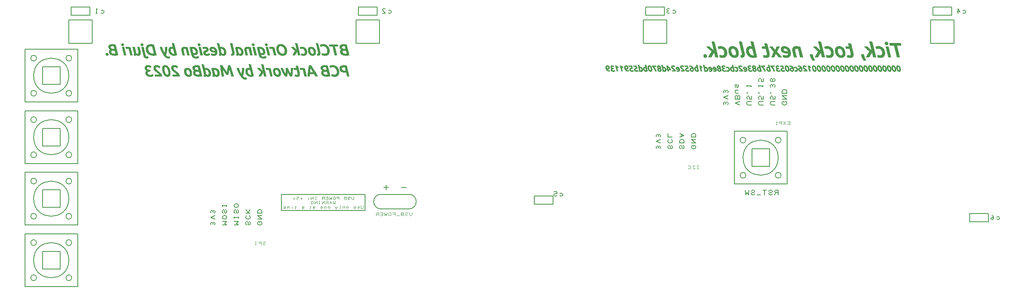
<source format=gbr>
G04 DesignSpark PCB Gerber Version 11.0 Build 5877*
G04 #@! TF.Part,Single*
G04 #@! TF.FileFunction,Legend,Bot*
G04 #@! TF.FilePolarity,Positive*
%FSLAX35Y35*%
%MOIN*%
%ADD83C,0.00100*%
%ADD84C,0.00394*%
%ADD82C,0.00500*%
%ADD85C,0.00787*%
G04 #@! TD.AperFunction*
X0Y0D02*
D02*
D82*
X28100Y83100D02*
G75*
G03*
X23100I-2500J0D01*
G01*
G75*
G03*
X28100I2500J0D01*
G01*
Y113100D02*
G75*
G03*
X23100I-2500J0D01*
G01*
G75*
G03*
X28100I2500J0D01*
G01*
Y135600D02*
G75*
G03*
X23100I-2500J0D01*
G01*
G75*
G03*
X28100I2500J0D01*
G01*
Y165600D02*
G75*
G03*
X23100I-2500J0D01*
G01*
G75*
G03*
X28100I2500J0D01*
G01*
Y188100D02*
G75*
G03*
X23100I-2500J0D01*
G01*
G75*
G03*
X28100I2500J0D01*
G01*
Y218100D02*
G75*
G03*
X23100I-2500J0D01*
G01*
G75*
G03*
X28100I2500J0D01*
G01*
Y240600D02*
G75*
G03*
X23100I-2500J0D01*
G01*
G75*
G03*
X28100I2500J0D01*
G01*
Y270600D02*
G75*
G03*
X23100I-2500J0D01*
G01*
G75*
G03*
X28100I2500J0D01*
G01*
X55600Y283100D02*
X75600D01*
Y303100D01*
X55600D01*
Y283100D01*
X57600Y307100D02*
X73600D01*
Y314100D01*
X57600D01*
Y307100D01*
X58100Y83100D02*
G75*
G03*
X53100I-2500J0D01*
G01*
G75*
G03*
X58100I2500J0D01*
G01*
Y113100D02*
G75*
G03*
X53100I-2500J0D01*
G01*
G75*
G03*
X58100I2500J0D01*
G01*
Y135600D02*
G75*
G03*
X53100I-2500J0D01*
G01*
G75*
G03*
X58100I2500J0D01*
G01*
Y165600D02*
G75*
G03*
X53100I-2500J0D01*
G01*
G75*
G03*
X58100I2500J0D01*
G01*
Y188100D02*
G75*
G03*
X53100I-2500J0D01*
G01*
G75*
G03*
X58100I2500J0D01*
G01*
Y218100D02*
G75*
G03*
X53100I-2500J0D01*
G01*
G75*
G03*
X58100I2500J0D01*
G01*
Y240600D02*
G75*
G03*
X53100I-2500J0D01*
G01*
G75*
G03*
X58100I2500J0D01*
G01*
Y270600D02*
G75*
G03*
X53100I-2500J0D01*
G01*
G75*
G03*
X58100I2500J0D01*
G01*
X83100Y311225D02*
X83725Y311537D01*
X84663D01*
X85287Y311225D01*
X85600Y310600D01*
Y309975D01*
X85287Y309350D01*
X84663Y309037D01*
X83725D01*
X83100Y309350D01*
X79975Y309037D02*
X78725D01*
X79350D02*
Y312787D01*
X79975Y312163D01*
X176850Y128413D02*
X176537Y129037D01*
Y129663D01*
X176850Y130287D01*
X177475Y130600D01*
X178100Y130287D01*
X178413Y129663D01*
Y129037D01*
Y129663D02*
X178725Y130287D01*
X179350Y130600D01*
X179975Y130287D01*
X180287Y129663D01*
Y129037D01*
X179975Y128413D01*
X180287Y133100D02*
X176537Y134663D01*
X180287Y136225D01*
X176850Y138413D02*
X176537Y139037D01*
Y139663D01*
X176850Y140287D01*
X177475Y140600D01*
X178100Y140287D01*
X178413Y139663D01*
Y139037D01*
Y139663D02*
X178725Y140287D01*
X179350Y140600D01*
X179975Y140287D01*
X180287Y139663D01*
Y139037D01*
X179975Y138413D01*
X186537Y128100D02*
X190287D01*
X188413Y129663D01*
X190287Y131225D01*
X186537D01*
X187787Y133100D02*
X189037D01*
X189663Y133413D01*
X189975Y133725D01*
X190287Y134350D01*
Y134975D01*
X189975Y135600D01*
X189663Y135913D01*
X189037Y136225D01*
X187787D01*
X187163Y135913D01*
X186850Y135600D01*
X186537Y134975D01*
Y134350D01*
X186850Y133725D01*
X187163Y133413D01*
X187787Y133100D01*
X187475Y138100D02*
X186850Y138413D01*
X186537Y139037D01*
Y140287D01*
X186850Y140913D01*
X187475Y141225D01*
X188100Y140913D01*
X188413Y140287D01*
Y139037D01*
X188725Y138413D01*
X189350Y138100D01*
X189975Y138413D01*
X190287Y139037D01*
Y140287D01*
X189975Y140913D01*
X189350Y141225D01*
X186537Y144037D02*
Y145287D01*
Y144663D02*
X190287D01*
Y144037D02*
Y145287D01*
X196537Y128100D02*
X200287D01*
X198413Y129663D01*
X200287Y131225D01*
X196537D01*
Y134037D02*
Y135287D01*
Y134663D02*
X200287D01*
Y134037D02*
Y135287D01*
X197475Y138100D02*
X196850Y138413D01*
X196537Y139037D01*
Y140287D01*
X196850Y140913D01*
X197475Y141225D01*
X198100Y140913D01*
X198413Y140287D01*
Y139037D01*
X198725Y138413D01*
X199350Y138100D01*
X199975Y138413D01*
X200287Y139037D01*
Y140287D01*
X199975Y140913D01*
X199350Y141225D01*
X197787Y143100D02*
X199037D01*
X199663Y143413D01*
X199975Y143725D01*
X200287Y144350D01*
Y144975D01*
X199975Y145600D01*
X199663Y145913D01*
X199037Y146225D01*
X197787D01*
X197163Y145913D01*
X196850Y145600D01*
X196537Y144975D01*
Y144350D01*
X196850Y143725D01*
X197163Y143413D01*
X197787Y143100D01*
X207475Y128100D02*
X206850Y128413D01*
X206537Y129037D01*
Y130287D01*
X206850Y130913D01*
X207475Y131225D01*
X208100Y130913D01*
X208413Y130287D01*
Y129037D01*
X208725Y128413D01*
X209350Y128100D01*
X209975Y128413D01*
X210287Y129037D01*
Y130287D01*
X209975Y130913D01*
X209350Y131225D01*
X207163Y136225D02*
X206850Y135913D01*
X206537Y135287D01*
Y134350D01*
X206850Y133725D01*
X207163Y133413D01*
X207787Y133100D01*
X209037D01*
X209663Y133413D01*
X209975Y133725D01*
X210287Y134350D01*
Y135287D01*
X209975Y135913D01*
X209663Y136225D01*
X206537Y138100D02*
X210287D01*
X208413D02*
Y139037D01*
X210287Y141225D01*
X208413Y139037D02*
X206537Y141225D01*
X218100Y130287D02*
Y131225D01*
X217787D01*
X217163Y130913D01*
X216850Y130600D01*
X216537Y129975D01*
Y129350D01*
X216850Y128725D01*
X217163Y128413D01*
X217787Y128100D01*
X219037D01*
X219663Y128413D01*
X219975Y128725D01*
X220287Y129350D01*
Y129975D01*
X219975Y130600D01*
X219663Y130913D01*
X219037Y131225D01*
X216537Y133100D02*
X220287D01*
X216537Y136225D01*
X220287D01*
X216537Y138100D02*
X220287D01*
Y139975D01*
X219975Y140600D01*
X219663Y140913D01*
X219037Y141225D01*
X217787D01*
X217163Y140913D01*
X216850Y140600D01*
X216537Y139975D01*
Y138100D01*
X236850Y140600D02*
X308100D01*
Y154350D01*
X236850D01*
Y140600D01*
X300600Y283100D02*
X320600D01*
Y303100D01*
X300600D01*
Y283100D01*
X302600Y307100D02*
X318600D01*
Y314100D01*
X302600D01*
Y307100D01*
X321850Y154350D02*
X345600D01*
G75*
G02*
Y141850I0J-6250D01*
G01*
X321850D01*
G75*
G02*
Y154350I0J6250D01*
G01*
X328100Y311225D02*
X328725Y311537D01*
X329663D01*
X330287Y311225D01*
X330600Y310600D01*
Y309975D01*
X330287Y309350D01*
X329663Y309037D01*
X328725D01*
X328100Y309350D01*
X323100Y309037D02*
X325600D01*
X323413Y311225D01*
X323100Y311850D01*
X323413Y312475D01*
X324037Y312787D01*
X324975D01*
X325600Y312475D01*
X452600Y145850D02*
X468600D01*
Y152850D01*
X452600D01*
Y145850D01*
X474350Y154975D02*
X474975Y155287D01*
X475913D01*
X476537Y154975D01*
X476850Y154350D01*
Y153725D01*
X476537Y153100D01*
X475913Y152787D01*
X474975D01*
X474350Y153100D01*
X471850D02*
X471225Y152787D01*
X470287D01*
X469663Y153100D01*
X469350Y153725D01*
Y154037D01*
X469663Y154663D01*
X470287Y154975D01*
X471850D01*
Y156537D01*
X469350D01*
X545600Y283100D02*
X565600D01*
Y303100D01*
X545600D01*
Y283100D01*
X547600Y307100D02*
X563600D01*
Y314100D01*
X547600D01*
Y307100D01*
X556850Y193413D02*
X556537Y194037D01*
Y194663D01*
X556850Y195287D01*
X557475Y195600D01*
X558100Y195287D01*
X558413Y194663D01*
Y194037D01*
Y194663D02*
X558725Y195287D01*
X559350Y195600D01*
X559975Y195287D01*
X560287Y194663D01*
Y194037D01*
X559975Y193413D01*
X560287Y198100D02*
X556537Y199663D01*
X560287Y201225D01*
X556850Y203413D02*
X556537Y204037D01*
Y204663D01*
X556850Y205287D01*
X557475Y205600D01*
X558100Y205287D01*
X558413Y204663D01*
Y204037D01*
Y204663D02*
X558725Y205287D01*
X559350Y205600D01*
X559975Y205287D01*
X560287Y204663D01*
Y204037D01*
X559975Y203413D01*
X567475Y193100D02*
X566850Y193413D01*
X566537Y194037D01*
Y195287D01*
X566850Y195913D01*
X567475Y196225D01*
X568100Y195913D01*
X568413Y195287D01*
Y194037D01*
X568725Y193413D01*
X569350Y193100D01*
X569975Y193413D01*
X570287Y194037D01*
Y195287D01*
X569975Y195913D01*
X569350Y196225D01*
X567163Y201225D02*
X566850Y200913D01*
X566537Y200287D01*
Y199350D01*
X566850Y198725D01*
X567163Y198413D01*
X567787Y198100D01*
X569037D01*
X569663Y198413D01*
X569975Y198725D01*
X570287Y199350D01*
Y200287D01*
X569975Y200913D01*
X569663Y201225D01*
X570287Y203100D02*
X566537D01*
Y206225D01*
X570600Y311225D02*
X571225Y311537D01*
X572163D01*
X572787Y311225D01*
X573100Y310600D01*
Y309975D01*
X572787Y309350D01*
X572163Y309037D01*
X571225D01*
X570600Y309350D01*
X567787D02*
X567163Y309037D01*
X566537D01*
X565913Y309350D01*
X565600Y309975D01*
X565913Y310600D01*
X566537Y310913D01*
X567163D01*
X566537D02*
X565913Y311225D01*
X565600Y311850D01*
X565913Y312475D01*
X566537Y312787D01*
X567163D01*
X567787Y312475D01*
X577475Y193100D02*
X576850Y193413D01*
X576537Y194037D01*
Y195287D01*
X576850Y195913D01*
X577475Y196225D01*
X578100Y195913D01*
X578413Y195287D01*
Y194037D01*
X578725Y193413D01*
X579350Y193100D01*
X579975Y193413D01*
X580287Y194037D01*
Y195287D01*
X579975Y195913D01*
X579350Y196225D01*
X576537Y198100D02*
X580287D01*
Y199975D01*
X579975Y200600D01*
X579663Y200913D01*
X579037Y201225D01*
X577787D01*
X577163Y200913D01*
X576850Y200600D01*
X576537Y199975D01*
Y198100D01*
Y203100D02*
X580287Y204663D01*
X576537Y206225D01*
X578100Y203725D02*
Y205600D01*
X588100Y195287D02*
Y196225D01*
X587787D01*
X587163Y195913D01*
X586850Y195600D01*
X586537Y194975D01*
Y194350D01*
X586850Y193725D01*
X587163Y193413D01*
X587787Y193100D01*
X589037D01*
X589663Y193413D01*
X589975Y193725D01*
X590287Y194350D01*
Y194975D01*
X589975Y195600D01*
X589663Y195913D01*
X589037Y196225D01*
X586537Y198100D02*
X590287D01*
X586537Y201225D01*
X590287D01*
X586537Y203100D02*
X590287D01*
Y204975D01*
X589975Y205600D01*
X589663Y205913D01*
X589037Y206225D01*
X587787D01*
X587163Y205913D01*
X586850Y205600D01*
X586537Y204975D01*
Y203100D01*
X614350Y230913D02*
X614037Y231537D01*
Y232163D01*
X614350Y232787D01*
X614975Y233100D01*
X615600Y232787D01*
X615913Y232163D01*
Y231537D01*
Y232163D02*
X616225Y232787D01*
X616850Y233100D01*
X617475Y232787D01*
X617787Y232163D01*
Y231537D01*
X617475Y230913D01*
X617787Y235600D02*
X614037Y237163D01*
X617787Y238725D01*
X614350Y240913D02*
X614037Y241537D01*
Y242163D01*
X614350Y242787D01*
X614975Y243100D01*
X615600Y242787D01*
X615913Y242163D01*
Y241537D01*
Y242163D02*
X616225Y242787D01*
X616850Y243100D01*
X617475Y242787D01*
X617787Y242163D01*
Y241537D01*
X617475Y240913D01*
X627787Y230600D02*
X624037Y232163D01*
X627787Y233725D01*
X625913Y237787D02*
X625600Y238413D01*
X624975Y238725D01*
X624350Y238413D01*
X624037Y237787D01*
Y235600D01*
X627787D01*
Y237787D01*
X627475Y238413D01*
X626850Y238725D01*
X626225Y238413D01*
X625913Y237787D01*
Y235600D01*
X626537Y240600D02*
X624975D01*
X624350Y240913D01*
X624037Y241537D01*
Y242163D01*
X624350Y242787D01*
X624975Y243100D01*
X626537D02*
X624037D01*
X624350Y245600D02*
X624037Y246225D01*
Y247475D01*
X624350Y248100D01*
X624975D01*
X625287Y247475D01*
Y246225D01*
X625600Y245600D01*
X626225D01*
X626537Y246225D01*
Y247475D01*
X626225Y248100D01*
X633100Y170600D02*
G75*
G03*
X628100I-2500J0D01*
G01*
G75*
G03*
X633100I2500J0D01*
G01*
Y200600D02*
G75*
G03*
X628100I-2500J0D01*
G01*
G75*
G03*
X633100I2500J0D01*
G01*
X637787Y230600D02*
X634975D01*
X634350Y230913D01*
X634037Y231537D01*
Y232787D01*
X634350Y233413D01*
X634975Y233725D01*
X637787D01*
X634350Y235600D02*
X634037Y236225D01*
Y237163D01*
X634350Y237787D01*
X634975Y238100D01*
X635287D01*
X635913Y237787D01*
X636225Y237163D01*
Y235600D01*
X637787D01*
Y238100D01*
X634037Y240913D02*
X634350Y241225D01*
X634663Y240913D01*
X634350Y240600D01*
X634037Y240913D01*
Y246225D02*
Y247475D01*
Y246850D02*
X637787D01*
X637163Y246225D01*
X647787Y230600D02*
X644975D01*
X644350Y230913D01*
X644037Y231537D01*
Y232787D01*
X644350Y233413D01*
X644975Y233725D01*
X647787D01*
X644350Y235600D02*
X644037Y236225D01*
Y237163D01*
X644350Y237787D01*
X644975Y238100D01*
X645287D01*
X645913Y237787D01*
X646225Y237163D01*
Y235600D01*
X647787D01*
Y238100D01*
X644037Y240913D02*
X644350Y241225D01*
X644663Y240913D01*
X644350Y240600D01*
X644037Y240913D01*
Y246225D02*
Y247475D01*
Y246850D02*
X647787D01*
X647163Y246225D01*
X644350Y250600D02*
X644037Y251225D01*
Y252163D01*
X644350Y252787D01*
X644975Y253100D01*
X645287D01*
X645913Y252787D01*
X646225Y252163D01*
Y250600D01*
X647787D01*
Y253100D01*
X657787Y230600D02*
X654975D01*
X654350Y230913D01*
X654037Y231537D01*
Y232787D01*
X654350Y233413D01*
X654975Y233725D01*
X657787D01*
X654350Y235600D02*
X654037Y236225D01*
Y237163D01*
X654350Y237787D01*
X654975Y238100D01*
X655287D01*
X655913Y237787D01*
X656225Y237163D01*
Y235600D01*
X657787D01*
Y238100D01*
X654037Y240913D02*
X654350Y241225D01*
X654663Y240913D01*
X654350Y240600D01*
X654037Y240913D01*
X654350Y245913D02*
X654037Y246537D01*
Y247163D01*
X654350Y247787D01*
X654975Y248100D01*
X655600Y247787D01*
X655913Y247163D01*
Y246537D01*
Y247163D02*
X656225Y247787D01*
X656850Y248100D01*
X657475Y247787D01*
X657787Y247163D01*
Y246537D01*
X657475Y245913D01*
X655913Y251537D02*
Y252163D01*
X656225Y252787D01*
X656850Y253100D01*
X657475Y252787D01*
X657787Y252163D01*
Y251537D01*
X657475Y250913D01*
X656850Y250600D01*
X656225Y250913D01*
X655913Y251537D01*
X655600Y250913D01*
X654975Y250600D01*
X654350Y250913D01*
X654037Y251537D01*
Y252163D01*
X654350Y252787D01*
X654975Y253100D01*
X655600Y252787D01*
X655913Y252163D01*
X663100Y170600D02*
G75*
G03*
X658100I-2500J0D01*
G01*
G75*
G03*
X663100I2500J0D01*
G01*
Y200600D02*
G75*
G03*
X658100I-2500J0D01*
G01*
G75*
G03*
X663100I2500J0D01*
G01*
X665600Y232787D02*
Y233725D01*
X665287D01*
X664663Y233413D01*
X664350Y233100D01*
X664037Y232475D01*
Y231850D01*
X664350Y231225D01*
X664663Y230913D01*
X665287Y230600D01*
X666537D01*
X667163Y230913D01*
X667475Y231225D01*
X667787Y231850D01*
Y232475D01*
X667475Y233100D01*
X667163Y233413D01*
X666537Y233725D01*
X664037Y235600D02*
X667787D01*
X664037Y238725D01*
X667787D01*
X664037Y240600D02*
X667787D01*
Y242475D01*
X667475Y243100D01*
X667163Y243413D01*
X666537Y243725D01*
X665287D01*
X664663Y243413D01*
X664350Y243100D01*
X664037Y242475D01*
Y240600D01*
X790600Y283100D02*
X810600D01*
Y303100D01*
X790600D01*
Y283100D01*
X792600Y307100D02*
X808600D01*
Y314100D01*
X792600D01*
Y307100D01*
X818100Y311225D02*
X818725Y311537D01*
X819663D01*
X820287Y311225D01*
X820600Y310600D01*
Y309975D01*
X820287Y309350D01*
X819663Y309037D01*
X818725D01*
X818100Y309350D01*
X814037Y309037D02*
Y312787D01*
X815600Y310287D01*
X813100D01*
X823850Y130850D02*
X839850D01*
Y137850D01*
X823850D01*
Y130850D01*
X846850Y134975D02*
X847475Y135287D01*
X848413D01*
X849037Y134975D01*
X849350Y134350D01*
Y133725D01*
X849037Y133100D01*
X848413Y132787D01*
X847475D01*
X846850Y133100D01*
X844350Y133725D02*
X844037Y134350D01*
X843413Y134663D01*
X842787D01*
X842163Y134350D01*
X841850Y133725D01*
X842163Y133100D01*
X842787Y132787D01*
X843413D01*
X844037Y133100D01*
X844350Y133725D01*
Y134663D01*
X844037Y135600D01*
X843413Y136225D01*
X842787Y136537D01*
D02*
D83*
X291743Y273011D02*
X292086D01*
X292444Y273025D01*
X292802Y273047D01*
X293175Y273069D01*
X293547Y273106D01*
X293891Y273150D01*
X294212Y273200D01*
X294519Y273266D01*
X292371Y282222D01*
X292065Y282281D01*
X291750Y282332D01*
X291429Y282376D01*
X291100Y282412D01*
X290435Y282449D01*
X289756Y282463D01*
X289471Y282456D01*
X289186Y282441D01*
X288901Y282419D01*
X288617Y282383D01*
X288331Y282332D01*
X288061Y282266D01*
X287806Y282178D01*
X287565Y282069D01*
X287345Y281944D01*
X287141Y281791D01*
X286958Y281623D01*
X286798Y281426D01*
X286724Y281324D01*
X286666Y281207D01*
X286615Y281090D01*
X286571Y280966D01*
X286542Y280827D01*
X286520Y280688D01*
X286505Y280535D01*
X286498Y280381D01*
X286505Y280206D01*
X286520Y280031D01*
X286556Y279863D01*
X286593Y279695D01*
X286652Y279527D01*
X286717Y279366D01*
X286798Y279205D01*
X286893Y279044D01*
X287002Y278891D01*
X287126Y278745D01*
X287265Y278606D01*
X287419Y278482D01*
X287594Y278358D01*
X287791Y278241D01*
X287996Y278131D01*
X288222Y278029D01*
X288083Y277971D01*
X287944Y277898D01*
X287820Y277825D01*
X287703Y277737D01*
X287594Y277649D01*
X287491Y277554D01*
X287396Y277445D01*
X287316Y277335D01*
X287243Y277219D01*
X287177Y277102D01*
X287119Y276977D01*
X287075Y276846D01*
X287039Y276714D01*
X287017Y276576D01*
X287002Y276430D01*
X286995Y276283D01*
X287002Y276093D01*
X287017Y275904D01*
X287039Y275721D01*
X287068Y275546D01*
X287111Y275378D01*
X287163Y275209D01*
X287228Y275049D01*
X287302Y274895D01*
X287382Y274749D01*
X287470Y274603D01*
X287572Y274464D01*
X287681Y274333D01*
X287798Y274209D01*
X287930Y274092D01*
X288069Y273975D01*
X288215Y273865D01*
X288375Y273763D01*
X288536Y273661D01*
X288711Y273573D01*
X288894Y273493D01*
X289084Y273413D01*
X289281Y273347D01*
X289493Y273281D01*
X289705Y273222D01*
X289931Y273171D01*
X290165Y273128D01*
X290406Y273091D01*
X290654Y273062D01*
X290917Y273040D01*
X291180Y273025D01*
X291458Y273011D01*
X291743D01*
X291882Y277299D02*
X292569Y274450D01*
X292466Y274435D01*
X292357Y274420D01*
X292225Y274413D01*
X292079Y274406D01*
X291918Y274391D01*
X291750D01*
X291582Y274384D01*
X291400D01*
X291173D01*
X290947Y274398D01*
X290713Y274420D01*
X290479Y274450D01*
X290245Y274494D01*
X290019Y274545D01*
X289807Y274618D01*
X289610Y274706D01*
X289427Y274807D01*
X289252Y274932D01*
X289098Y275078D01*
X288967Y275239D01*
X288901Y275326D01*
X288850Y275429D01*
X288806Y275531D01*
X288770Y275633D01*
X288741Y275750D01*
X288719Y275874D01*
X288711Y275998D01*
X288704Y276137D01*
X288711Y276261D01*
X288726Y276378D01*
X288755Y276488D01*
X288799Y276597D01*
X288857Y276700D01*
X288923Y276794D01*
X288996Y276882D01*
X289091Y276970D01*
X289194Y277050D01*
X289310Y277116D01*
X289449Y277167D01*
X289603Y277219D01*
X289770Y277255D01*
X289953Y277277D01*
X290150Y277291D01*
X290370Y277299D01*
X291882D01*
X291575Y278592D02*
X290289D01*
X290085Y278599D01*
X289880Y278613D01*
X289683Y278635D01*
X289486Y278672D01*
X289303Y278716D01*
X289128Y278774D01*
X288960Y278847D01*
X288814Y278935D01*
X288675Y279030D01*
X288551Y279132D01*
X288448Y279249D01*
X288354Y279381D01*
X288273Y279519D01*
X288222Y279680D01*
X288185Y279848D01*
X288178Y280038D01*
X288185Y280184D01*
X288207Y280316D01*
X288244Y280440D01*
X288295Y280549D01*
X288361Y280652D01*
X288434Y280739D01*
X288529Y280812D01*
X288638Y280878D01*
X288755Y280929D01*
X288887Y280973D01*
X289026Y281017D01*
X289179Y281046D01*
X289340Y281075D01*
X289507Y281090D01*
X289683Y281097D01*
X289873Y281105D01*
X290180Y281097D01*
X290487Y281083D01*
X290633Y281075D01*
X290764Y281061D01*
X290881Y281054D01*
X290983Y281039D01*
X291575Y278592D01*
X277411Y282369D02*
X277761Y280951D01*
X280508D01*
X282393Y273120D01*
X284073D01*
X282188Y280951D01*
X284942D01*
X284606Y282369D01*
X277411D01*
X271369Y273522D02*
X271486Y273471D01*
X271603Y273413D01*
X271735Y273361D01*
X271866Y273303D01*
X272012Y273252D01*
X272166Y273208D01*
X272326Y273157D01*
X272487Y273113D01*
X272662Y273069D01*
X272852Y273025D01*
X273042Y272996D01*
X273247Y272967D01*
X273459Y272952D01*
X273678Y272937D01*
X273904Y272923D01*
X274145D01*
X274357Y272930D01*
X274561Y272937D01*
X274759Y272959D01*
X274949Y272989D01*
X275139Y273025D01*
X275321Y273069D01*
X275496Y273120D01*
X275665Y273186D01*
X275833Y273252D01*
X275986Y273325D01*
X276139Y273413D01*
X276285Y273500D01*
X276424Y273595D01*
X276556Y273705D01*
X276680Y273814D01*
X276797Y273938D01*
X277023Y274194D01*
X277213Y274479D01*
X277374Y274786D01*
X277513Y275122D01*
X277571Y275297D01*
X277622Y275480D01*
X277666Y275670D01*
X277695Y275859D01*
X277725Y276057D01*
X277746Y276261D01*
X277754Y276473D01*
X277761Y276685D01*
X277754Y276963D01*
X277739Y277240D01*
X277710Y277518D01*
X277666Y277788D01*
X277615Y278058D01*
X277549Y278329D01*
X277476Y278599D01*
X277389Y278862D01*
X277286Y279125D01*
X277177Y279381D01*
X277060Y279629D01*
X276928Y279863D01*
X276790Y280096D01*
X276636Y280323D01*
X276476Y280542D01*
X276307Y280754D01*
X276125Y280951D01*
X275935Y281148D01*
X275730Y281324D01*
X275519Y281499D01*
X275300Y281660D01*
X275073Y281806D01*
X274832Y281952D01*
X274583Y282076D01*
X274328Y282193D01*
X274057Y282295D01*
X273787Y282383D01*
X273502Y282456D01*
X273210Y282507D01*
X272911Y282551D01*
X272604Y282573D01*
X272290Y282580D01*
X271881Y282566D01*
X271501Y282536D01*
X271150Y282478D01*
X270829Y282390D01*
X270529Y282295D01*
X270244Y282186D01*
X269981Y282069D01*
X269740Y281937D01*
X270383Y280593D01*
X270595Y280710D01*
X270821Y280820D01*
X271055Y280907D01*
X271296Y280988D01*
X271544Y281046D01*
X271815Y281090D01*
X272100Y281119D01*
X272399Y281126D01*
X272604Y281119D01*
X272808Y281105D01*
X273006Y281075D01*
X273196Y281031D01*
X273378Y280980D01*
X273561Y280915D01*
X273736Y280842D01*
X273904Y280754D01*
X274226Y280549D01*
X274525Y280323D01*
X274795Y280060D01*
X274927Y279921D01*
X275044Y279775D01*
X275270Y279461D01*
X275467Y279125D01*
X275628Y278767D01*
X275767Y278394D01*
X275825Y278197D01*
X275876Y278000D01*
X275920Y277810D01*
X275950Y277613D01*
X275979Y277416D01*
X276001Y277219D01*
X276008Y277021D01*
X276015Y276817D01*
X276008Y276517D01*
X275979Y276239D01*
X275942Y275976D01*
X275876Y275743D01*
X275804Y275524D01*
X275709Y275319D01*
X275599Y275144D01*
X275475Y274983D01*
X275329Y274844D01*
X275175Y274727D01*
X275000Y274625D01*
X274810Y274537D01*
X274606Y274472D01*
X274379Y274428D01*
X274145Y274398D01*
X273889Y274391D01*
X273692D01*
X273510Y274398D01*
X273327Y274413D01*
X273152Y274435D01*
X272984Y274464D01*
X272823Y274494D01*
X272677Y274530D01*
X272531Y274574D01*
X272261Y274661D01*
X272012Y274757D01*
X271778Y274844D01*
X271567Y274939D01*
X271369Y273522D01*
X267637Y272989D02*
X267943Y273003D01*
X268221Y273033D01*
X268476Y273084D01*
X268703Y273150D01*
X268907Y273230D01*
X269090Y273325D01*
X269258Y273427D01*
X269397Y273551D01*
X269521Y273683D01*
X269624Y273829D01*
X269704Y273982D01*
X269770Y274150D01*
X269821Y274326D01*
X269857Y274515D01*
X269879Y274706D01*
X269886Y274910D01*
X269879Y275129D01*
X269865Y275348D01*
X269828Y275575D01*
X269784Y275808D01*
X269682Y276283D01*
X269565Y276751D01*
X268016Y283208D01*
X266336Y283479D01*
X266753Y281733D01*
X267162Y280002D01*
X267585Y278270D01*
X268009Y276524D01*
X268148Y275969D01*
X268184Y275838D01*
X268206Y275699D01*
X268221Y275567D01*
X268228Y275429D01*
Y275209D01*
X268221Y275012D01*
X268213Y274917D01*
X268192Y274830D01*
X268155Y274749D01*
X268111Y274676D01*
X268060Y274611D01*
X267987Y274552D01*
X267907Y274494D01*
X267812Y274443D01*
X267709Y274406D01*
X267585Y274369D01*
X267446Y274340D01*
X267293Y274326D01*
X267637Y272989D01*
X263472Y272930D02*
X263772Y272945D01*
X264057Y272974D01*
X264320Y273033D01*
X264569Y273113D01*
X264795Y273215D01*
X265007Y273339D01*
X265196Y273493D01*
X265365Y273661D01*
X265518Y273858D01*
X265657Y274063D01*
X265767Y274282D01*
X265861Y274515D01*
X265927Y274764D01*
X265978Y275027D01*
X266015Y275304D01*
X266022Y275596D01*
X266015Y275794D01*
X266007Y275991D01*
X265985Y276188D01*
X265964Y276385D01*
X265927Y276590D01*
X265883Y276787D01*
X265839Y276992D01*
X265781Y277204D01*
X265715Y277408D01*
X265642Y277606D01*
X265562Y277803D01*
X265474Y277993D01*
X265379Y278175D01*
X265277Y278358D01*
X265167Y278533D01*
X265050Y278709D01*
X264919Y278876D01*
X264787Y279037D01*
X264641Y279183D01*
X264488Y279330D01*
X264327Y279468D01*
X264167Y279593D01*
X263991Y279717D01*
X263809Y279833D01*
X263611Y279936D01*
X263414Y280024D01*
X263210Y280096D01*
X262991Y280162D01*
X262764Y280206D01*
X262530Y280243D01*
X262289Y280265D01*
X262041Y280272D01*
X261741Y280257D01*
X261456Y280228D01*
X261193Y280170D01*
X260945Y280089D01*
X260719Y279987D01*
X260507Y279863D01*
X260317Y279717D01*
X260149Y279541D01*
X259995Y279352D01*
X259857Y279147D01*
X259747Y278935D01*
X259652Y278701D01*
X259586Y278453D01*
X259535Y278183D01*
X259499Y277905D01*
X259491Y277613D01*
X259506Y277219D01*
X259520Y277021D01*
X259550Y276817D01*
X259579Y276612D01*
X259623Y276407D01*
X259667Y276203D01*
X259725Y275998D01*
X259791Y275794D01*
X259857Y275596D01*
X259937Y275399D01*
X260025Y275209D01*
X260120Y275020D01*
X260222Y274844D01*
X260331Y274661D01*
X260448Y274494D01*
X260572Y274326D01*
X260704Y274165D01*
X260850Y274011D01*
X261004Y273872D01*
X261157Y273734D01*
X261325Y273602D01*
X261500Y273485D01*
X261690Y273369D01*
X261880Y273266D01*
X262085Y273179D01*
X262289Y273098D01*
X262508Y273040D01*
X262735Y272989D01*
X262976Y272959D01*
X263217Y272937D01*
X263472Y272930D01*
X262238Y278913D02*
X262370Y278906D01*
X262494Y278891D01*
X262618Y278869D01*
X262735Y278840D01*
X262852Y278796D01*
X262961Y278745D01*
X263071Y278679D01*
X263173Y278613D01*
X263370Y278453D01*
X263546Y278270D01*
X263706Y278066D01*
X263852Y277846D01*
X263984Y277606D01*
X264094Y277357D01*
X264196Y277094D01*
X264276Y276824D01*
X264342Y276546D01*
X264386Y276276D01*
X264415Y276006D01*
X264422Y275743D01*
X264415Y275582D01*
X264407Y275429D01*
X264386Y275283D01*
X264357Y275151D01*
X264320Y275020D01*
X264276Y274903D01*
X264225Y274793D01*
X264167Y274691D01*
X264101Y274603D01*
X264013Y274523D01*
X263926Y274457D01*
X263816Y274398D01*
X263699Y274355D01*
X263568Y274326D01*
X263429Y274311D01*
X263268Y274304D01*
X263144Y274311D01*
X263020Y274318D01*
X262896Y274348D01*
X262779Y274377D01*
X262662Y274420D01*
X262552Y274472D01*
X262443Y274530D01*
X262341Y274603D01*
X262143Y274764D01*
X261968Y274946D01*
X261807Y275144D01*
X261661Y275363D01*
X261530Y275604D01*
X261420Y275852D01*
X261318Y276115D01*
X261237Y276385D01*
X261172Y276663D01*
X261128Y276933D01*
X261098Y277196D01*
X261091Y277459D01*
X261098Y277620D01*
X261106Y277774D01*
X261128Y277920D01*
X261157Y278058D01*
X261193Y278183D01*
X261237Y278307D01*
X261289Y278417D01*
X261347Y278519D01*
X261413Y278613D01*
X261493Y278694D01*
X261588Y278760D01*
X261698Y278811D01*
X261815Y278855D01*
X261946Y278891D01*
X262085Y278906D01*
X262238Y278913D01*
X258505Y275757D02*
X258498Y275984D01*
X258491Y276210D01*
X258461Y276430D01*
X258432Y276648D01*
X258396Y276860D01*
X258344Y277072D01*
X258286Y277284D01*
X258220Y277489D01*
X258140Y277693D01*
X258059Y277883D01*
X257965Y278073D01*
X257870Y278256D01*
X257760Y278438D01*
X257650Y278606D01*
X257526Y278774D01*
X257395Y278928D01*
X257256Y279081D01*
X257117Y279227D01*
X256964Y279359D01*
X256803Y279483D01*
X256635Y279607D01*
X256460Y279717D01*
X256277Y279819D01*
X256087Y279914D01*
X255890Y279994D01*
X255685Y280067D01*
X255481Y280133D01*
X255262Y280184D01*
X255035Y280221D01*
X254809Y280250D01*
X254568Y280265D01*
X254327Y280272D01*
X254071Y280265D01*
X253830Y280250D01*
X253596Y280221D01*
X253370Y280184D01*
X253158Y280133D01*
X252954Y280074D01*
X252749Y280002D01*
X252552Y279921D01*
X253129Y278628D01*
X253377Y278730D01*
X253662Y278818D01*
X253815Y278855D01*
X253983Y278876D01*
X254173Y278891D01*
X254378Y278898D01*
X254663Y278884D01*
X254926Y278840D01*
X255174Y278767D01*
X255415Y278665D01*
X255634Y278533D01*
X255839Y278387D01*
X256029Y278219D01*
X256197Y278029D01*
X256343Y277817D01*
X256474Y277591D01*
X256591Y277343D01*
X256686Y277080D01*
X256767Y276802D01*
X256818Y276517D01*
X256847Y276225D01*
X256861Y275918D01*
X256854Y275750D01*
X256840Y275589D01*
X256818Y275436D01*
X256789Y275283D01*
X256745Y275144D01*
X256694Y275012D01*
X256628Y274895D01*
X256548Y274778D01*
X256460Y274676D01*
X256350Y274581D01*
X256226Y274501D01*
X256087Y274435D01*
X255934Y274384D01*
X255759Y274348D01*
X255561Y274326D01*
X255357Y274318D01*
X255130Y274326D01*
X254911Y274348D01*
X254692Y274384D01*
X254480Y274435D01*
X254283Y274494D01*
X254107Y274559D01*
X253954Y274618D01*
X253830Y274676D01*
X253698Y273354D01*
X253867Y273281D01*
X254056Y273208D01*
X254269Y273142D01*
X254509Y273069D01*
X254772Y273011D01*
X255050Y272967D01*
X255350Y272937D01*
X255664Y272930D01*
X256014Y272945D01*
X256343Y272981D01*
X256650Y273054D01*
X256927Y273150D01*
X257183Y273266D01*
X257417Y273413D01*
X257629Y273573D01*
X257819Y273748D01*
X257979Y273946D01*
X258125Y274165D01*
X258242Y274398D01*
X258337Y274647D01*
X258410Y274910D01*
X258461Y275180D01*
X258498Y275465D01*
X258505Y275757D01*
X250046Y277445D02*
X249630Y277774D01*
X249206Y278117D01*
X248797Y278475D01*
X248402Y278826D01*
X248037Y279176D01*
X247687Y279505D01*
X247526Y279665D01*
X247380Y279819D01*
X247241Y279965D01*
X247117Y280104D01*
X245261D01*
X245429Y279914D01*
X245605Y279717D01*
X245794Y279519D01*
X245999Y279315D01*
X246423Y278898D01*
X246861Y278489D01*
X247321Y278073D01*
X247796Y277671D01*
X248271Y277284D01*
X248731Y276911D01*
X248563Y276729D01*
X248402Y276531D01*
X248234Y276320D01*
X248067Y276093D01*
X247738Y275619D01*
X247424Y275122D01*
X247131Y274611D01*
X246869Y274092D01*
X246744Y273836D01*
X246635Y273588D01*
X246540Y273347D01*
X246452Y273120D01*
X248242D01*
X248439Y273566D01*
X248651Y274011D01*
X248892Y274464D01*
X249148Y274903D01*
X249418Y275319D01*
X249710Y275713D01*
X249856Y275904D01*
X250002Y276071D01*
X250148Y276239D01*
X250294Y276393D01*
X251091Y273120D01*
X252698D01*
X250280Y283208D01*
X248600Y283479D01*
X250046Y277445D01*
X236313Y281126D02*
X236495Y281119D01*
X236678Y281105D01*
X236861Y281075D01*
X237036Y281031D01*
X237204Y280980D01*
X237372Y280915D01*
X237533Y280834D01*
X237693Y280746D01*
X237993Y280542D01*
X238270Y280308D01*
X238519Y280045D01*
X238643Y279899D01*
X238752Y279753D01*
X238965Y279432D01*
X239147Y279096D01*
X239308Y278738D01*
X239439Y278358D01*
X239498Y278161D01*
X239549Y277963D01*
X239593Y277766D01*
X239622Y277569D01*
X239651Y277372D01*
X239673Y277174D01*
X239680Y276977D01*
X239687Y276780D01*
X239680Y276510D01*
X239658Y276261D01*
X239622Y276020D01*
X239571Y275794D01*
X239505Y275582D01*
X239424Y275385D01*
X239330Y275202D01*
X239220Y275027D01*
X239096Y274873D01*
X238950Y274742D01*
X238789Y274632D01*
X238614Y274537D01*
X238417Y274472D01*
X238205Y274420D01*
X237971Y274384D01*
X237722Y274377D01*
X237540Y274384D01*
X237350Y274398D01*
X237175Y274428D01*
X236999Y274472D01*
X236824Y274523D01*
X236656Y274589D01*
X236495Y274669D01*
X236335Y274757D01*
X236181Y274852D01*
X236035Y274961D01*
X235889Y275070D01*
X235757Y275195D01*
X235626Y275319D01*
X235502Y275458D01*
X235268Y275750D01*
X235056Y276064D01*
X234874Y276407D01*
X234713Y276765D01*
X234581Y277145D01*
X234523Y277343D01*
X234472Y277532D01*
X234428Y277730D01*
X234391Y277927D01*
X234370Y278124D01*
X234348Y278329D01*
X234333Y278526D01*
Y278723D01*
X234340Y278993D01*
X234362Y279242D01*
X234399Y279483D01*
X234450Y279709D01*
X234516Y279921D01*
X234596Y280119D01*
X234698Y280301D01*
X234808Y280469D01*
X234932Y280622D01*
X235078Y280761D01*
X235239Y280871D01*
X235421Y280966D01*
X235619Y281031D01*
X235831Y281083D01*
X236064Y281119D01*
X236313Y281126D01*
X237898Y272923D02*
X238088D01*
X238278Y272937D01*
X238460Y272959D01*
X238636Y272981D01*
X238811Y273018D01*
X238986Y273062D01*
X239154Y273113D01*
X239315Y273171D01*
X239629Y273303D01*
X239921Y273471D01*
X240192Y273661D01*
X240440Y273880D01*
X240659Y274128D01*
X240856Y274406D01*
X241031Y274713D01*
X241170Y275041D01*
X241236Y275217D01*
X241287Y275399D01*
X241331Y275589D01*
X241368Y275787D01*
X241397Y275991D01*
X241419Y276196D01*
X241426Y276407D01*
X241433Y276634D01*
X241426Y276897D01*
X241411Y277167D01*
X241382Y277430D01*
X241346Y277700D01*
X241294Y277963D01*
X241236Y278234D01*
X241170Y278497D01*
X241083Y278767D01*
X240995Y279030D01*
X240893Y279286D01*
X240783Y279534D01*
X240659Y279775D01*
X240528Y280009D01*
X240381Y280243D01*
X240228Y280462D01*
X240067Y280681D01*
X239892Y280885D01*
X239709Y281083D01*
X239512Y281265D01*
X239315Y281448D01*
X239096Y281609D01*
X238877Y281769D01*
X238643Y281915D01*
X238402Y282054D01*
X238154Y282178D01*
X237891Y282281D01*
X237620Y282376D01*
X237343Y282449D01*
X237050Y282507D01*
X236758Y282544D01*
X236452Y282573D01*
X236130Y282580D01*
X235940Y282573D01*
X235750Y282566D01*
X235568Y282544D01*
X235385Y282515D01*
X235209Y282485D01*
X235042Y282441D01*
X234866Y282390D01*
X234706Y282332D01*
X234391Y282193D01*
X234099Y282032D01*
X233829Y281843D01*
X233581Y281616D01*
X233361Y281375D01*
X233164Y281097D01*
X232996Y280791D01*
X232857Y280462D01*
X232792Y280279D01*
X232741Y280096D01*
X232697Y279907D01*
X232660Y279717D01*
X232631Y279512D01*
X232609Y279307D01*
X232602Y279089D01*
X232594Y278869D01*
X232602Y278606D01*
X232616Y278336D01*
X232646Y278073D01*
X232682Y277803D01*
X232733Y277540D01*
X232792Y277269D01*
X232857Y277006D01*
X232938Y276736D01*
X233033Y276473D01*
X233135Y276218D01*
X233244Y275969D01*
X233369Y275728D01*
X233500Y275487D01*
X233639Y275261D01*
X233793Y275041D01*
X233953Y274822D01*
X234128Y274618D01*
X234311Y274420D01*
X234501Y274231D01*
X234706Y274055D01*
X234917Y273887D01*
X235144Y273734D01*
X235378Y273588D01*
X235619Y273449D01*
X235874Y273325D01*
X236137Y273215D01*
X236407Y273128D01*
X236685Y273054D01*
X236978Y272996D01*
X237270Y272952D01*
X237576Y272930D01*
X237898Y272923D01*
X227006Y278679D02*
X227284Y278760D01*
X227583Y278826D01*
X227737Y278847D01*
X227912Y278862D01*
X228102Y278869D01*
X228299Y278876D01*
X228533Y278869D01*
X228781Y278840D01*
X228906Y278826D01*
X229015Y278804D01*
X229117Y278781D01*
X229212Y278760D01*
X230556Y273120D01*
X232171D01*
X230571Y279782D01*
X230286Y279870D01*
X229987Y279958D01*
X229680Y280038D01*
X229358Y280111D01*
X229022Y280170D01*
X228672Y280213D01*
X228314Y280243D01*
X227941Y280250D01*
X227773Y280243D01*
X227583Y280228D01*
X227189Y280184D01*
X226999Y280155D01*
X226824Y280119D01*
X226670Y280074D01*
X226539Y280024D01*
X227006Y278679D01*
X225238Y273120D02*
X226853D01*
X225172Y280104D01*
X223558D01*
X225238Y273120D01*
X224033Y281156D02*
X224208Y281170D01*
X224376Y281207D01*
X224522Y281272D01*
X224661Y281368D01*
X224727Y281426D01*
X224778Y281492D01*
X224829Y281557D01*
X224866Y281638D01*
X224895Y281718D01*
X224917Y281806D01*
X224924Y281908D01*
X224931Y282010D01*
X224924Y282127D01*
X224909Y282244D01*
X224880Y282354D01*
X224844Y282456D01*
X224800Y282558D01*
X224742Y282653D01*
X224669Y282741D01*
X224588Y282821D01*
X224500Y282894D01*
X224413Y282960D01*
X224318Y283019D01*
X224223Y283062D01*
X224128Y283099D01*
X224026Y283121D01*
X223916Y283135D01*
X223807Y283143D01*
X223631Y283128D01*
X223470Y283084D01*
X223317Y283019D01*
X223171Y282924D01*
X223113Y282865D01*
X223054Y282799D01*
X223010Y282726D01*
X222967Y282653D01*
X222937Y282566D01*
X222915Y282478D01*
X222908Y282376D01*
X222901Y282273D01*
X222908Y282157D01*
X222922Y282040D01*
X222952Y281930D01*
X222988Y281828D01*
X223039Y281726D01*
X223098Y281638D01*
X223164Y281550D01*
X223251Y281470D01*
X223339Y281397D01*
X223427Y281331D01*
X223522Y281280D01*
X223617Y281236D01*
X223719Y281200D01*
X223821Y281178D01*
X223931Y281163D01*
X224033Y281156D01*
X221264Y271973D02*
X221023Y271981D01*
X220804Y272002D01*
X220592Y272039D01*
X220395Y272083D01*
X220220Y272149D01*
X220059Y272229D01*
X219906Y272317D01*
X219774Y272426D01*
X219657Y272543D01*
X219548Y272675D01*
X219445Y272813D01*
X219358Y272959D01*
X219278Y273120D01*
X219212Y273288D01*
X219146Y273471D01*
X219102Y273661D01*
X219058Y273851D01*
X219204Y273785D01*
X219358Y273719D01*
X219519Y273661D01*
X219701Y273602D01*
X219891Y273559D01*
X220088Y273522D01*
X220285Y273500D01*
X220490Y273493D01*
X220775Y273500D01*
X221038Y273529D01*
X221286Y273580D01*
X221513Y273654D01*
X221717Y273741D01*
X221907Y273851D01*
X222083Y273975D01*
X222229Y274128D01*
X222360Y274289D01*
X222477Y274472D01*
X222579Y274661D01*
X222659Y274866D01*
X222718Y275085D01*
X222762Y275312D01*
X222791Y275560D01*
X222798Y275816D01*
X222791Y276050D01*
X222776Y276283D01*
X222755Y276510D01*
X222718Y276736D01*
X222667Y276956D01*
X222609Y277174D01*
X222543Y277379D01*
X222462Y277591D01*
X222375Y277788D01*
X222280Y277978D01*
X222178Y278168D01*
X222061Y278343D01*
X221937Y278519D01*
X221812Y278687D01*
X221674Y278840D01*
X221520Y278993D01*
X221367Y279139D01*
X221206Y279278D01*
X221031Y279402D01*
X220855Y279527D01*
X220665Y279636D01*
X220476Y279739D01*
X220271Y279833D01*
X220059Y279921D01*
X219847Y280002D01*
X219621Y280067D01*
X219394Y280126D01*
X219161Y280170D01*
X218919Y280206D01*
X218671Y280235D01*
X218423Y280250D01*
X218167Y280257D01*
X217904Y280250D01*
X217634Y280228D01*
X217363Y280191D01*
X217071Y280148D01*
X216794Y280082D01*
X216524Y279994D01*
X216268Y279899D01*
X216027Y279782D01*
X217444Y273858D01*
X217546Y273478D01*
X217656Y273113D01*
X217780Y272777D01*
X217919Y272463D01*
X218072Y272170D01*
X218247Y271907D01*
X218452Y271667D01*
X218671Y271447D01*
X218919Y271257D01*
X219197Y271089D01*
X219496Y270943D01*
X219825Y270826D01*
X220008Y270775D01*
X220191Y270731D01*
X220388Y270695D01*
X220585Y270666D01*
X220797Y270644D01*
X221023Y270629D01*
X221250Y270615D01*
X221491D01*
X221834Y270622D01*
X222163Y270651D01*
X222477Y270702D01*
X222769Y270768D01*
X223039Y270848D01*
X223302Y270936D01*
X223544Y271038D01*
X223763Y271148D01*
X223185Y272456D01*
X223003Y272353D01*
X222798Y272258D01*
X222587Y272178D01*
X222353Y272105D01*
X222104Y272046D01*
X221841Y272010D01*
X221564Y271981D01*
X221264Y271973D01*
X220096Y274800D02*
X219913Y274807D01*
X219730Y274830D01*
X219541Y274873D01*
X219350Y274932D01*
X219168Y275005D01*
X219007Y275085D01*
X218854Y275173D01*
X218722Y275268D01*
X217860Y278833D01*
X218014Y278862D01*
X218167Y278884D01*
X218313Y278891D01*
X218459Y278898D01*
X218759Y278884D01*
X219051Y278840D01*
X219321Y278767D01*
X219577Y278672D01*
X219818Y278548D01*
X220044Y278402D01*
X220249Y278241D01*
X220439Y278058D01*
X220607Y277854D01*
X220760Y277635D01*
X220885Y277401D01*
X221002Y277153D01*
X221089Y276897D01*
X221148Y276627D01*
X221184Y276342D01*
X221199Y276057D01*
X221191Y275911D01*
X221184Y275779D01*
X221162Y275648D01*
X221133Y275531D01*
X221096Y275421D01*
X221052Y275319D01*
X221002Y275224D01*
X220943Y275136D01*
X220877Y275056D01*
X220797Y274990D01*
X220709Y274932D01*
X220607Y274881D01*
X220490Y274844D01*
X220373Y274822D01*
X220234Y274807D01*
X220096Y274800D01*
X214025Y273120D02*
X215639D01*
X213959Y280104D01*
X212345D01*
X214025Y273120D01*
X212820Y281156D02*
X212995Y281170D01*
X213163Y281207D01*
X213309Y281272D01*
X213448Y281368D01*
X213514Y281426D01*
X213565Y281492D01*
X213616Y281557D01*
X213653Y281638D01*
X213682Y281718D01*
X213704Y281806D01*
X213711Y281908D01*
X213719Y282010D01*
X213711Y282127D01*
X213696Y282244D01*
X213667Y282354D01*
X213631Y282456D01*
X213587Y282558D01*
X213528Y282653D01*
X213456Y282741D01*
X213375Y282821D01*
X213287Y282894D01*
X213200Y282960D01*
X213105Y283019D01*
X213010Y283062D01*
X212915Y283099D01*
X212813Y283121D01*
X212703Y283135D01*
X212593Y283143D01*
X212418Y283128D01*
X212257Y283084D01*
X212104Y283019D01*
X211958Y282924D01*
X211899Y282865D01*
X211841Y282799D01*
X211797Y282726D01*
X211753Y282653D01*
X211724Y282566D01*
X211702Y282478D01*
X211695Y282376D01*
X211687Y282273D01*
X211695Y282157D01*
X211709Y282040D01*
X211739Y281930D01*
X211775Y281828D01*
X211826Y281726D01*
X211885Y281638D01*
X211950Y281550D01*
X212038Y281470D01*
X212126Y281397D01*
X212213Y281331D01*
X212308Y281280D01*
X212404Y281236D01*
X212506Y281200D01*
X212608Y281178D01*
X212718Y281163D01*
X212820Y281156D01*
X210417Y279811D02*
X210139Y279892D01*
X209839Y279965D01*
X209525Y280038D01*
X209196Y280111D01*
X208839Y280170D01*
X208473Y280213D01*
X208086Y280243D01*
X207692Y280250D01*
X207392Y280243D01*
X207115Y280213D01*
X206859Y280162D01*
X206625Y280096D01*
X206406Y280016D01*
X206216Y279914D01*
X206041Y279790D01*
X205887Y279651D01*
X205748Y279490D01*
X205631Y279322D01*
X205537Y279139D01*
X205456Y278942D01*
X205391Y278738D01*
X205347Y278511D01*
X205318Y278278D01*
X205310Y278037D01*
X205325Y277744D01*
X205354Y277437D01*
X205405Y277123D01*
X205471Y276794D01*
X206355Y273120D01*
X207977D01*
X207137Y276619D01*
X207071Y276911D01*
X207005Y277219D01*
X206954Y277518D01*
X206925Y277810D01*
Y277920D01*
X206932Y278029D01*
X206946Y278139D01*
X206976Y278234D01*
X207005Y278329D01*
X207042Y278417D01*
X207093Y278504D01*
X207144Y278584D01*
X207209Y278657D01*
X207290Y278716D01*
X207385Y278767D01*
X207494Y278811D01*
X207611Y278847D01*
X207750Y278869D01*
X207896Y278884D01*
X208064Y278891D01*
X208342Y278884D01*
X208598Y278862D01*
X208839Y278826D01*
X209050Y278774D01*
X210402Y273120D01*
X212016D01*
X210417Y279811D01*
X198407Y275830D02*
X198422Y275743D01*
X198444Y275633D01*
X198465Y275502D01*
X198480Y275348D01*
X198517Y275020D01*
X198524Y274720D01*
X198517Y274523D01*
X198509Y274333D01*
X198487Y274150D01*
X198458Y273960D01*
X198422Y273778D01*
X198370Y273595D01*
X198312Y273405D01*
X198246Y273222D01*
X199685Y273011D01*
X199766Y273171D01*
X199831Y273339D01*
X199890Y273515D01*
X199941Y273690D01*
X200117Y273551D01*
X200314Y273413D01*
X200526Y273281D01*
X200759Y273164D01*
X200883Y273106D01*
X201007Y273062D01*
X201139Y273018D01*
X201278Y272989D01*
X201563Y272945D01*
X201855Y272930D01*
X202162Y272945D01*
X202439Y272981D01*
X202695Y273047D01*
X202929Y273135D01*
X203141Y273252D01*
X203331Y273383D01*
X203506Y273537D01*
X203652Y273712D01*
X203783Y273902D01*
X203900Y274106D01*
X203988Y274333D01*
X204069Y274574D01*
X204127Y274822D01*
X204163Y275085D01*
X204193Y275356D01*
X204200Y275641D01*
X204193Y275881D01*
X204178Y276122D01*
X204149Y276356D01*
X204112Y276583D01*
X204061Y276809D01*
X204003Y277028D01*
X203937Y277248D01*
X203857Y277459D01*
X203761Y277664D01*
X203659Y277861D01*
X203557Y278058D01*
X203440Y278241D01*
X203316Y278417D01*
X203177Y278592D01*
X203039Y278752D01*
X202885Y278913D01*
X202731Y279059D01*
X202563Y279205D01*
X202388Y279337D01*
X202206Y279461D01*
X202023Y279578D01*
X201826Y279687D01*
X201621Y279790D01*
X201417Y279877D01*
X201198Y279965D01*
X200978Y280038D01*
X200752Y280096D01*
X200518Y280148D01*
X200284Y280184D01*
X200043Y280213D01*
X199802Y280228D01*
X199546Y280235D01*
X199291Y280228D01*
X199028Y280213D01*
X198765Y280184D01*
X198502Y280148D01*
X198239Y280096D01*
X197976Y280024D01*
X197706Y279928D01*
X197443Y279819D01*
X198407Y275830D01*
X199283Y278847D02*
X199415Y278869D01*
X199554Y278884D01*
X199700Y278891D01*
X199861Y278898D01*
X200007Y278891D01*
X200153Y278884D01*
X200292Y278862D01*
X200431Y278833D01*
X200569Y278796D01*
X200701Y278752D01*
X200832Y278701D01*
X200964Y278635D01*
X201205Y278497D01*
X201431Y278336D01*
X201643Y278146D01*
X201833Y277941D01*
X202008Y277715D01*
X202162Y277474D01*
X202293Y277219D01*
X202403Y276948D01*
X202491Y276663D01*
X202549Y276371D01*
X202585Y276079D01*
X202600Y275772D01*
X202585Y275472D01*
X202549Y275195D01*
X202513Y275070D01*
X202476Y274946D01*
X202425Y274830D01*
X202367Y274727D01*
X202301Y274632D01*
X202220Y274552D01*
X202125Y274472D01*
X202030Y274406D01*
X201913Y274355D01*
X201782Y274318D01*
X201643Y274296D01*
X201482Y274289D01*
X201278Y274296D01*
X201081Y274333D01*
X200898Y274391D01*
X200730Y274472D01*
X200569Y274567D01*
X200416Y274683D01*
X200270Y274815D01*
X200124Y274961D01*
X200102Y275297D01*
X200065Y275611D01*
X200007Y275918D01*
X199941Y276225D01*
X199283Y278847D01*
X194375Y272989D02*
X194681Y273003D01*
X194959Y273033D01*
X195215Y273084D01*
X195441Y273150D01*
X195646Y273230D01*
X195828Y273325D01*
X195996Y273427D01*
X196135Y273551D01*
X196259Y273683D01*
X196362Y273829D01*
X196442Y273982D01*
X196508Y274150D01*
X196559Y274326D01*
X196595Y274515D01*
X196617Y274706D01*
X196625Y274910D01*
X196617Y275129D01*
X196603Y275348D01*
X196566Y275575D01*
X196522Y275808D01*
X196420Y276283D01*
X196303Y276751D01*
X194755Y283208D01*
X193074Y283479D01*
X193491Y281733D01*
X193900Y280002D01*
X194324Y278270D01*
X194747Y276524D01*
X194886Y275969D01*
X194922Y275838D01*
X194944Y275699D01*
X194959Y275567D01*
X194967Y275429D01*
Y275209D01*
X194959Y275012D01*
X194952Y274917D01*
X194930Y274830D01*
X194893Y274749D01*
X194850Y274676D01*
X194798Y274611D01*
X194725Y274552D01*
X194645Y274494D01*
X194550Y274443D01*
X194448Y274406D01*
X194324Y274369D01*
X194185Y274340D01*
X194031Y274326D01*
X194375Y272989D01*
X187245Y272930D02*
X187544Y272945D01*
X187830Y272981D01*
X188085Y273047D01*
X188326Y273135D01*
X188538Y273252D01*
X188735Y273383D01*
X188911Y273537D01*
X189064Y273705D01*
X189195Y273894D01*
X189312Y274099D01*
X189407Y274318D01*
X189488Y274559D01*
X189546Y274807D01*
X189583Y275070D01*
X189612Y275348D01*
X189619Y275626D01*
X189612Y275852D01*
X189597Y276071D01*
X189575Y276291D01*
X189539Y276510D01*
X189495Y276722D01*
X189444Y276933D01*
X189378Y277145D01*
X189305Y277357D01*
X189225Y277562D01*
X189130Y277759D01*
X189035Y277956D01*
X188925Y278139D01*
X188808Y278321D01*
X188684Y278497D01*
X188553Y278665D01*
X188414Y278826D01*
X188260Y278979D01*
X188107Y279125D01*
X187939Y279264D01*
X187764Y279395D01*
X187588Y279519D01*
X187398Y279636D01*
X187201Y279739D01*
X186989Y279841D01*
X186778Y279928D01*
X186558Y280009D01*
X186332Y280074D01*
X186098Y280126D01*
X185857Y280170D01*
X185602Y280199D01*
X185346Y280213D01*
X185083Y280221D01*
X184937Y280213D01*
X184769Y280206D01*
X184571Y280184D01*
X184352Y280140D01*
X183615Y283208D01*
X181934Y283479D01*
X183768Y275911D01*
X183826Y275596D01*
X183863Y275283D01*
X183892Y274983D01*
X183899Y274691D01*
X183892Y274508D01*
X183885Y274333D01*
X183863Y274150D01*
X183833Y273968D01*
X183797Y273785D01*
X183746Y273602D01*
X183687Y273413D01*
X183622Y273222D01*
X185061Y273011D01*
X185126Y273157D01*
X185192Y273317D01*
X185251Y273500D01*
X185309Y273690D01*
X185485Y273544D01*
X185682Y273413D01*
X185894Y273281D01*
X186120Y273164D01*
X186244Y273106D01*
X186376Y273062D01*
X186507Y273018D01*
X186646Y272989D01*
X186931Y272945D01*
X187245Y272930D01*
X184674Y278833D02*
X184813Y278855D01*
X184959Y278869D01*
X185119Y278876D01*
X185287Y278884D01*
X185441Y278876D01*
X185587Y278869D01*
X185733Y278847D01*
X185872Y278818D01*
X186011Y278781D01*
X186149Y278738D01*
X186281Y278687D01*
X186405Y278621D01*
X186653Y278482D01*
X186880Y278321D01*
X187084Y278131D01*
X187274Y277927D01*
X187442Y277700D01*
X187588Y277459D01*
X187720Y277204D01*
X187830Y276933D01*
X187910Y276648D01*
X187968Y276364D01*
X188005Y276071D01*
X188019Y275772D01*
X188012Y275619D01*
X188005Y275472D01*
X187983Y275333D01*
X187961Y275195D01*
X187924Y275070D01*
X187881Y274946D01*
X187830Y274830D01*
X187764Y274727D01*
X187691Y274632D01*
X187610Y274552D01*
X187515Y274472D01*
X187413Y274406D01*
X187296Y274355D01*
X187165Y274318D01*
X187026Y274296D01*
X186872Y274289D01*
X186668Y274296D01*
X186471Y274333D01*
X186288Y274384D01*
X186120Y274464D01*
X185959Y274559D01*
X185798Y274669D01*
X185645Y274800D01*
X185499Y274946D01*
X185477Y275231D01*
X185441Y275531D01*
X185389Y275838D01*
X185331Y276137D01*
X184674Y278833D01*
X181963Y275641D02*
X181956Y275859D01*
X181949Y276086D01*
X181920Y276298D01*
X181891Y276517D01*
X181854Y276736D01*
X181803Y276948D01*
X181744Y277160D01*
X181679Y277365D01*
X181598Y277576D01*
X181518Y277774D01*
X181423Y277971D01*
X181328Y278154D01*
X181219Y278336D01*
X181102Y278511D01*
X180977Y278687D01*
X180846Y278847D01*
X180707Y279008D01*
X180561Y279154D01*
X180407Y279300D01*
X180254Y279432D01*
X180086Y279556D01*
X179911Y279673D01*
X179728Y279782D01*
X179546Y279885D01*
X179348Y279972D01*
X179151Y280053D01*
X178946Y280119D01*
X178735Y280177D01*
X178523Y280213D01*
X178296Y280250D01*
X178070Y280265D01*
X177836Y280272D01*
X177588Y280265D01*
X177354Y280235D01*
X177135Y280199D01*
X176930Y280140D01*
X176741Y280067D01*
X176565Y279980D01*
X176404Y279870D01*
X176258Y279753D01*
X176127Y279614D01*
X176010Y279468D01*
X175915Y279322D01*
X175835Y279154D01*
X175776Y278986D01*
X175732Y278804D01*
X175703Y278613D01*
X175696Y278417D01*
X175703Y278212D01*
X175725Y278015D01*
X175754Y277832D01*
X175798Y277657D01*
X175857Y277489D01*
X175930Y277335D01*
X176010Y277189D01*
X176112Y277050D01*
X176215Y276926D01*
X176331Y276809D01*
X176456Y276693D01*
X176587Y276590D01*
X176726Y276488D01*
X176872Y276400D01*
X177025Y276313D01*
X177186Y276239D01*
X177530Y276101D01*
X177887Y275991D01*
X178274Y275904D01*
X178683Y275838D01*
X179100Y275794D01*
X179524Y275750D01*
X179947Y275721D01*
X180371Y275706D01*
X180385Y275655D01*
Y275516D01*
X180378Y275370D01*
X180364Y275231D01*
X180335Y275107D01*
X180291Y274990D01*
X180232Y274881D01*
X180167Y274778D01*
X180093Y274691D01*
X179998Y274611D01*
X179896Y274537D01*
X179787Y274472D01*
X179655Y274420D01*
X179516Y274377D01*
X179370Y274348D01*
X179209Y274326D01*
X179034Y274311D01*
X178844Y274304D01*
X178618Y274311D01*
X178391Y274326D01*
X178165Y274355D01*
X177939Y274398D01*
X177712Y274450D01*
X177485Y274515D01*
X177252Y274589D01*
X177025Y274676D01*
X176894Y273369D01*
X176981Y273332D01*
X177069Y273296D01*
X177171Y273259D01*
X177281Y273222D01*
X177398Y273186D01*
X177530Y273150D01*
X177661Y273113D01*
X177807Y273076D01*
X178106Y273011D01*
X178435Y272967D01*
X178778Y272937D01*
X179144Y272930D01*
X179502Y272945D01*
X179838Y272981D01*
X180144Y273047D01*
X180422Y273142D01*
X180678Y273259D01*
X180911Y273398D01*
X181116Y273551D01*
X181299Y273734D01*
X181459Y273924D01*
X181598Y274135D01*
X181708Y274355D01*
X181803Y274589D01*
X181876Y274837D01*
X181920Y275100D01*
X181956Y275363D01*
X181963Y275641D01*
X178070Y278950D02*
X178267Y278942D01*
X178465Y278906D01*
X178647Y278862D01*
X178830Y278789D01*
X179012Y278701D01*
X179173Y278599D01*
X179326Y278482D01*
X179472Y278351D01*
X179611Y278204D01*
X179735Y278044D01*
X179852Y277869D01*
X179962Y277686D01*
X180057Y277496D01*
X180144Y277291D01*
X180210Y277087D01*
X180269Y276868D01*
X179874Y276882D01*
X179516Y276911D01*
X179180Y276948D01*
X178881Y276992D01*
X178603Y277043D01*
X178348Y277102D01*
X178128Y277174D01*
X177931Y277255D01*
X177756Y277343D01*
X177610Y277445D01*
X177485Y277554D01*
X177383Y277671D01*
X177303Y277803D01*
X177244Y277941D01*
X177215Y278095D01*
X177201Y278256D01*
X177215Y278387D01*
X177252Y278511D01*
X177310Y278628D01*
X177398Y278738D01*
X177449Y278789D01*
X177507Y278826D01*
X177580Y278862D01*
X177661Y278898D01*
X177748Y278920D01*
X177851Y278935D01*
X177953Y278942D01*
X178070Y278950D01*
X173285Y274252D02*
X173132D01*
X172978Y274267D01*
X172839Y274282D01*
X172708Y274304D01*
X172591Y274333D01*
X172474Y274369D01*
X172365Y274413D01*
X172270Y274457D01*
X172182Y274515D01*
X172109Y274574D01*
X172043Y274647D01*
X171992Y274720D01*
X171948Y274800D01*
X171919Y274895D01*
X171904Y274990D01*
X171897Y275093D01*
Y275180D01*
X171912Y275261D01*
X171934Y275333D01*
X171956Y275407D01*
X171992Y275472D01*
X172029Y275531D01*
X172080Y275589D01*
X172138Y275648D01*
X172204Y275699D01*
X172277Y275757D01*
X172365Y275808D01*
X172467Y275874D01*
X172577Y275933D01*
X172701Y275998D01*
X172832Y276064D01*
X172978Y276130D01*
X173285Y276283D01*
X173570Y276437D01*
X173702Y276524D01*
X173826Y276612D01*
X173935Y276707D01*
X174045Y276817D01*
X174140Y276926D01*
X174220Y277043D01*
X174300Y277174D01*
X174366Y277313D01*
X174417Y277467D01*
X174454Y277628D01*
X174476Y277810D01*
X174483Y278000D01*
X174469Y278256D01*
X174432Y278497D01*
X174374Y278723D01*
X174293Y278935D01*
X174184Y279139D01*
X174052Y279322D01*
X173899Y279498D01*
X173724Y279658D01*
X173526Y279804D01*
X173300Y279928D01*
X173059Y280031D01*
X172796Y280119D01*
X172511Y280184D01*
X172204Y280235D01*
X171875Y280265D01*
X171525Y280272D01*
X171196Y280265D01*
X170889Y280235D01*
X170604Y280191D01*
X170334Y280133D01*
X170202Y280096D01*
X170085Y280060D01*
X169969Y280024D01*
X169867Y279987D01*
X169772Y279950D01*
X169684Y279914D01*
X169611Y279885D01*
X169538Y279848D01*
X170115Y278592D01*
X170239Y278657D01*
X170385Y278723D01*
X170560Y278789D01*
X170765Y278855D01*
X170984Y278906D01*
X171203Y278950D01*
X171430Y278972D01*
X171656Y278979D01*
X171883Y278972D01*
X172102Y278935D01*
X172314Y278884D01*
X172496Y278804D01*
X172584Y278752D01*
X172657Y278694D01*
X172723Y278621D01*
X172781Y278541D01*
X172832Y278453D01*
X172869Y278358D01*
X172891Y278256D01*
X172898Y278139D01*
X172891Y278058D01*
X172883Y277993D01*
X172861Y277920D01*
X172839Y277854D01*
X172803Y277795D01*
X172759Y277737D01*
X172708Y277686D01*
X172650Y277635D01*
X172511Y277540D01*
X172350Y277437D01*
X172160Y277335D01*
X171941Y277226D01*
X171729Y277131D01*
X171532Y277028D01*
X171349Y276933D01*
X171189Y276839D01*
X171043Y276743D01*
X170911Y276641D01*
X170794Y276531D01*
X170685Y276422D01*
X170590Y276298D01*
X170509Y276174D01*
X170444Y276042D01*
X170393Y275896D01*
X170348Y275750D01*
X170319Y275582D01*
X170305Y275407D01*
X170297Y275209D01*
X170312Y274969D01*
X170348Y274735D01*
X170407Y274515D01*
X170494Y274296D01*
X170611Y274092D01*
X170743Y273909D01*
X170896Y273734D01*
X171079Y273580D01*
X171276Y273434D01*
X171503Y273310D01*
X171751Y273200D01*
X172021Y273106D01*
X172306Y273025D01*
X172620Y272974D01*
X172949Y272937D01*
X173300Y272930D01*
X173541Y272937D01*
X173767Y272945D01*
X173987Y272967D01*
X174184Y272996D01*
X174374Y273033D01*
X174556Y273069D01*
X174717Y273106D01*
X174870Y273150D01*
X175017Y273193D01*
X175141Y273237D01*
X175257Y273281D01*
X175367Y273332D01*
X175462Y273376D01*
X175543Y273420D01*
X175615Y273456D01*
X175674Y273493D01*
X175097Y274757D01*
X175046Y274727D01*
X174987Y274691D01*
X174914Y274654D01*
X174826Y274618D01*
X174629Y274530D01*
X174410Y274450D01*
X174169Y274377D01*
X173891Y274311D01*
X173745Y274282D01*
X173599Y274267D01*
X173446Y274252D01*
X173285D01*
X167850Y273120D02*
X169465D01*
X167785Y280104D01*
X166170D01*
X167850Y273120D01*
X166645Y281156D02*
X166820Y281170D01*
X166988Y281207D01*
X167134Y281272D01*
X167273Y281368D01*
X167339Y281426D01*
X167390Y281492D01*
X167441Y281557D01*
X167478Y281638D01*
X167507Y281718D01*
X167529Y281806D01*
X167536Y281908D01*
X167543Y282010D01*
X167536Y282127D01*
X167522Y282244D01*
X167492Y282354D01*
X167456Y282456D01*
X167412Y282558D01*
X167354Y282653D01*
X167280Y282741D01*
X167200Y282821D01*
X167113Y282894D01*
X167025Y282960D01*
X166930Y283019D01*
X166835Y283062D01*
X166740Y283099D01*
X166638Y283121D01*
X166528Y283135D01*
X166419Y283143D01*
X166243Y283128D01*
X166082Y283084D01*
X165929Y283019D01*
X165783Y282924D01*
X165724Y282865D01*
X165666Y282799D01*
X165622Y282726D01*
X165578Y282653D01*
X165549Y282566D01*
X165527Y282478D01*
X165520Y282376D01*
X165513Y282273D01*
X165520Y282157D01*
X165535Y282040D01*
X165564Y281930D01*
X165600Y281828D01*
X165652Y281726D01*
X165710Y281638D01*
X165776Y281550D01*
X165863Y281470D01*
X165951Y281397D01*
X166039Y281331D01*
X166133Y281280D01*
X166228Y281236D01*
X166331Y281200D01*
X166433Y281178D01*
X166543Y281163D01*
X166645Y281156D01*
X163876Y271973D02*
X163635Y271981D01*
X163416Y272002D01*
X163204Y272039D01*
X163007Y272083D01*
X162832Y272149D01*
X162671Y272229D01*
X162518Y272317D01*
X162386Y272426D01*
X162269Y272543D01*
X162160Y272675D01*
X162057Y272813D01*
X161970Y272959D01*
X161889Y273120D01*
X161824Y273288D01*
X161758Y273471D01*
X161714Y273661D01*
X161670Y273851D01*
X161816Y273785D01*
X161970Y273719D01*
X162130Y273661D01*
X162313Y273602D01*
X162503Y273559D01*
X162700Y273522D01*
X162898Y273500D01*
X163102Y273493D01*
X163387Y273500D01*
X163650Y273529D01*
X163898Y273580D01*
X164125Y273654D01*
X164329Y273741D01*
X164519Y273851D01*
X164694Y273975D01*
X164841Y274128D01*
X164972Y274289D01*
X165089Y274472D01*
X165191Y274661D01*
X165272Y274866D01*
X165330Y275085D01*
X165374Y275312D01*
X165403Y275560D01*
X165410Y275816D01*
X165403Y276050D01*
X165389Y276283D01*
X165367Y276510D01*
X165330Y276736D01*
X165279Y276956D01*
X165220Y277174D01*
X165155Y277379D01*
X165074Y277591D01*
X164987Y277788D01*
X164892Y277978D01*
X164789Y278168D01*
X164672Y278343D01*
X164548Y278519D01*
X164424Y278687D01*
X164285Y278840D01*
X164132Y278993D01*
X163979Y279139D01*
X163818Y279278D01*
X163643Y279402D01*
X163467Y279527D01*
X163277Y279636D01*
X163087Y279739D01*
X162883Y279833D01*
X162671Y279921D01*
X162459Y280002D01*
X162233Y280067D01*
X162006Y280126D01*
X161772Y280170D01*
X161531Y280206D01*
X161283Y280235D01*
X161035Y280250D01*
X160779Y280257D01*
X160516Y280250D01*
X160246Y280228D01*
X159976Y280191D01*
X159683Y280148D01*
X159406Y280082D01*
X159135Y279994D01*
X158880Y279899D01*
X158639Y279782D01*
X160056Y273858D01*
X160158Y273478D01*
X160268Y273113D01*
X160392Y272777D01*
X160531Y272463D01*
X160684Y272170D01*
X160859Y271907D01*
X161064Y271667D01*
X161283Y271447D01*
X161531Y271257D01*
X161809Y271089D01*
X162109Y270943D01*
X162437Y270826D01*
X162620Y270775D01*
X162802Y270731D01*
X163000Y270695D01*
X163197Y270666D01*
X163409Y270644D01*
X163635Y270629D01*
X163862Y270615D01*
X164103D01*
X164446Y270622D01*
X164775Y270651D01*
X165089Y270702D01*
X165381Y270768D01*
X165652Y270848D01*
X165915Y270936D01*
X166156Y271038D01*
X166375Y271148D01*
X165798Y272456D01*
X165615Y272353D01*
X165410Y272258D01*
X165198Y272178D01*
X164965Y272105D01*
X164717Y272046D01*
X164454Y272010D01*
X164176Y271981D01*
X163876Y271973D01*
X162707Y274800D02*
X162525Y274807D01*
X162342Y274830D01*
X162152Y274873D01*
X161963Y274932D01*
X161780Y275005D01*
X161619Y275085D01*
X161466Y275173D01*
X161334Y275268D01*
X160472Y278833D01*
X160626Y278862D01*
X160779Y278884D01*
X160925Y278891D01*
X161071Y278898D01*
X161371Y278884D01*
X161663Y278840D01*
X161933Y278767D01*
X162189Y278672D01*
X162430Y278548D01*
X162656Y278402D01*
X162861Y278241D01*
X163051Y278058D01*
X163219Y277854D01*
X163372Y277635D01*
X163496Y277401D01*
X163613Y277153D01*
X163701Y276897D01*
X163759Y276627D01*
X163796Y276342D01*
X163811Y276057D01*
X163803Y275911D01*
X163796Y275779D01*
X163774Y275648D01*
X163745Y275531D01*
X163708Y275421D01*
X163665Y275319D01*
X163613Y275224D01*
X163555Y275136D01*
X163489Y275056D01*
X163409Y274990D01*
X163321Y274932D01*
X163219Y274881D01*
X163102Y274844D01*
X162985Y274822D01*
X162846Y274807D01*
X162707Y274800D01*
X156644Y279811D02*
X156367Y279892D01*
X156067Y279965D01*
X155753Y280038D01*
X155424Y280111D01*
X155067Y280170D01*
X154701Y280213D01*
X154314Y280243D01*
X153920Y280250D01*
X153620Y280243D01*
X153343Y280213D01*
X153087Y280162D01*
X152853Y280096D01*
X152634Y280016D01*
X152444Y279914D01*
X152269Y279790D01*
X152115Y279651D01*
X151976Y279490D01*
X151859Y279322D01*
X151765Y279139D01*
X151684Y278942D01*
X151619Y278738D01*
X151575Y278511D01*
X151546Y278278D01*
X151538Y278037D01*
X151553Y277744D01*
X151582Y277437D01*
X151633Y277123D01*
X151699Y276794D01*
X152583Y273120D01*
X154204D01*
X153365Y276619D01*
X153299Y276911D01*
X153233Y277219D01*
X153182Y277518D01*
X153153Y277810D01*
Y277920D01*
X153160Y278029D01*
X153174Y278139D01*
X153204Y278234D01*
X153233Y278329D01*
X153269Y278417D01*
X153320Y278504D01*
X153372Y278584D01*
X153437Y278657D01*
X153518Y278716D01*
X153613Y278767D01*
X153722Y278811D01*
X153839Y278847D01*
X153978Y278869D01*
X154124Y278884D01*
X154292Y278891D01*
X154570Y278884D01*
X154826Y278862D01*
X155067Y278826D01*
X155278Y278774D01*
X156630Y273120D01*
X158244D01*
X156644Y279811D01*
X142991Y280257D02*
X142692Y280243D01*
X142422Y280206D01*
X142166Y280140D01*
X141932Y280053D01*
X141713Y279936D01*
X141523Y279804D01*
X141348Y279651D01*
X141187Y279483D01*
X141056Y279293D01*
X140931Y279089D01*
X140829Y278869D01*
X140749Y278635D01*
X140683Y278387D01*
X140639Y278131D01*
X140610Y277861D01*
X140603Y277591D01*
X140610Y277357D01*
X140624Y277131D01*
X140646Y276911D01*
X140683Y276685D01*
X140727Y276466D01*
X140785Y276254D01*
X140851Y276035D01*
X140924Y275823D01*
X141004Y275619D01*
X141099Y275421D01*
X141202Y275224D01*
X141311Y275034D01*
X141428Y274852D01*
X141559Y274676D01*
X141691Y274508D01*
X141837Y274348D01*
X141991Y274187D01*
X142151Y274041D01*
X142319Y273902D01*
X142494Y273770D01*
X142685Y273646D01*
X142874Y273529D01*
X143079Y273427D01*
X143283Y273325D01*
X143503Y273237D01*
X143729Y273157D01*
X143956Y273091D01*
X144197Y273040D01*
X144438Y272996D01*
X144686Y272967D01*
X144942Y272952D01*
X145205Y272945D01*
X145293D01*
X145395D01*
X145511Y272952D01*
X145636Y272959D01*
X145913Y272981D01*
X146220Y273025D01*
X146549Y273091D01*
X146878Y273171D01*
X147199Y273281D01*
X147491Y273413D01*
X145154Y283208D01*
X143466Y283479D01*
X144328Y279899D01*
X144021Y280031D01*
X143700Y280148D01*
X143532Y280199D01*
X143357Y280228D01*
X143174Y280250D01*
X142991Y280257D01*
X144993Y274304D02*
X144847Y274311D01*
X144693Y274318D01*
X144547Y274340D01*
X144409Y274369D01*
X144270Y274406D01*
X144131Y274450D01*
X144000Y274501D01*
X143868Y274567D01*
X143620Y274706D01*
X143386Y274866D01*
X143174Y275056D01*
X142984Y275268D01*
X142809Y275494D01*
X142663Y275735D01*
X142531Y275998D01*
X142414Y276276D01*
X142327Y276561D01*
X142268Y276853D01*
X142231Y277153D01*
X142217Y277452D01*
X142231Y277752D01*
X142268Y278022D01*
X142305Y278146D01*
X142341Y278263D01*
X142393Y278372D01*
X142458Y278475D01*
X142531Y278570D01*
X142611Y278650D01*
X142706Y278723D01*
X142816Y278781D01*
X142940Y278833D01*
X143072Y278869D01*
X143225Y278891D01*
X143393Y278898D01*
X143539Y278891D01*
X143700Y278869D01*
X143861Y278840D01*
X144029Y278789D01*
X144204Y278730D01*
X144365Y278657D01*
X144518Y278563D01*
X144672Y278460D01*
X145650Y274369D01*
X145519Y274340D01*
X145373Y274326D01*
X145293Y274311D01*
X145205D01*
X145102Y274304D01*
X144993D01*
X133152Y280104D02*
X133290Y279717D01*
X133429Y279330D01*
X133583Y278928D01*
X133743Y278519D01*
X133904Y278109D01*
X134079Y277700D01*
X134262Y277284D01*
X134452Y276875D01*
X134656Y276459D01*
X134861Y276050D01*
X135080Y275633D01*
X135299Y275224D01*
X135533Y274815D01*
X135774Y274413D01*
X136022Y274019D01*
X136278Y273631D01*
X136672Y273054D01*
X137074Y272499D01*
X137286Y272236D01*
X137513Y271988D01*
X137739Y271761D01*
X137980Y271543D01*
X138228Y271345D01*
X138491Y271170D01*
X138769Y271009D01*
X139054Y270878D01*
X139200Y270819D01*
X139354Y270768D01*
X139514Y270724D01*
X139682Y270688D01*
X139850Y270658D01*
X140026Y270637D01*
X140201Y270629D01*
X140391Y270622D01*
X140588Y270629D01*
X140778Y270644D01*
X140961Y270673D01*
X141129Y270717D01*
X141289Y270761D01*
X141428Y270812D01*
X141567Y270870D01*
X141684Y270929D01*
X141165Y272222D01*
X140968Y272127D01*
X140741Y272046D01*
X140624Y272017D01*
X140500Y271995D01*
X140369Y271988D01*
X140230Y271981D01*
X140077Y271988D01*
X139923Y272002D01*
X139785Y272024D01*
X139646Y272061D01*
X139507Y272112D01*
X139375Y272163D01*
X139251Y272229D01*
X139134Y272309D01*
X139017Y272397D01*
X138900Y272485D01*
X138791Y272587D01*
X138681Y272696D01*
X138572Y272813D01*
X138470Y272930D01*
X138367Y273062D01*
X138272Y273200D01*
X138374Y273573D01*
X138477Y273960D01*
X138572Y274348D01*
X138667Y274749D01*
X138754Y275151D01*
X138835Y275567D01*
X138915Y275991D01*
X138988Y276415D01*
X139120Y277299D01*
X139229Y278204D01*
X139317Y279139D01*
X139375Y280104D01*
X137746D01*
X137739Y279819D01*
X137724Y279512D01*
X137710Y279198D01*
X137688Y278862D01*
X137630Y278175D01*
X137564Y277467D01*
X137483Y276758D01*
X137381Y276057D01*
X137330Y275721D01*
X137272Y275392D01*
X137206Y275078D01*
X137140Y274778D01*
X136950Y275100D01*
X136753Y275436D01*
X136570Y275779D01*
X136395Y276122D01*
X136059Y276831D01*
X135752Y277532D01*
X135613Y277883D01*
X135482Y278226D01*
X135357Y278563D01*
X135241Y278898D01*
X135131Y279220D01*
X135036Y279527D01*
X134941Y279819D01*
X134861Y280104D01*
X133152D01*
X128126Y274486D02*
X127965Y274464D01*
X127782Y274457D01*
X127673Y274450D01*
X127534D01*
X127366D01*
X127176D01*
X126935Y274457D01*
X126709Y274472D01*
X126482Y274494D01*
X126263Y274523D01*
X126044Y274567D01*
X125839Y274625D01*
X125635Y274683D01*
X125437Y274757D01*
X125248Y274837D01*
X125065Y274924D01*
X124890Y275020D01*
X124722Y275129D01*
X124561Y275239D01*
X124407Y275363D01*
X124261Y275494D01*
X124122Y275633D01*
X123991Y275779D01*
X123867Y275925D01*
X123757Y276086D01*
X123648Y276254D01*
X123545Y276430D01*
X123450Y276612D01*
X123370Y276794D01*
X123290Y276992D01*
X123224Y277196D01*
X123166Y277401D01*
X123115Y277613D01*
X123070Y277832D01*
X123041Y278058D01*
X123012Y278285D01*
X123005Y278519D01*
X122998Y278760D01*
X123005Y279015D01*
X123034Y279264D01*
X123085Y279490D01*
X123151Y279709D01*
X123231Y279907D01*
X123333Y280096D01*
X123458Y280272D01*
X123596Y280433D01*
X123757Y280579D01*
X123947Y280703D01*
X124159Y280805D01*
X124385Y280893D01*
X124648Y280959D01*
X124926Y281009D01*
X125233Y281039D01*
X125562Y281046D01*
X125722D01*
X125876Y281039D01*
X126000D01*
X126117Y281031D01*
X126329Y281017D01*
X126563Y280995D01*
X128126Y274486D01*
X121259Y278818D02*
X121266Y278511D01*
X121281Y278204D01*
X121317Y277912D01*
X121361Y277620D01*
X121412Y277335D01*
X121485Y277050D01*
X121566Y276780D01*
X121661Y276510D01*
X121763Y276247D01*
X121887Y275991D01*
X122011Y275750D01*
X122157Y275516D01*
X122311Y275290D01*
X122479Y275070D01*
X122654Y274866D01*
X122844Y274669D01*
X123049Y274479D01*
X123268Y274296D01*
X123494Y274128D01*
X123735Y273975D01*
X123984Y273829D01*
X124254Y273690D01*
X124524Y273566D01*
X124817Y273449D01*
X125116Y273347D01*
X125430Y273259D01*
X125759Y273179D01*
X126095Y273120D01*
X126446Y273069D01*
X126804Y273040D01*
X127176Y273018D01*
X127563Y273011D01*
X127848D01*
X128155Y273025D01*
X128476Y273047D01*
X128820Y273069D01*
X129156Y273106D01*
X129484Y273150D01*
X129798Y273200D01*
X130098Y273266D01*
X127950Y282222D01*
X127622Y282288D01*
X127293Y282346D01*
X126964Y282383D01*
X126628Y282412D01*
X126300Y282434D01*
X125985Y282449D01*
X125686Y282463D01*
X125401D01*
X125152Y282456D01*
X124904Y282449D01*
X124670Y282427D01*
X124444Y282398D01*
X124225Y282361D01*
X124013Y282317D01*
X123808Y282266D01*
X123611Y282200D01*
X123421Y282135D01*
X123239Y282061D01*
X123063Y281974D01*
X122895Y281886D01*
X122742Y281791D01*
X122589Y281689D01*
X122450Y281580D01*
X122311Y281470D01*
X122187Y281346D01*
X122070Y281222D01*
X121960Y281083D01*
X121858Y280944D01*
X121763Y280798D01*
X121675Y280644D01*
X121595Y280483D01*
X121529Y280323D01*
X121463Y280148D01*
X121412Y279972D01*
X121361Y279790D01*
X121325Y279607D01*
X121296Y279417D01*
X121274Y279220D01*
X121266Y279023D01*
X121259Y278818D01*
X117950Y281156D02*
X118125Y281170D01*
X118293Y281207D01*
X118439Y281272D01*
X118578Y281368D01*
X118644Y281426D01*
X118695Y281492D01*
X118746Y281557D01*
X118783Y281638D01*
X118812Y281718D01*
X118834Y281806D01*
X118841Y281908D01*
X118848Y282010D01*
X118841Y282127D01*
X118826Y282244D01*
X118797Y282354D01*
X118761Y282456D01*
X118717Y282558D01*
X118658Y282653D01*
X118585Y282741D01*
X118505Y282821D01*
X118417Y282894D01*
X118330Y282960D01*
X118235Y283019D01*
X118140Y283062D01*
X118045Y283099D01*
X117943Y283121D01*
X117833Y283135D01*
X117723Y283143D01*
X117548Y283128D01*
X117387Y283084D01*
X117234Y283019D01*
X117088Y282924D01*
X117030Y282865D01*
X116971Y282799D01*
X116927Y282726D01*
X116883Y282653D01*
X116854Y282566D01*
X116832Y282478D01*
X116825Y282376D01*
X116818Y282273D01*
X116825Y282157D01*
X116839Y282040D01*
X116869Y281930D01*
X116905Y281828D01*
X116956Y281726D01*
X117015Y281638D01*
X117081Y281550D01*
X117168Y281470D01*
X117256Y281397D01*
X117344Y281331D01*
X117439Y281280D01*
X117533Y281236D01*
X117636Y281200D01*
X117738Y281178D01*
X117848Y281163D01*
X117950Y281156D01*
X119097Y273376D02*
X119184Y273025D01*
X119287Y272704D01*
X119389Y272404D01*
X119506Y272134D01*
X119630Y271878D01*
X119761Y271659D01*
X119915Y271455D01*
X120076Y271280D01*
X120258Y271119D01*
X120448Y270987D01*
X120653Y270870D01*
X120879Y270783D01*
X121120Y270709D01*
X121383Y270658D01*
X121668Y270629D01*
X121975Y270622D01*
X122135Y270629D01*
X122289Y270637D01*
X122450Y270666D01*
X122610Y270695D01*
X122771Y270731D01*
X122910Y270775D01*
X123049Y270826D01*
X123166Y270878D01*
X122764Y272170D01*
X122596Y272105D01*
X122398Y272046D01*
X122187Y272010D01*
X121953Y271995D01*
X121822Y272002D01*
X121697Y272017D01*
X121580Y272046D01*
X121478Y272090D01*
X121376Y272141D01*
X121288Y272207D01*
X121200Y272287D01*
X121128Y272375D01*
X121062Y272478D01*
X120996Y272580D01*
X120937Y272696D01*
X120887Y272821D01*
X120835Y272952D01*
X120784Y273091D01*
X120740Y273244D01*
X120704Y273398D01*
X119097Y280104D01*
X117482D01*
X119097Y273376D01*
X110017Y280104D02*
X111003Y275947D01*
X111061Y275641D01*
X111098Y275333D01*
X111127Y275027D01*
X111134Y274720D01*
X111127Y274523D01*
X111120Y274333D01*
X111098Y274143D01*
X111076Y273960D01*
X111039Y273770D01*
X110988Y273588D01*
X110930Y273405D01*
X110864Y273222D01*
X112303Y273011D01*
X112383Y273164D01*
X112449Y273339D01*
X112559Y273705D01*
X112734Y273573D01*
X112931Y273442D01*
X113150Y273317D01*
X113391Y273193D01*
X113516Y273135D01*
X113647Y273084D01*
X113779Y273040D01*
X113925Y273003D01*
X114071Y272981D01*
X114217Y272959D01*
X114378Y272945D01*
X114539D01*
X114823Y272952D01*
X115079Y272989D01*
X115320Y273040D01*
X115539Y273120D01*
X115736Y273215D01*
X115912Y273325D01*
X116072Y273449D01*
X116211Y273595D01*
X116335Y273748D01*
X116438Y273917D01*
X116518Y274099D01*
X116584Y274296D01*
X116635Y274508D01*
X116671Y274720D01*
X116693Y274939D01*
X116701Y275158D01*
X116693Y275458D01*
X116657Y275772D01*
X116613Y276093D01*
X116540Y276430D01*
X115656Y280104D01*
X114042D01*
X114918Y276473D01*
X114955Y276298D01*
X114991Y276137D01*
X115020Y275984D01*
X115043Y275838D01*
X115064Y275699D01*
X115079Y275567D01*
X115086Y275450D01*
Y275333D01*
X115079Y275129D01*
X115043Y274932D01*
X115020Y274844D01*
X114991Y274757D01*
X114955Y274676D01*
X114904Y274603D01*
X114852Y274537D01*
X114787Y274479D01*
X114714Y274428D01*
X114626Y274384D01*
X114531Y274348D01*
X114422Y274326D01*
X114305Y274311D01*
X114180Y274304D01*
X113961Y274311D01*
X113757Y274348D01*
X113567Y274406D01*
X113391Y274479D01*
X113216Y274581D01*
X113056Y274691D01*
X112895Y274822D01*
X112749Y274969D01*
X112719Y275261D01*
X112683Y275553D01*
X112624Y275852D01*
X112559Y276152D01*
X111631Y280104D01*
X110017D01*
X104421Y278679D02*
X104698Y278760D01*
X104998Y278826D01*
X105152Y278847D01*
X105327Y278862D01*
X105517Y278869D01*
X105714Y278876D01*
X105948Y278869D01*
X106196Y278840D01*
X106320Y278826D01*
X106430Y278804D01*
X106532Y278781D01*
X106627Y278760D01*
X107971Y273120D01*
X109585D01*
X107986Y279782D01*
X107701Y279870D01*
X107402Y279958D01*
X107094Y280038D01*
X106773Y280111D01*
X106437Y280170D01*
X106087Y280213D01*
X105729Y280243D01*
X105356Y280250D01*
X105188Y280243D01*
X104998Y280228D01*
X104604Y280184D01*
X104414Y280155D01*
X104238Y280119D01*
X104085Y280074D01*
X103954Y280024D01*
X104421Y278679D01*
X102653Y273120D02*
X104268D01*
X102587Y280104D01*
X100973D01*
X102653Y273120D01*
X101448Y281156D02*
X101623Y281170D01*
X101791Y281207D01*
X101937Y281272D01*
X102076Y281368D01*
X102142Y281426D01*
X102193Y281492D01*
X102244Y281557D01*
X102281Y281638D01*
X102310Y281718D01*
X102332Y281806D01*
X102339Y281908D01*
X102346Y282010D01*
X102339Y282127D01*
X102324Y282244D01*
X102295Y282354D01*
X102259Y282456D01*
X102215Y282558D01*
X102156Y282653D01*
X102083Y282741D01*
X102003Y282821D01*
X101915Y282894D01*
X101828Y282960D01*
X101733Y283019D01*
X101638Y283062D01*
X101543Y283099D01*
X101441Y283121D01*
X101331Y283135D01*
X101221Y283143D01*
X101046Y283128D01*
X100885Y283084D01*
X100732Y283019D01*
X100586Y282924D01*
X100528Y282865D01*
X100469Y282799D01*
X100425Y282726D01*
X100381Y282653D01*
X100352Y282566D01*
X100330Y282478D01*
X100323Y282376D01*
X100316Y282273D01*
X100323Y282157D01*
X100337Y282040D01*
X100367Y281930D01*
X100403Y281828D01*
X100454Y281726D01*
X100513Y281638D01*
X100579Y281550D01*
X100666Y281470D01*
X100754Y281397D01*
X100841Y281331D01*
X100937Y281280D01*
X101031Y281236D01*
X101134Y281200D01*
X101236Y281178D01*
X101346Y281163D01*
X101448Y281156D01*
X94596Y273011D02*
X94939D01*
X95297Y273025D01*
X95655Y273047D01*
X96028Y273069D01*
X96400Y273106D01*
X96743Y273150D01*
X97065Y273200D01*
X97372Y273266D01*
X95224Y282222D01*
X94917Y282281D01*
X94603Y282332D01*
X94281Y282376D01*
X93953Y282412D01*
X93288Y282449D01*
X92609Y282463D01*
X92324Y282456D01*
X92039Y282441D01*
X91754Y282419D01*
X91469Y282383D01*
X91184Y282332D01*
X90914Y282266D01*
X90658Y282178D01*
X90417Y282069D01*
X90198Y281944D01*
X89994Y281791D01*
X89811Y281623D01*
X89650Y281426D01*
X89577Y281324D01*
X89519Y281207D01*
X89468Y281090D01*
X89424Y280966D01*
X89394Y280827D01*
X89373Y280688D01*
X89358Y280535D01*
X89351Y280381D01*
X89358Y280206D01*
X89373Y280031D01*
X89409Y279863D01*
X89446Y279695D01*
X89504Y279527D01*
X89570Y279366D01*
X89650Y279205D01*
X89745Y279044D01*
X89855Y278891D01*
X89979Y278745D01*
X90118Y278606D01*
X90271Y278482D01*
X90446Y278358D01*
X90644Y278241D01*
X90848Y278131D01*
X91075Y278029D01*
X90936Y277971D01*
X90797Y277898D01*
X90673Y277825D01*
X90556Y277737D01*
X90446Y277649D01*
X90344Y277554D01*
X90249Y277445D01*
X90169Y277335D01*
X90096Y277219D01*
X90030Y277102D01*
X89972Y276977D01*
X89928Y276846D01*
X89891Y276714D01*
X89869Y276576D01*
X89855Y276430D01*
X89848Y276283D01*
X89855Y276093D01*
X89869Y275904D01*
X89891Y275721D01*
X89920Y275546D01*
X89965Y275378D01*
X90015Y275209D01*
X90081Y275049D01*
X90154Y274895D01*
X90235Y274749D01*
X90322Y274603D01*
X90424Y274464D01*
X90534Y274333D01*
X90651Y274209D01*
X90783Y274092D01*
X90921Y273975D01*
X91067Y273865D01*
X91228Y273763D01*
X91389Y273661D01*
X91564Y273573D01*
X91747Y273493D01*
X91937Y273413D01*
X92134Y273347D01*
X92346Y273281D01*
X92557Y273222D01*
X92784Y273171D01*
X93018Y273128D01*
X93259Y273091D01*
X93507Y273062D01*
X93770Y273040D01*
X94033Y273025D01*
X94311Y273011D01*
X94596D01*
X94735Y277299D02*
X95421Y274450D01*
X95319Y274435D01*
X95209Y274420D01*
X95078Y274413D01*
X94932Y274406D01*
X94771Y274391D01*
X94603D01*
X94435Y274384D01*
X94252D01*
X94026D01*
X93800Y274398D01*
X93566Y274420D01*
X93332Y274450D01*
X93098Y274494D01*
X92872Y274545D01*
X92660Y274618D01*
X92463Y274706D01*
X92280Y274807D01*
X92105Y274932D01*
X91951Y275078D01*
X91820Y275239D01*
X91754Y275326D01*
X91703Y275429D01*
X91659Y275531D01*
X91622Y275633D01*
X91593Y275750D01*
X91572Y275874D01*
X91564Y275998D01*
X91557Y276137D01*
X91564Y276261D01*
X91579Y276378D01*
X91608Y276488D01*
X91652Y276597D01*
X91710Y276700D01*
X91776Y276794D01*
X91849Y276882D01*
X91944Y276970D01*
X92046Y277050D01*
X92163Y277116D01*
X92302Y277167D01*
X92456Y277219D01*
X92623Y277255D01*
X92806Y277277D01*
X93003Y277291D01*
X93222Y277299D01*
X94735D01*
X94428Y278592D02*
X93142D01*
X92937Y278599D01*
X92733Y278613D01*
X92536Y278635D01*
X92339Y278672D01*
X92156Y278716D01*
X91981Y278774D01*
X91813Y278847D01*
X91667Y278935D01*
X91528Y279030D01*
X91404Y279132D01*
X91301Y279249D01*
X91206Y279381D01*
X91126Y279519D01*
X91075Y279680D01*
X91038Y279848D01*
X91031Y280038D01*
X91038Y280184D01*
X91060Y280316D01*
X91097Y280440D01*
X91148Y280549D01*
X91213Y280652D01*
X91287Y280739D01*
X91381Y280812D01*
X91491Y280878D01*
X91608Y280929D01*
X91739Y280973D01*
X91878Y281017D01*
X92032Y281046D01*
X92193Y281075D01*
X92360Y281090D01*
X92536Y281097D01*
X92726Y281105D01*
X93033Y281097D01*
X93339Y281083D01*
X93485Y281075D01*
X93617Y281061D01*
X93734Y281054D01*
X93836Y281039D01*
X94428Y278592D01*
X87999Y275063D02*
X87890Y275056D01*
X87795Y275049D01*
X87700Y275027D01*
X87612Y275005D01*
X87524Y274969D01*
X87444Y274924D01*
X87371Y274881D01*
X87306Y274822D01*
X87240Y274757D01*
X87189Y274691D01*
X87137Y274611D01*
X87101Y274523D01*
X87072Y274435D01*
X87050Y274333D01*
X87043Y274231D01*
X87035Y274114D01*
X87043Y273989D01*
X87057Y273865D01*
X87094Y273741D01*
X87137Y273631D01*
X87189Y273522D01*
X87247Y273427D01*
X87320Y273339D01*
X87393Y273259D01*
X87481Y273186D01*
X87569Y273120D01*
X87663Y273069D01*
X87766Y273025D01*
X87868Y272989D01*
X87970Y272967D01*
X88080Y272952D01*
X88182Y272945D01*
X88387Y272959D01*
X88569Y273003D01*
X88730Y273076D01*
X88869Y273179D01*
X88934Y273237D01*
X88985Y273310D01*
X89030Y273383D01*
X89066Y273471D01*
X89095Y273559D01*
X89117Y273661D01*
X89124Y273763D01*
X89131Y273880D01*
X89124Y274011D01*
X89110Y274143D01*
X89080Y274260D01*
X89044Y274377D01*
X88993Y274479D01*
X88934Y274574D01*
X88869Y274669D01*
X88781Y274749D01*
X88693Y274822D01*
X88606Y274888D01*
X88511Y274939D01*
X88416Y274983D01*
X88313Y275020D01*
X88211Y275041D01*
X88102Y275056D01*
X87999Y275063D01*
X121201Y270694D02*
X122605D01*
X139655D02*
X141039D01*
X163000D02*
X165036D01*
X220388D02*
X222424D01*
X120867Y270787D02*
X122943D01*
X139296D02*
X141362D01*
X162576D02*
X165446D01*
X219964D02*
X222834D01*
X120634Y270881D02*
X123165D01*
X139046D02*
X141588D01*
X162283D02*
X165750D01*
X219671D02*
X223137D01*
X120469Y270975D02*
X123135D01*
X138843D02*
X141665D01*
X162044D02*
X166006D01*
X219432D02*
X223394D01*
X120330Y271069D02*
X123106D01*
X138666D02*
X141628D01*
X161852D02*
X166216D01*
X219240D02*
X223604D01*
X120209Y271162D02*
X123077D01*
X138504D02*
X141590D01*
X161689D02*
X166369D01*
X219077D02*
X223756D01*
X120102Y271256D02*
X123048D01*
X138362D02*
X141552D01*
X161531D02*
X166327D01*
X218919D02*
X223715D01*
X120011Y271350D02*
X123019D01*
X138223D02*
X141515D01*
X161411D02*
X166286D01*
X218799D02*
X223674D01*
X119926Y271443D02*
X122990D01*
X138105D02*
X141477D01*
X161288D02*
X166244D01*
X218676D02*
X223632D01*
X119853Y271537D02*
X122961D01*
X137987D02*
X141440D01*
X161193D02*
X166203D01*
X218581D02*
X223591D01*
X119783Y271631D02*
X122931D01*
X137883D02*
X141402D01*
X161100D02*
X166162D01*
X218488D02*
X223550D01*
X119722Y271724D02*
X122902D01*
X137780D02*
X141365D01*
X161015D02*
X166120D01*
X218403D02*
X223508D01*
X119666Y271818D02*
X122873D01*
X137682D02*
X141327D01*
X160935D02*
X166079D01*
X218323D02*
X223467D01*
X119614Y271912D02*
X122844D01*
X137589D02*
X141289D01*
X160857D02*
X166038D01*
X218244D02*
X223426D01*
X119568Y272006D02*
X121795D01*
X122117D02*
X122815D01*
X137496D02*
X139904D01*
X140558D02*
X141252D01*
X160794D02*
X163398D01*
X164412D02*
X165996D01*
X218182D02*
X220786D01*
X221800D02*
X223384D01*
X119523Y272099D02*
X121460D01*
X122577D02*
X122786D01*
X137411D02*
X139542D01*
X140890D02*
X141214D01*
X160731D02*
X162964D01*
X164941D02*
X165955D01*
X218120D02*
X220352D01*
X222329D02*
X223343D01*
X119480Y272193D02*
X121307D01*
X137326D02*
X139320D01*
X141105D02*
X141176D01*
X160672D02*
X162743D01*
X165238D02*
X165913D01*
X218060D02*
X220131D01*
X222626D02*
X223301D01*
X119440Y272287D02*
X121201D01*
X137246D02*
X139167D01*
X160623D02*
X162570D01*
X165471D02*
X165872D01*
X218011D02*
X219958D01*
X222859D02*
X223260D01*
X119399Y272380D02*
X121124D01*
X137170D02*
X139039D01*
X160574D02*
X162441D01*
X165663D02*
X165831D01*
X217962D02*
X219829D01*
X223052D02*
X223219D01*
X119365Y272474D02*
X121064D01*
X137095D02*
X138915D01*
X160526D02*
X162339D01*
X217913D02*
X219726D01*
X119333Y272568D02*
X121004D01*
X137025D02*
X138811D01*
X160484D02*
X162249D01*
X217872D02*
X219637D01*
X119301Y272661D02*
X120955D01*
X136957D02*
X138717D01*
X160443D02*
X162171D01*
X217831D02*
X219559D01*
X119270Y272755D02*
X120913D01*
X136889D02*
X138626D01*
X160401D02*
X162100D01*
X217789D02*
X219488D01*
X119241Y272849D02*
X120876D01*
X136821D02*
X138541D01*
X160365D02*
X162036D01*
X217753D02*
X219424D01*
X119211Y272943D02*
X120839D01*
X136754D02*
X138460D01*
X160331D02*
X161980D01*
X172903D02*
X173696D01*
X178719D02*
X179444D01*
X186981D02*
X187496D01*
X201610D02*
X202112D01*
X217719D02*
X219368D01*
X237407D02*
X238320D01*
X255298D02*
X255957D01*
X263161D02*
X263724D01*
X273603D02*
X274607D01*
X87740Y273036D02*
X88642D01*
X93834D02*
X95476D01*
X112129D02*
X112317D01*
X113793D02*
X115304D01*
X119181D02*
X120804D01*
X126865D02*
X128316D01*
X136685D02*
X138387D01*
X144217D02*
X146275D01*
X160296D02*
X161931D01*
X172267D02*
X174391D01*
X177990D02*
X180093D01*
X184887D02*
X185072D01*
X186453D02*
X188042D01*
X194363D02*
X194977D01*
X199511D02*
X199698D01*
X201085D02*
X202652D01*
X217684D02*
X219319D01*
X236776D02*
X238883D01*
X254657D02*
X256573D01*
X262524D02*
X264331D01*
X267624D02*
X268239D01*
X272804D02*
X275185D01*
X290981D02*
X292623D01*
X87556Y273130D02*
X88802D01*
X93005D02*
X96590D01*
X102651D02*
X104265D01*
X107969D02*
X109583D01*
X111493D02*
X112365D01*
X113528D02*
X115560D01*
X119158D02*
X120773D01*
X126039D02*
X129337D01*
X136621D02*
X138321D01*
X143821D02*
X146708D01*
X152580D02*
X154202D01*
X156628D02*
X158242D01*
X160263D02*
X161885D01*
X167848D02*
X169462D01*
X171952D02*
X174802D01*
X177600D02*
X180386D01*
X184250D02*
X185114D01*
X186193D02*
X188313D01*
X194339D02*
X195374D01*
X198875D02*
X199745D01*
X200832D02*
X202916D01*
X206352D02*
X207974D01*
X210400D02*
X212014D01*
X214023D02*
X215637D01*
X217650D02*
X219274D01*
X225236D02*
X226850D01*
X230554D02*
X232169D01*
X236400D02*
X239201D01*
X246456D02*
X248246D01*
X251088D02*
X252695D01*
X254309D02*
X256870D01*
X262209D02*
X264606D01*
X267600D02*
X268635D01*
X272425D02*
X275522D01*
X282390D02*
X284070D01*
X290152D02*
X293737D01*
X87435Y273224D02*
X88919D01*
X92557D02*
X97173D01*
X102628D02*
X104243D01*
X107946D02*
X109561D01*
X110864D02*
X112406D01*
X113332D02*
X115750D01*
X119135D02*
X120746D01*
X125575D02*
X129904D01*
X136557D02*
X138279D01*
X143541D02*
X147031D01*
X152558D02*
X154180D01*
X156605D02*
X158219D01*
X160235D02*
X161849D01*
X167826D02*
X169440D01*
X171699D02*
X175103D01*
X177281D02*
X180600D01*
X183622D02*
X185154D01*
X186005D02*
X188487D01*
X194315D02*
X195630D01*
X198246D02*
X199786D01*
X200641D02*
X203090D01*
X206330D02*
X207952D01*
X210377D02*
X211991D01*
X214000D02*
X215615D01*
X217622D02*
X219237D01*
X225213D02*
X226828D01*
X230531D02*
X232146D01*
X236118D02*
X239440D01*
X246492D02*
X248287D01*
X251065D02*
X252673D01*
X254015D02*
X257090D01*
X261980D02*
X264809D01*
X267576D02*
X268891D01*
X272110D02*
X275761D01*
X282368D02*
X284048D01*
X289705D02*
X294320D01*
X87340Y273317D02*
X88990D01*
X92229D02*
X97359D01*
X102606D02*
X104220D01*
X107924D02*
X109538D01*
X110898D02*
X112441D01*
X113150D02*
X115900D01*
X119111D02*
X120723D01*
X125222D02*
X130086D01*
X136493D02*
X138304D01*
X143302D02*
X147280D01*
X152535D02*
X154157D01*
X156583D02*
X158197D01*
X160207D02*
X161813D01*
X167803D02*
X169417D01*
X171490D02*
X175335D01*
X177017D02*
X180776D01*
X183654D02*
X185192D01*
X185835D02*
X188637D01*
X194291D02*
X195814D01*
X198281D02*
X199823D01*
X200467D02*
X203235D01*
X206307D02*
X207930D01*
X210355D02*
X211969D01*
X213978D02*
X215592D01*
X217594D02*
X219201D01*
X225191D02*
X226805D01*
X230509D02*
X232124D01*
X235893D02*
X239654D01*
X246528D02*
X248329D01*
X251043D02*
X252650D01*
X253783D02*
X257265D01*
X261785D02*
X264969D01*
X267552D02*
X269076D01*
X271833D02*
X275970D01*
X282345D02*
X284025D01*
X289376D02*
X294507D01*
X87260Y273411D02*
X89041D01*
X91937D02*
X97337D01*
X102583D02*
X104198D01*
X107902D02*
X109516D01*
X110931D02*
X112471D01*
X112985D02*
X116024D01*
X119089D02*
X120701D01*
X124928D02*
X130063D01*
X136429D02*
X138330D01*
X143111D02*
X147492D01*
X152513D02*
X154135D01*
X156560D02*
X158174D01*
X160178D02*
X161780D01*
X167780D02*
X169394D01*
X171319D02*
X175527D01*
X176898D02*
X180929D01*
X183687D02*
X185222D01*
X185682D02*
X188767D01*
X194266D02*
X195970D01*
X198314D02*
X199856D01*
X200314D02*
X203363D01*
X206285D02*
X207907D01*
X210332D02*
X211946D01*
X213955D02*
X215569D01*
X217566D02*
X219168D01*
X225168D02*
X226783D01*
X230487D02*
X232101D01*
X235696D02*
X239817D01*
X246565D02*
X248370D01*
X251020D02*
X252628D01*
X253704D02*
X257415D01*
X261621D02*
X265095D01*
X267528D02*
X269232D01*
X271603D02*
X276137D01*
X282322D02*
X284003D01*
X289084D02*
X294484D01*
X87199Y273505D02*
X89077D01*
X91720D02*
X97315D01*
X102561D02*
X104175D01*
X107880D02*
X109493D01*
X110961D02*
X112499D01*
X112837D02*
X116126D01*
X119066D02*
X120678D01*
X124677D02*
X130041D01*
X136365D02*
X138356D01*
X142923D02*
X147469D01*
X152490D02*
X154112D01*
X156538D02*
X158152D01*
X160151D02*
X161750D01*
X162856D02*
X163430D01*
X167758D02*
X169372D01*
X171181D02*
X175669D01*
X176907D02*
X181054D01*
X183716D02*
X185252D01*
X185544D02*
X188874D01*
X194242D02*
X196083D01*
X198343D02*
X199887D01*
X200183D02*
X203470D01*
X206262D02*
X207884D01*
X210310D02*
X211924D01*
X213933D02*
X215547D01*
X217539D02*
X219138D01*
X220243D02*
X220817D01*
X225146D02*
X226760D01*
X230465D02*
X232078D01*
X235522D02*
X239970D01*
X246602D02*
X248412D01*
X250997D02*
X252606D01*
X253713D02*
X257539D01*
X261471D02*
X265208D01*
X267504D02*
X269345D01*
X271409D02*
X276293D01*
X282300D02*
X283980D01*
X288867D02*
X294462D01*
X87153Y273598D02*
X89104D01*
X91514D02*
X97292D01*
X102538D02*
X104153D01*
X107857D02*
X109470D01*
X110991D02*
X112527D01*
X112701D02*
X116214D01*
X119043D02*
X120656D01*
X124454D02*
X130019D01*
X136300D02*
X138381D01*
X142762D02*
X147447D01*
X152468D02*
X154089D01*
X156516D02*
X158130D01*
X160126D02*
X161728D01*
X162330D02*
X163954D01*
X167735D02*
X169350D01*
X171057D02*
X175626D01*
X176917D02*
X181163D01*
X183745D02*
X185281D01*
X185419D02*
X188967D01*
X194218D02*
X196180D01*
X198372D02*
X199914D01*
X200057D02*
X203557D01*
X206240D02*
X207862D01*
X210288D02*
X211902D01*
X213910D02*
X215524D01*
X217514D02*
X219117D01*
X219718D02*
X221342D01*
X225123D02*
X226738D01*
X230442D02*
X232056D01*
X235361D02*
X240103D01*
X246639D02*
X248454D01*
X250974D02*
X252583D01*
X253723D02*
X257656D01*
X261331D02*
X265302D01*
X267480D02*
X269442D01*
X271380D02*
X276429D01*
X282278D02*
X283958D01*
X288661D02*
X294439D01*
X87113Y273692D02*
X89119D01*
X91339D02*
X97270D01*
X102515D02*
X104130D01*
X107835D02*
X109448D01*
X111017D02*
X112555D01*
X112576D02*
X116290D01*
X119021D02*
X120633D01*
X124250D02*
X129996D01*
X136238D02*
X138406D01*
X142614D02*
X147425D01*
X152445D02*
X154067D01*
X156493D02*
X158107D01*
X160101D02*
X161707D01*
X162044D02*
X164215D01*
X167713D02*
X169327D01*
X170946D02*
X175583D01*
X176926D02*
X181257D01*
X183771D02*
X189052D01*
X194194D02*
X196266D01*
X198398D02*
X203635D01*
X206217D02*
X207839D01*
X210265D02*
X211880D01*
X213887D02*
X215502D01*
X217489D02*
X219095D01*
X219432D02*
X221603D01*
X225100D02*
X226715D01*
X230420D02*
X232033D01*
X235211D02*
X240228D01*
X246681D02*
X248499D01*
X250952D02*
X252561D01*
X253732D02*
X257757D01*
X261210D02*
X265389D01*
X267456D02*
X269528D01*
X271393D02*
X276541D01*
X282255D02*
X283935D01*
X288487D02*
X294417D01*
X87081Y273786D02*
X89126D01*
X91193D02*
X97247D01*
X102493D02*
X104107D01*
X107813D02*
X109426D01*
X111043D02*
X116358D01*
X118998D02*
X120611D01*
X124067D02*
X129973D01*
X136176D02*
X138431D01*
X142474D02*
X147402D01*
X152422D02*
X154044D01*
X156471D02*
X158085D01*
X160075D02*
X161685D01*
X161816D02*
X164406D01*
X167690D02*
X169304D01*
X170851D02*
X175540D01*
X176936D02*
X181343D01*
X183797D02*
X189120D01*
X194170D02*
X196332D01*
X198423D02*
X203703D01*
X206194D02*
X207817D01*
X210243D02*
X211857D01*
X213865D02*
X215479D01*
X217463D02*
X219073D01*
X219204D02*
X221794D01*
X225078D02*
X226693D01*
X230398D02*
X232011D01*
X235067D02*
X240333D01*
X246722D02*
X248544D01*
X250929D02*
X252538D01*
X253741D02*
X257849D01*
X261100D02*
X265462D01*
X267432D02*
X269594D01*
X271406D02*
X276648D01*
X282232D02*
X283913D01*
X288339D02*
X294394D01*
X87056Y273880D02*
X89131D01*
X91048D02*
X97224D01*
X102470D02*
X104085D01*
X107790D02*
X109403D01*
X111060D02*
X116415D01*
X118976D02*
X120589D01*
X123898D02*
X129951D01*
X136114D02*
X138456D01*
X142349D02*
X147380D01*
X152400D02*
X154022D01*
X156448D02*
X158063D01*
X160051D02*
X164560D01*
X167668D02*
X169282D01*
X170769D02*
X175498D01*
X176945D02*
X181422D01*
X183816D02*
X189185D01*
X194146D02*
X196388D01*
X198442D02*
X203768D01*
X206172D02*
X207794D01*
X210220D02*
X211835D01*
X213843D02*
X215457D01*
X217439D02*
X221948D01*
X225056D02*
X226670D01*
X230375D02*
X231989D01*
X234929D02*
X240440D01*
X246765D02*
X248588D01*
X250906D02*
X252516D01*
X253751D02*
X257925D01*
X260996D02*
X265533D01*
X267408D02*
X269650D01*
X271419D02*
X276742D01*
X282210D02*
X283890D01*
X288196D02*
X294372D01*
X87044Y273973D02*
X89126D01*
X90921D02*
X97202D01*
X102448D02*
X104063D01*
X107768D02*
X109381D01*
X111078D02*
X116463D01*
X118954D02*
X120566D01*
X123735D02*
X129928D01*
X136053D02*
X138480D01*
X142233D02*
X147357D01*
X152378D02*
X154000D01*
X156426D02*
X158040D01*
X160028D02*
X164693D01*
X167645D02*
X169259D01*
X170697D02*
X175455D01*
X176954D02*
X181492D01*
X183834D02*
X189240D01*
X194122D02*
X196437D01*
X198460D02*
X203824D01*
X206150D02*
X207772D01*
X210198D02*
X211812D01*
X213820D02*
X215434D01*
X217416D02*
X222081D01*
X225033D02*
X226648D01*
X230353D02*
X231966D01*
X234809D02*
X240522D01*
X246811D02*
X248633D01*
X250883D02*
X252493D01*
X253760D02*
X257998D01*
X260892D02*
X265596D01*
X267384D02*
X269699D01*
X271432D02*
X276828D01*
X282187D02*
X283867D01*
X288069D02*
X294349D01*
X87038Y274067D02*
X89118D01*
X90812D02*
X97180D01*
X102425D02*
X104040D01*
X107746D02*
X109358D01*
X111089D02*
X116504D01*
X118931D02*
X120544D01*
X123591D02*
X129906D01*
X135992D02*
X138503D01*
X142122D02*
X147335D01*
X152355D02*
X153977D01*
X156404D02*
X158018D01*
X160006D02*
X164782D01*
X167622D02*
X169237D01*
X170629D02*
X175412D01*
X176964D02*
X181554D01*
X183849D02*
X189294D01*
X194098D02*
X196475D01*
X198475D02*
X203878D01*
X206127D02*
X207750D01*
X210176D02*
X211790D01*
X213797D02*
X215411D01*
X217394D02*
X222170D01*
X225010D02*
X226625D01*
X230331D02*
X231943D01*
X234692D02*
X240605D01*
X246856D02*
X248680D01*
X250860D02*
X252471D01*
X253769D02*
X258060D01*
X260797D02*
X265659D01*
X267360D02*
X269737D01*
X271445D02*
X276911D01*
X282165D02*
X283845D01*
X287959D02*
X294327D01*
X87038Y274161D02*
X89106D01*
X90705D02*
X97157D01*
X102403D02*
X104017D01*
X107723D02*
X109335D01*
X111100D02*
X116539D01*
X118909D02*
X120521D01*
X123451D02*
X129883D01*
X135933D02*
X138526D01*
X142019D02*
X147313D01*
X152332D02*
X153955D01*
X156381D02*
X157995D01*
X159983D02*
X164867D01*
X167600D02*
X169214D01*
X170572D02*
X175369D01*
X176973D02*
X181611D01*
X183864D02*
X189339D01*
X194074D02*
X196511D01*
X198489D02*
X203922D01*
X206104D02*
X207727D01*
X210153D02*
X211767D01*
X213775D02*
X215389D01*
X217371D02*
X222255D01*
X224988D02*
X226602D01*
X230308D02*
X231921D01*
X234583D02*
X240682D01*
X246904D02*
X248730D01*
X250837D02*
X252448D01*
X253779D02*
X258122D01*
X260708D02*
X265706D01*
X267336D02*
X269773D01*
X271458D02*
X276994D01*
X282142D02*
X283822D01*
X287852D02*
X294304D01*
X87044Y274254D02*
X89082D01*
X90608D02*
X97135D01*
X102380D02*
X103995D01*
X107701D02*
X109313D01*
X111111D02*
X116570D01*
X118886D02*
X120499D01*
X123324D02*
X129861D01*
X135874D02*
X138549D01*
X141926D02*
X147291D01*
X152310D02*
X153932D01*
X156359D02*
X157973D01*
X159961D02*
X164944D01*
X167578D02*
X169192D01*
X170519D02*
X173111D01*
X173467D02*
X175326D01*
X176983D02*
X181658D01*
X183875D02*
X189380D01*
X194050D02*
X196538D01*
X198500D02*
X203958D01*
X206082D02*
X207704D01*
X210131D02*
X211745D01*
X213752D02*
X215367D01*
X217349D02*
X222332D01*
X224965D02*
X226580D01*
X230286D02*
X231898D01*
X234478D02*
X240748D01*
X246951D02*
X248780D01*
X250815D02*
X252426D01*
X253788D02*
X258170D01*
X260631D02*
X265753D01*
X267311D02*
X269800D01*
X271471D02*
X277063D01*
X282120D02*
X283800D01*
X287756D02*
X294282D01*
X87053Y274348D02*
X89053D01*
X90521D02*
X97112D01*
X102358D02*
X103972D01*
X107679D02*
X109291D01*
X111120D02*
X113756D01*
X114531D02*
X116596D01*
X118863D02*
X120476D01*
X123206D02*
X129839D01*
X135815D02*
X138572D01*
X141837D02*
X144510D01*
X145554D02*
X147268D01*
X152287D02*
X153909D01*
X156336D02*
X157950D01*
X159939D02*
X165010D01*
X167555D02*
X169169D01*
X170474D02*
X172542D01*
X174048D02*
X175283D01*
X176992D02*
X178217D01*
X179370D02*
X181705D01*
X183885D02*
X186416D01*
X187272D02*
X189417D01*
X194222D02*
X196563D01*
X198510D02*
X201033D01*
X201889D02*
X203993D01*
X206059D02*
X207682D01*
X210108D02*
X211722D01*
X213730D02*
X215344D01*
X217326D02*
X222398D01*
X224943D02*
X226557D01*
X230264D02*
X231876D01*
X234383D02*
X240815D01*
X246998D02*
X248830D01*
X250792D02*
X252404D01*
X253797D02*
X254909D01*
X255759D02*
X258217D01*
X260556D02*
X262894D01*
X263669D02*
X265793D01*
X267484D02*
X269825D01*
X271484D02*
X277126D01*
X282097D02*
X283777D01*
X287669D02*
X294259D01*
X87074Y274442D02*
X89011D01*
X90443D02*
X93395D01*
X95366D02*
X97090D01*
X102335D02*
X103950D01*
X107656D02*
X109268D01*
X111124D02*
X113481D01*
X114733D02*
X116619D01*
X118841D02*
X120454D01*
X123094D02*
X129816D01*
X135757D02*
X138594D01*
X141752D02*
X144156D01*
X145633D02*
X147246D01*
X152265D02*
X153887D01*
X156314D02*
X157928D01*
X159916D02*
X165070D01*
X167532D02*
X169146D01*
X170437D02*
X172303D01*
X174384D02*
X175241D01*
X177002D02*
X177747D01*
X179710D02*
X181743D01*
X183889D02*
X186167D01*
X187469D02*
X189448D01*
X194550D02*
X196581D01*
X198513D02*
X200793D01*
X202082D02*
X204024D01*
X206037D02*
X207659D01*
X210086D02*
X211700D01*
X213707D02*
X215321D01*
X217304D02*
X222458D01*
X224920D02*
X226535D01*
X230241D02*
X231854D01*
X234291D02*
X237119D01*
X238293D02*
X240877D01*
X247046D02*
X248880D01*
X250769D02*
X252381D01*
X253807D02*
X254458D01*
X256102D02*
X258259D01*
X260487D02*
X262617D01*
X263897D02*
X265831D01*
X267812D02*
X269843D01*
X271497D02*
X273113D01*
X274450D02*
X277189D01*
X282074D02*
X283755D01*
X287591D02*
X290543D01*
X292513D02*
X294237D01*
X87106Y274535D02*
X88958D01*
X90372D02*
X92913D01*
X95400D02*
X97067D01*
X102313D02*
X103927D01*
X107634D02*
X109246D01*
X111127D02*
X113294D01*
X114850D02*
X116640D01*
X118819D02*
X120431D01*
X122988D02*
X126200D01*
X128114D02*
X129794D01*
X135701D02*
X138616D01*
X141670D02*
X143930D01*
X145611D02*
X147223D01*
X152242D02*
X153865D01*
X156292D02*
X157906D01*
X159894D02*
X165123D01*
X167510D02*
X169124D01*
X170402D02*
X172157D01*
X174641D02*
X175198D01*
X177011D02*
X177421D01*
X179893D02*
X181781D01*
X183893D02*
X186000D01*
X187591D02*
X189480D01*
X194702D02*
X196598D01*
X198517D02*
X200622D01*
X202200D02*
X204056D01*
X206014D02*
X207637D01*
X210064D02*
X211678D01*
X213685D02*
X215299D01*
X217281D02*
X222511D01*
X224898D02*
X226512D01*
X230219D02*
X231831D01*
X234205D02*
X236792D01*
X238608D02*
X240930D01*
X247093D02*
X248933D01*
X250746D02*
X252358D01*
X253816D02*
X254172D01*
X256280D02*
X258294D01*
X260419D02*
X262435D01*
X264027D02*
X265867D01*
X267964D02*
X269859D01*
X271510D02*
X272659D01*
X274804D02*
X277243D01*
X282052D02*
X283732D01*
X287519D02*
X290061D01*
X292548D02*
X294215D01*
X87149Y274629D02*
X88896D01*
X90307D02*
X92634D01*
X95378D02*
X97045D01*
X102290D02*
X103905D01*
X107612D02*
X109223D01*
X111131D02*
X113146D01*
X114922D02*
X116656D01*
X118796D02*
X120409D01*
X122887D02*
X125826D01*
X128091D02*
X129771D01*
X135644D02*
X138639D01*
X141596D02*
X143756D01*
X145588D02*
X147201D01*
X152220D02*
X153842D01*
X156269D02*
X157883D01*
X159871D02*
X165174D01*
X167487D02*
X169102D01*
X170377D02*
X172059D01*
X174854D02*
X175155D01*
X177020D02*
X177147D01*
X180020D02*
X181815D01*
X183897D02*
X185857D01*
X187687D02*
X189504D01*
X194813D02*
X196609D01*
X198520D02*
X200487D01*
X202298D02*
X204081D01*
X205992D02*
X207615D01*
X210041D02*
X211656D01*
X213662D02*
X215276D01*
X217259D02*
X222562D01*
X224875D02*
X226490D01*
X230197D02*
X231808D01*
X234119D02*
X236575D01*
X238783D02*
X240984D01*
X247142D02*
X248988D01*
X250724D02*
X252336D01*
X253825D02*
X253930D01*
X256406D02*
X258331D01*
X260354D02*
X262309D01*
X264120D02*
X265891D01*
X268075D02*
X269870D01*
X271523D02*
X272360D01*
X275007D02*
X277292D01*
X282030D02*
X283710D01*
X287454D02*
X289781D01*
X292525D02*
X294192D01*
X87213Y274723D02*
X88810D01*
X90250D02*
X92431D01*
X95356D02*
X97022D01*
X102268D02*
X103882D01*
X107589D02*
X109201D01*
X111134D02*
X113017D01*
X114976D02*
X116672D01*
X118774D02*
X120386D01*
X122792D02*
X125529D01*
X128069D02*
X129749D01*
X135588D02*
X138661D01*
X141524D02*
X143594D01*
X145566D02*
X147179D01*
X152197D02*
X153820D01*
X156247D02*
X157861D01*
X159849D02*
X165215D01*
X167465D02*
X169079D01*
X170352D02*
X171991D01*
X175039D02*
X175112D01*
X180120D02*
X181843D01*
X183898D02*
X185735D01*
X187761D02*
X189526D01*
X194878D02*
X196618D01*
X198524D02*
X200372D01*
X202363D02*
X204104D01*
X205969D02*
X207592D01*
X210019D02*
X211633D01*
X213640D02*
X215254D01*
X217237D02*
X222603D01*
X224853D02*
X226467D01*
X230174D02*
X231786D01*
X234039D02*
X236396D01*
X238921D02*
X241036D01*
X247196D02*
X249043D01*
X250701D02*
X252313D01*
X256500D02*
X258358D01*
X260295D02*
X262194D01*
X264185D02*
X265916D01*
X268139D02*
X269880D01*
X271537D02*
X272100D01*
X275168D02*
X277341D01*
X282007D02*
X283687D01*
X287398D02*
X289579D01*
X292503D02*
X294170D01*
X87300Y274817D02*
X88700D01*
X90198D02*
X92267D01*
X95333D02*
X97000D01*
X102245D02*
X103859D01*
X107567D02*
X109178D01*
X111132D02*
X112902D01*
X115011D02*
X116681D01*
X118751D02*
X120364D01*
X122702D02*
X125296D01*
X128046D02*
X129726D01*
X135533D02*
X137118D01*
X137148D02*
X138681D01*
X141454D02*
X143458D01*
X145543D02*
X147156D01*
X152174D02*
X153797D01*
X156224D02*
X157839D01*
X159826D02*
X162450D01*
X162930D02*
X165252D01*
X167442D02*
X169056D01*
X170336D02*
X171943D01*
X180191D02*
X181870D01*
X183896D02*
X185629D01*
X187821D02*
X189547D01*
X194924D02*
X196621D01*
X198522D02*
X200268D01*
X202417D02*
X204125D01*
X205946D02*
X207569D01*
X209996D02*
X211611D01*
X213617D02*
X215231D01*
X217215D02*
X219838D01*
X220319D02*
X222640D01*
X224830D02*
X226444D01*
X230152D02*
X231763D01*
X233958D02*
X236238D01*
X239033D02*
X241076D01*
X247249D02*
X249097D01*
X250678D02*
X252291D01*
X256574D02*
X258384D01*
X260239D02*
X262093D01*
X264236D02*
X265937D01*
X268186D02*
X269883D01*
X271550D02*
X271852D01*
X275293D02*
X277387D01*
X281984D02*
X283665D01*
X287345D02*
X289415D01*
X292480D02*
X294147D01*
X87420Y274910D02*
X88564D01*
X90147D02*
X92135D01*
X95310D02*
X96978D01*
X102222D02*
X103837D01*
X107544D02*
X109156D01*
X111130D02*
X112807D01*
X115037D02*
X116691D01*
X118729D02*
X120341D01*
X122617D02*
X125094D01*
X128024D02*
X129704D01*
X135479D02*
X137062D01*
X137169D02*
X138702D01*
X141391D02*
X143337D01*
X145521D02*
X147134D01*
X152152D02*
X153775D01*
X156202D02*
X157816D01*
X159804D02*
X162033D01*
X163278D02*
X165283D01*
X167420D02*
X169034D01*
X170321D02*
X171917D01*
X180248D02*
X181888D01*
X183894D02*
X185535D01*
X187865D02*
X189560D01*
X194950D02*
X196625D01*
X198519D02*
X200174D01*
X202460D02*
X204139D01*
X205924D02*
X207547D01*
X209974D02*
X211588D01*
X213594D02*
X215209D01*
X217192D02*
X219420D01*
X220666D02*
X222671D01*
X224807D02*
X226422D01*
X230130D02*
X231741D01*
X233889D02*
X236103D01*
X239126D02*
X241115D01*
X247303D02*
X249152D01*
X250655D02*
X252269D01*
X256636D02*
X258410D01*
X260183D02*
X262002D01*
X264279D02*
X265956D01*
X268212D02*
X269886D01*
X271563D02*
X271631D01*
X275398D02*
X277426D01*
X281962D02*
X283642D01*
X287294D02*
X289282D01*
X292457D02*
X294125D01*
X87612Y275004D02*
X88357D01*
X90102D02*
X92029D01*
X95288D02*
X96955D01*
X102200D02*
X103815D01*
X107522D02*
X109133D01*
X111127D02*
X112745D01*
X115056D02*
X116696D01*
X118706D02*
X120319D01*
X122536D02*
X124919D01*
X128001D02*
X129681D01*
X135425D02*
X137007D01*
X137190D02*
X138722D01*
X141330D02*
X143232D01*
X145498D02*
X147111D01*
X152130D02*
X153752D01*
X156180D02*
X157794D01*
X159782D02*
X161781D01*
X163426D02*
X165308D01*
X167397D02*
X169011D01*
X170310D02*
X171904D01*
X180296D02*
X181904D01*
X183890D02*
X185495D01*
X187901D02*
X189573D01*
X194958D02*
X196622D01*
X198517D02*
X200121D01*
X202493D02*
X204152D01*
X205902D02*
X207524D01*
X209952D02*
X211566D01*
X213572D02*
X215186D01*
X217170D02*
X219169D01*
X220814D02*
X222696D01*
X224785D02*
X226400D01*
X230107D02*
X231719D01*
X233820D02*
X235978D01*
X239202D02*
X241155D01*
X247356D02*
X249213D01*
X250632D02*
X252246D01*
X256689D02*
X258428D01*
X260129D02*
X261921D01*
X264314D02*
X265974D01*
X268220D02*
X269883D01*
X275491D02*
X277464D01*
X281939D02*
X283619D01*
X287250D02*
X289176D01*
X292435D02*
X294102D01*
X90061Y275098D02*
X91935D01*
X95265D02*
X96932D01*
X102177D02*
X103792D01*
X107500D02*
X109111D01*
X111120D02*
X112736D01*
X115073D02*
X116699D01*
X118684D02*
X120296D01*
X122458D02*
X124770D01*
X127979D02*
X129659D01*
X135372D02*
X136952D01*
X137210D02*
X138743D01*
X141274D02*
X143137D01*
X145476D02*
X147089D01*
X152107D02*
X153730D01*
X156157D02*
X157771D01*
X159759D02*
X161598D01*
X163523D02*
X165332D01*
X167374D02*
X168989D01*
X170304D02*
X171897D01*
X180331D02*
X181919D01*
X183881D02*
X185487D01*
X187932D02*
X189585D01*
X194962D02*
X196619D01*
X198508D02*
X200115D01*
X202520D02*
X204165D01*
X205879D02*
X207502D01*
X209929D02*
X211543D01*
X213549D02*
X215164D01*
X217147D02*
X218986D01*
X220911D02*
X222720D01*
X224763D02*
X226377D01*
X230085D02*
X231696D01*
X233753D02*
X235860D01*
X239264D02*
X241192D01*
X247410D02*
X249274D01*
X250609D02*
X252224D01*
X256727D02*
X258446D01*
X260081D02*
X261844D01*
X264342D02*
X265988D01*
X268224D02*
X269880D01*
X275563D02*
X277503D01*
X281917D02*
X283597D01*
X287208D02*
X289082D01*
X292412D02*
X294080D01*
X90023Y275191D02*
X91858D01*
X95243D02*
X96910D01*
X102155D02*
X103769D01*
X107478D02*
X109088D01*
X111111D02*
X112726D01*
X115081D02*
X116700D01*
X118661D02*
X120274D01*
X122386D02*
X124630D01*
X127956D02*
X129636D01*
X135318D02*
X136896D01*
X137230D02*
X138762D01*
X141220D02*
X143052D01*
X145454D02*
X147067D01*
X152084D02*
X153707D01*
X156135D02*
X157749D01*
X159737D02*
X161440D01*
X163592D02*
X165350D01*
X167352D02*
X168967D01*
X170298D02*
X171899D01*
X180354D02*
X181932D01*
X183872D02*
X185480D01*
X187960D02*
X189595D01*
X194966D02*
X196613D01*
X198497D02*
X200109D01*
X202548D02*
X204175D01*
X205856D02*
X207480D01*
X209907D02*
X211521D01*
X213527D02*
X215141D01*
X217125D02*
X218828D01*
X220980D02*
X222739D01*
X224740D02*
X226354D01*
X230063D02*
X231674D01*
X233687D02*
X235761D01*
X239323D02*
X241227D01*
X247468D02*
X249335D01*
X250587D02*
X252201D01*
X256760D02*
X258463D01*
X260034D02*
X261775D01*
X264366D02*
X266000D01*
X268228D02*
X269875D01*
X275629D02*
X277536D01*
X281894D02*
X283574D01*
X287170D02*
X289006D01*
X292390D02*
X294057D01*
X89993Y275285D02*
X91785D01*
X95220D02*
X96887D01*
X102132D02*
X103747D01*
X107455D02*
X109066D01*
X111102D02*
X112716D01*
X115085D02*
X116698D01*
X118639D02*
X120252D01*
X122315D02*
X124504D01*
X127934D02*
X129614D01*
X135267D02*
X136841D01*
X137249D02*
X138780D01*
X141170D02*
X142970D01*
X145431D02*
X147044D01*
X152062D02*
X153685D01*
X156113D02*
X157726D01*
X159715D02*
X161330D01*
X163646D02*
X165369D01*
X167330D02*
X168944D01*
X170300D02*
X171919D01*
X180369D02*
X181945D01*
X183862D02*
X185470D01*
X187975D02*
X189605D01*
X194967D02*
X196607D01*
X198487D02*
X200103D01*
X202561D02*
X204185D01*
X205834D02*
X207457D01*
X209885D02*
X211498D01*
X213504D02*
X215119D01*
X217102D02*
X218718D01*
X221034D02*
X222757D01*
X224717D02*
X226332D01*
X230040D02*
X231651D01*
X233624D02*
X235662D01*
X239373D02*
X241256D01*
X247527D02*
X249396D01*
X250564D02*
X252179D01*
X256789D02*
X258475D01*
X259990D02*
X261713D01*
X264386D02*
X266013D01*
X268228D02*
X269869D01*
X275687D02*
X277567D01*
X281872D02*
X283552D01*
X287140D02*
X288932D01*
X292367D02*
X294035D01*
X89965Y275379D02*
X91728D01*
X95197D02*
X96865D01*
X102110D02*
X103724D01*
X107433D02*
X109043D01*
X111092D02*
X112705D01*
X115086D02*
X116695D01*
X118616D02*
X120229D01*
X122251D02*
X124390D01*
X127911D02*
X129591D01*
X135216D02*
X136786D01*
X137269D02*
X138798D01*
X141121D02*
X142898D01*
X145409D02*
X147022D01*
X152039D02*
X153662D01*
X156090D02*
X157704D01*
X159692D02*
X161307D01*
X163690D02*
X165382D01*
X167307D02*
X168921D01*
X170304D02*
X171947D01*
X180379D02*
X181957D01*
X183852D02*
X185459D01*
X187990D02*
X189613D01*
X194967D02*
X196598D01*
X198477D02*
X200093D01*
X202573D02*
X204193D01*
X205811D02*
X207435D01*
X209862D02*
X211476D01*
X213482D02*
X215096D01*
X217080D02*
X218695D01*
X221078D02*
X222770D01*
X224695D02*
X226309D01*
X230018D02*
X231628D01*
X233567D02*
X235572D01*
X239421D02*
X241281D01*
X247586D02*
X249462D01*
X250541D02*
X252156D01*
X256807D02*
X258487D01*
X259946D02*
X261652D01*
X264400D02*
X266017D01*
X268228D02*
X269860D01*
X275736D02*
X277594D01*
X281849D02*
X283529D01*
X287111D02*
X288875D01*
X292344D02*
X294012D01*
X89940Y275472D02*
X91684D01*
X95175D02*
X96843D01*
X102087D02*
X103702D01*
X107411D02*
X109020D01*
X111081D02*
X112693D01*
X115085D02*
X116692D01*
X118594D02*
X120207D01*
X122187D02*
X124286D01*
X127889D02*
X129569D01*
X135166D02*
X136733D01*
X137286D02*
X138816D01*
X141074D02*
X142826D01*
X145387D02*
X147000D01*
X152017D02*
X153640D01*
X156068D02*
X157682D01*
X159670D02*
X161285D01*
X163725D02*
X165393D01*
X167284D02*
X168899D01*
X170310D02*
X171992D01*
X180383D02*
X181959D01*
X183841D02*
X185448D01*
X188005D02*
X189615D01*
X194964D02*
X196583D01*
X198468D02*
X200081D01*
X202585D02*
X204196D01*
X205789D02*
X207412D01*
X209840D02*
X211454D01*
X213459D02*
X215074D01*
X217057D02*
X218672D01*
X221113D02*
X222781D01*
X224672D02*
X226287D01*
X229996D02*
X231606D01*
X233509D02*
X235490D01*
X239460D02*
X241304D01*
X247645D02*
X249531D01*
X250519D02*
X252134D01*
X256823D02*
X258498D01*
X259907D02*
X261601D01*
X264409D02*
X266019D01*
X268226D02*
X269844D01*
X275780D02*
X277620D01*
X281826D02*
X283507D01*
X287087D02*
X288831D01*
X292322D02*
X293990D01*
X89917Y275566D02*
X91646D01*
X95152D02*
X96820D01*
X102065D02*
X103679D01*
X107388D02*
X108998D01*
X111070D02*
X112680D01*
X115079D02*
X116681D01*
X118571D02*
X120184D01*
X122126D02*
X124189D01*
X127866D02*
X129546D01*
X135116D02*
X136683D01*
X137302D02*
X138834D01*
X141030D02*
X142765D01*
X145364D02*
X146978D01*
X151994D02*
X153617D01*
X156045D02*
X157659D01*
X159647D02*
X161262D01*
X163754D02*
X165403D01*
X167262D02*
X168876D01*
X170318D02*
X172060D01*
X180385D02*
X181961D01*
X183830D02*
X185435D01*
X188009D02*
X189618D01*
X194959D02*
X196568D01*
X198455D02*
X200070D01*
X202590D02*
X204198D01*
X205766D02*
X207389D01*
X209817D02*
X211431D01*
X213437D02*
X215051D01*
X217035D02*
X218650D01*
X221142D02*
X222791D01*
X224650D02*
X226264D01*
X229973D02*
X231583D01*
X233457D02*
X235415D01*
X239499D02*
X241326D01*
X247705D02*
X249601D01*
X250496D02*
X252111D01*
X256837D02*
X258500D01*
X259869D02*
X261550D01*
X264414D02*
X266021D01*
X268221D02*
X269830D01*
X275818D02*
X277642D01*
X281804D02*
X283484D01*
X287064D02*
X288794D01*
X292300D02*
X293967D01*
X89902Y275660D02*
X91616D01*
X95130D02*
X96798D01*
X102042D02*
X103657D01*
X107366D02*
X108976D01*
X111057D02*
X112662D01*
X115069D02*
X116670D01*
X118549D02*
X120162D01*
X122068D02*
X124098D01*
X127844D02*
X129524D01*
X135066D02*
X136633D01*
X137319D02*
X138852D01*
X140988D02*
X142708D01*
X145342D02*
X146955D01*
X151972D02*
X153595D01*
X156023D02*
X157637D01*
X159625D02*
X161239D01*
X163776D02*
X165406D01*
X167239D02*
X168854D01*
X170333D02*
X172154D01*
X180384D02*
X181963D01*
X183815D02*
X185419D01*
X188014D02*
X189618D01*
X194949D02*
X196550D01*
X198438D02*
X200056D01*
X202594D02*
X204199D01*
X205744D02*
X207367D01*
X209795D02*
X211409D01*
X213414D02*
X215028D01*
X217013D02*
X218627D01*
X221164D02*
X222794D01*
X224627D02*
X226242D01*
X229951D02*
X231561D01*
X233406D02*
X235340D01*
X239529D02*
X241344D01*
X247767D02*
X249670D01*
X250473D02*
X252089D01*
X256846D02*
X258503D01*
X259835D02*
X261505D01*
X264419D02*
X266020D01*
X268211D02*
X269812D01*
X275849D02*
X277664D01*
X281781D02*
X283461D01*
X287049D02*
X288763D01*
X292277D02*
X293945D01*
X89887Y275754D02*
X91593D01*
X95107D02*
X96775D01*
X102020D02*
X103634D01*
X107344D02*
X108953D01*
X111039D02*
X112644D01*
X115056D02*
X116659D01*
X118526D02*
X120139D01*
X122009D02*
X124014D01*
X127821D02*
X129502D01*
X135017D02*
X136584D01*
X137335D02*
X138870D01*
X140951D02*
X142654D01*
X145319D02*
X146933D01*
X151949D02*
X153572D01*
X156000D02*
X157615D01*
X159602D02*
X161217D01*
X163792D02*
X165409D01*
X167217D02*
X168831D01*
X170350D02*
X172272D01*
X179489D02*
X181960D01*
X183797D02*
X185404D01*
X188019D02*
X189615D01*
X194936D02*
X196533D01*
X198420D02*
X200038D01*
X202599D02*
X204196D01*
X205721D02*
X207344D01*
X209772D02*
X211387D01*
X213392D02*
X215006D01*
X216990D02*
X218605D01*
X221180D02*
X222796D01*
X224605D02*
X226219D01*
X229929D02*
X231539D01*
X233356D02*
X235266D01*
X239558D02*
X241361D01*
X247831D02*
X249741D01*
X250450D02*
X252067D01*
X256854D02*
X258505D01*
X259804D02*
X261464D01*
X264422D02*
X266017D01*
X268198D02*
X269794D01*
X275880D02*
X277679D01*
X281759D02*
X283439D01*
X287035D02*
X288740D01*
X292254D02*
X293922D01*
X89876Y275847D02*
X91576D01*
X95085D02*
X96753D01*
X101997D02*
X103611D01*
X107321D02*
X108931D01*
X111022D02*
X112626D01*
X115041D02*
X116646D01*
X118504D02*
X120117D01*
X121961D02*
X123933D01*
X127799D02*
X129479D01*
X134967D02*
X136535D01*
X137349D02*
X138888D01*
X140916D02*
X142607D01*
X145297D02*
X146910D01*
X151927D02*
X153550D01*
X155978D02*
X157592D01*
X159580D02*
X161194D01*
X163800D02*
X165409D01*
X167194D02*
X168809D01*
X170378D02*
X172425D01*
X178625D02*
X181957D01*
X183780D02*
X185387D01*
X188016D02*
X189612D01*
X194920D02*
X196514D01*
X198403D02*
X200020D01*
X202596D02*
X204194D01*
X205699D02*
X207322D01*
X209750D02*
X211364D01*
X213369D02*
X214983D01*
X216968D02*
X218582D01*
X221188D02*
X222797D01*
X224582D02*
X226196D01*
X229906D02*
X231516D01*
X233307D02*
X235202D01*
X239583D02*
X241376D01*
X247896D02*
X249813D01*
X250427D02*
X252044D01*
X256858D02*
X258502D01*
X259774D02*
X261422D01*
X264419D02*
X266013D01*
X268181D02*
X269776D01*
X275906D02*
X277693D01*
X281736D02*
X283417D01*
X287023D02*
X288723D01*
X292232D02*
X293900D01*
X89867Y275941D02*
X91568D01*
X95062D02*
X96730D01*
X101974D02*
X103589D01*
X107299D02*
X108908D01*
X111004D02*
X112605D01*
X115027D02*
X116634D01*
X118481D02*
X120094D01*
X121913D02*
X123856D01*
X127776D02*
X129457D01*
X134918D02*
X136487D01*
X137363D02*
X138906D01*
X140883D02*
X142560D01*
X145274D02*
X146888D01*
X151904D02*
X153527D01*
X155956D02*
X157570D01*
X159557D02*
X161171D01*
X163805D02*
X165406D01*
X167172D02*
X168786D01*
X170408D02*
X172593D01*
X178109D02*
X181954D01*
X183760D02*
X185369D01*
X188011D02*
X189606D01*
X194894D02*
X196494D01*
X198380D02*
X200002D01*
X202592D02*
X204189D01*
X205676D02*
X207300D01*
X209728D02*
X211342D01*
X213346D02*
X214961D01*
X216946D02*
X218559D01*
X221193D02*
X222794D01*
X224560D02*
X226174D01*
X229884D02*
X231493D01*
X233259D02*
X235139D01*
X239604D02*
X241390D01*
X247961D02*
X249889D01*
X250404D02*
X252022D01*
X256860D02*
X258499D01*
X259744D02*
X261385D01*
X264417D02*
X266009D01*
X268156D02*
X269756D01*
X275932D02*
X277707D01*
X281714D02*
X283394D01*
X287014D02*
X288715D01*
X292209D02*
X293878D01*
X89859Y276035D02*
X91562D01*
X95039D02*
X96708D01*
X101952D02*
X103567D01*
X107277D02*
X108886D01*
X110982D02*
X112584D01*
X115011D02*
X116621D01*
X118459D02*
X120072D01*
X121866D02*
X123793D01*
X127754D02*
X129434D01*
X134869D02*
X136440D01*
X137378D02*
X138923D01*
X140851D02*
X142516D01*
X145252D02*
X146866D01*
X151881D02*
X153505D01*
X155933D02*
X157547D01*
X159535D02*
X161149D01*
X163809D02*
X165404D01*
X167149D02*
X168763D01*
X170441D02*
X172773D01*
X177745D02*
X181950D01*
X183738D02*
X185351D01*
X188007D02*
X189600D01*
X194870D02*
X196474D01*
X198358D02*
X199982D01*
X202587D02*
X204183D01*
X205654D02*
X207277D01*
X209705D02*
X211319D01*
X213324D02*
X214938D01*
X216923D02*
X218537D01*
X221198D02*
X222791D01*
X224537D02*
X226152D01*
X229862D02*
X231471D01*
X233216D02*
X235076D01*
X239624D02*
X241402D01*
X248026D02*
X249970D01*
X250381D02*
X251999D01*
X256856D02*
X258496D01*
X259715D02*
X261349D01*
X264412D02*
X266003D01*
X268131D02*
X269735D01*
X275950D02*
X277722D01*
X281691D02*
X283371D01*
X287006D02*
X288709D01*
X292187D02*
X293855D01*
X89854Y276128D02*
X91557D01*
X95017D02*
X96685D01*
X101930D02*
X103544D01*
X107254D02*
X108863D01*
X110960D02*
X112564D01*
X114993D02*
X116606D01*
X118436D02*
X120050D01*
X121820D02*
X123730D01*
X127731D02*
X129412D01*
X134822D02*
X136392D01*
X137392D02*
X138939D01*
X140823D02*
X142476D01*
X145230D02*
X146843D01*
X151859D02*
X153482D01*
X155911D02*
X157525D01*
X159513D02*
X161126D01*
X163807D02*
X165398D01*
X167127D02*
X168741D01*
X170487D02*
X172975D01*
X177461D02*
X181943D01*
X183715D02*
X185333D01*
X187998D02*
X189591D01*
X194846D02*
X196454D01*
X198335D02*
X199962D01*
X202579D02*
X204177D01*
X205631D02*
X207254D01*
X209683D02*
X211297D01*
X213302D02*
X214916D01*
X216901D02*
X218514D01*
X221195D02*
X222786D01*
X224515D02*
X226129D01*
X229839D02*
X231448D01*
X233174D02*
X235022D01*
X239638D02*
X241412D01*
X248093D02*
X250052D01*
X250359D02*
X251977D01*
X256852D02*
X258493D01*
X259688D02*
X261314D01*
X264402D02*
X265992D01*
X268108D02*
X269715D01*
X275963D02*
X277732D01*
X281669D02*
X283349D01*
X287001D02*
X288704D01*
X292164D02*
X293833D01*
X89850Y276222D02*
X91562D01*
X94994D02*
X96663D01*
X101907D02*
X103521D01*
X107232D02*
X108841D01*
X110937D02*
X112542D01*
X114972D02*
X116585D01*
X118414D02*
X120027D01*
X121775D02*
X123669D01*
X127709D02*
X129389D01*
X134775D02*
X136348D01*
X137405D02*
X138955D01*
X140795D02*
X142437D01*
X145207D02*
X146821D01*
X151837D02*
X153460D01*
X155889D02*
X157502D01*
X159490D02*
X161104D01*
X163802D02*
X165393D01*
X167104D02*
X168719D01*
X170541D02*
X173162D01*
X177229D02*
X181930D01*
X183692D02*
X185310D01*
X187986D02*
X189582D01*
X194823D02*
X196433D01*
X198312D02*
X199942D01*
X202567D02*
X204165D01*
X205609D02*
X207232D01*
X209661D02*
X211274D01*
X213279D02*
X214893D01*
X216878D02*
X218491D01*
X221190D02*
X222780D01*
X224492D02*
X226106D01*
X229817D02*
X231426D01*
X233133D02*
X234972D01*
X239652D02*
X241420D01*
X248162D02*
X250133D01*
X250336D02*
X251954D01*
X256847D02*
X258489D01*
X259663D02*
X261286D01*
X264392D02*
X265982D01*
X268085D02*
X269695D01*
X275976D02*
X277742D01*
X281646D02*
X283326D01*
X286997D02*
X288709D01*
X292141D02*
X293810D01*
X89849Y276316D02*
X91571D01*
X94972D02*
X96641D01*
X101884D02*
X103499D01*
X107210D02*
X108818D01*
X110915D02*
X112520D01*
X114951D02*
X116565D01*
X118391D02*
X120005D01*
X121736D02*
X123611D01*
X127686D02*
X129367D01*
X134728D02*
X136303D01*
X137419D02*
X138971D01*
X140769D02*
X142402D01*
X145185D02*
X146798D01*
X151814D02*
X153437D01*
X155866D02*
X157480D01*
X159468D02*
X161081D01*
X163797D02*
X165385D01*
X167081D02*
X168696D01*
X170603D02*
X173345D01*
X177020D02*
X181917D01*
X183670D02*
X185287D01*
X187974D02*
X189571D01*
X194800D02*
X196412D01*
X198290D02*
X199918D01*
X202556D02*
X204154D01*
X205586D02*
X207209D01*
X209638D02*
X211252D01*
X213256D02*
X214871D01*
X216856D02*
X218469D01*
X221185D02*
X222773D01*
X224470D02*
X226084D01*
X229795D02*
X231404D01*
X233096D02*
X234922D01*
X239663D02*
X241423D01*
X248231D02*
X250221D01*
X250313D02*
X251932D01*
X256838D02*
X258476D01*
X259643D02*
X261258D01*
X264380D02*
X265971D01*
X268061D02*
X269674D01*
X275987D02*
X277748D01*
X281624D02*
X283304D01*
X286996D02*
X288718D01*
X292119D02*
X293788D01*
X89854Y276409D02*
X91587D01*
X94949D02*
X96618D01*
X101862D02*
X103476D01*
X107187D02*
X108796D01*
X110893D02*
X112498D01*
X114931D02*
X116544D01*
X118369D02*
X119982D01*
X121700D02*
X123557D01*
X127664D02*
X129344D01*
X134681D02*
X136259D01*
X137433D02*
X138987D01*
X140743D02*
X142373D01*
X145162D02*
X146776D01*
X151791D02*
X153415D01*
X155844D02*
X157458D01*
X159446D02*
X161058D01*
X163787D02*
X165376D01*
X167059D02*
X168673D01*
X170675D02*
X173520D01*
X176856D02*
X181905D01*
X183647D02*
X185265D01*
X187959D02*
X189556D01*
X194776D02*
X196389D01*
X198267D02*
X199894D01*
X202541D02*
X204140D01*
X205563D02*
X207187D01*
X209616D02*
X211230D01*
X213234D02*
X214848D01*
X216833D02*
X218446D01*
X221175D02*
X222764D01*
X224447D02*
X226061D01*
X229772D02*
X231381D01*
X233058D02*
X234873D01*
X239671D02*
X241426D01*
X248306D02*
X251909D01*
X256828D02*
X258464D01*
X259622D02*
X261232D01*
X264364D02*
X265959D01*
X268038D02*
X269650D01*
X275996D02*
X277752D01*
X281601D02*
X283281D01*
X287001D02*
X288734D01*
X292096D02*
X293765D01*
X89862Y276503D02*
X91614D01*
X94926D02*
X96595D01*
X101839D02*
X103454D01*
X107165D02*
X108773D01*
X110871D02*
X112476D01*
X114911D02*
X116522D01*
X118346D02*
X119960D01*
X121663D02*
X123507D01*
X127641D02*
X129322D01*
X134635D02*
X136215D01*
X137446D02*
X139001D01*
X140719D02*
X142344D01*
X145140D02*
X146754D01*
X151769D02*
X153393D01*
X155821D02*
X157435D01*
X159423D02*
X161035D01*
X163775D02*
X165367D01*
X167037D02*
X168651D01*
X170766D02*
X173670D01*
X176705D02*
X181893D01*
X183624D02*
X185242D01*
X187940D02*
X189540D01*
X194753D02*
X196365D01*
X198244D02*
X199871D01*
X202522D02*
X204125D01*
X205541D02*
X207165D01*
X209593D02*
X211207D01*
X213211D02*
X214826D01*
X216811D02*
X218423D01*
X221163D02*
X222756D01*
X224424D02*
X226039D01*
X229750D02*
X231358D01*
X233022D02*
X234831D01*
X239680D02*
X241429D01*
X248380D02*
X251887D01*
X256819D02*
X258452D01*
X259602D02*
X261209D01*
X264349D02*
X265943D01*
X268014D02*
X269627D01*
X276006D02*
X277755D01*
X281578D02*
X283259D01*
X287009D02*
X288761D01*
X292074D02*
X293743D01*
X89873Y276597D02*
X91652D01*
X94904D02*
X96573D01*
X101817D02*
X103431D01*
X107143D02*
X108751D01*
X110849D02*
X112454D01*
X114888D02*
X116500D01*
X118324D02*
X119937D01*
X121630D02*
X123458D01*
X127619D02*
X129299D01*
X134589D02*
X136170D01*
X137460D02*
X139015D01*
X140701D02*
X142320D01*
X145117D02*
X146731D01*
X151746D02*
X153370D01*
X155799D02*
X157413D01*
X159401D02*
X161013D01*
X163763D02*
X165352D01*
X167014D02*
X168628D01*
X170864D02*
X173804D01*
X176578D02*
X181877D01*
X183602D02*
X185219D01*
X187920D02*
X189520D01*
X194730D02*
X196342D01*
X198222D02*
X199848D01*
X202504D02*
X204109D01*
X205519D02*
X207142D01*
X209571D02*
X211185D01*
X213189D02*
X214803D01*
X216789D02*
X218401D01*
X221152D02*
X222741D01*
X224402D02*
X226016D01*
X229728D02*
X231336D01*
X232988D02*
X234789D01*
X239683D02*
X241432D01*
X248456D02*
X251865D01*
X256804D02*
X258439D01*
X259582D02*
X261187D01*
X264330D02*
X265926D01*
X267991D02*
X269604D01*
X276010D02*
X277758D01*
X281556D02*
X283236D01*
X287020D02*
X288799D01*
X292051D02*
X293720D01*
X89887Y276691D02*
X91705D01*
X94881D02*
X96550D01*
X101794D02*
X103409D01*
X107120D02*
X108728D01*
X110826D02*
X112432D01*
X114866D02*
X116477D01*
X118302D02*
X119915D01*
X121597D02*
X123416D01*
X127596D02*
X129277D01*
X134543D02*
X136126D01*
X137474D02*
X139029D01*
X140682D02*
X142301D01*
X145095D02*
X146709D01*
X151724D02*
X153348D01*
X155776D02*
X157391D01*
X159378D02*
X160990D01*
X163746D02*
X165337D01*
X166991D02*
X168606D01*
X170974D02*
X173916D01*
X176458D02*
X181861D01*
X183579D02*
X185196D01*
X187898D02*
X189501D01*
X194707D02*
X196318D01*
X198199D02*
X199824D01*
X202482D02*
X204088D01*
X205496D02*
X207120D01*
X209548D02*
X211163D01*
X213166D02*
X214781D01*
X216766D02*
X218378D01*
X221134D02*
X222726D01*
X224380D02*
X225994D01*
X229706D02*
X231313D01*
X232954D02*
X234746D01*
X239685D02*
X241432D01*
X248532D02*
X251842D01*
X256787D02*
X258425D01*
X259568D02*
X261167D01*
X264307D02*
X265905D01*
X267969D02*
X269580D01*
X276012D02*
X277761D01*
X281533D02*
X283213D01*
X287035D02*
X288852D01*
X292028D02*
X293698D01*
X89911Y276784D02*
X91769D01*
X94859D02*
X96528D01*
X101772D02*
X103386D01*
X107098D02*
X108706D01*
X110804D02*
X112410D01*
X114843D02*
X116454D01*
X118279D02*
X119893D01*
X121565D02*
X123374D01*
X127574D02*
X129254D01*
X134496D02*
X136081D01*
X137486D02*
X139043D01*
X140667D02*
X142282D01*
X145072D02*
X146687D01*
X151701D02*
X153328D01*
X155754D02*
X157368D01*
X159356D02*
X160967D01*
X163726D02*
X165319D01*
X166969D02*
X168583D01*
X171105D02*
X174013D01*
X176358D02*
X181843D01*
X183556D02*
X185173D01*
X187872D02*
X189480D01*
X194684D02*
X196295D01*
X198176D02*
X199801D01*
X202453D02*
X204067D01*
X205473D02*
X207100D01*
X209526D02*
X211140D01*
X213144D02*
X214758D01*
X216744D02*
X218356D01*
X221113D02*
X222707D01*
X224357D02*
X225971D01*
X229683D02*
X231291D01*
X232924D02*
X234706D01*
X239687D02*
X241429D01*
X248614D02*
X251820D01*
X256770D02*
X258409D01*
X259555D02*
X261152D01*
X264285D02*
X265884D01*
X267946D02*
X269557D01*
X276015D02*
X277759D01*
X281511D02*
X283191D01*
X287058D02*
X288916D01*
X292006D02*
X293675D01*
X89939Y276878D02*
X91846D01*
X94836D02*
X96506D01*
X101749D02*
X103363D01*
X107076D02*
X108683D01*
X110782D02*
X112388D01*
X114820D02*
X116432D01*
X118256D02*
X119870D01*
X121537D02*
X123336D01*
X127551D02*
X129232D01*
X134450D02*
X136039D01*
X137497D02*
X139057D01*
X140652D02*
X142265D01*
X145050D02*
X146664D01*
X151682D02*
X153306D01*
X155731D02*
X157346D01*
X159333D02*
X160945D01*
X163705D02*
X165297D01*
X166946D02*
X168561D01*
X171255D02*
X174098D01*
X176263D02*
X179992D01*
X180266D02*
X181820D01*
X183533D02*
X185150D01*
X187845D02*
X189457D01*
X194661D02*
X196273D01*
X198154D02*
X199777D01*
X202424D02*
X204043D01*
X205454D02*
X207078D01*
X209504D02*
X211118D01*
X213121D02*
X214735D01*
X216721D02*
X218333D01*
X221093D02*
X222685D01*
X224334D02*
X225948D01*
X229661D02*
X231269D01*
X232896D02*
X234674D01*
X239684D02*
X241426D01*
X248700D02*
X251797D01*
X256744D02*
X258391D01*
X259541D02*
X261137D01*
X264260D02*
X265864D01*
X267923D02*
X269535D01*
X276013D02*
X277756D01*
X281488D02*
X283169D01*
X287086D02*
X288993D01*
X291983D02*
X293653D01*
X89970Y276972D02*
X91946D01*
X94813D02*
X96483D01*
X101726D02*
X103341D01*
X107053D02*
X108661D01*
X110760D02*
X112366D01*
X114798D02*
X116409D01*
X118234D02*
X119848D01*
X121509D02*
X123298D01*
X127529D02*
X129209D01*
X134407D02*
X135998D01*
X137507D02*
X139071D01*
X140641D02*
X142254D01*
X145028D02*
X146642D01*
X151663D02*
X153286D01*
X155709D02*
X157323D01*
X159311D02*
X160922D01*
X163676D02*
X165274D01*
X166924D02*
X168538D01*
X171423D02*
X174171D01*
X176177D02*
X179019D01*
X180241D02*
X181796D01*
X183511D02*
X185128D01*
X187814D02*
X189432D01*
X194639D02*
X196250D01*
X198131D02*
X199754D01*
X202393D02*
X204018D01*
X205435D02*
X207058D01*
X209481D02*
X211095D01*
X213098D02*
X214713D01*
X216699D02*
X218310D01*
X221063D02*
X222663D01*
X224312D02*
X225926D01*
X229638D02*
X231246D01*
X232868D02*
X234642D01*
X239681D02*
X241422D01*
X248657D02*
X251774D01*
X256717D02*
X258369D01*
X259528D02*
X261123D01*
X264232D02*
X265844D01*
X267900D02*
X269512D01*
X276010D02*
X277754D01*
X281466D02*
X283146D01*
X287117D02*
X289093D01*
X291961D02*
X293630D01*
X90013Y277065D02*
X92073D01*
X94791D02*
X96461D01*
X101704D02*
X103319D01*
X107031D02*
X108638D01*
X110737D02*
X112344D01*
X114775D02*
X116387D01*
X118211D02*
X119825D01*
X121481D02*
X123266D01*
X127506D02*
X129187D01*
X134363D02*
X135956D01*
X137518D02*
X139085D01*
X140631D02*
X142242D01*
X145006D02*
X146620D01*
X151644D02*
X153266D01*
X155687D02*
X157301D01*
X159289D02*
X160900D01*
X163643D02*
X165250D01*
X166901D02*
X168516D01*
X171603D02*
X174234D01*
X176101D02*
X178506D01*
X180216D02*
X181770D01*
X183488D02*
X185105D01*
X187776D02*
X189403D01*
X194616D02*
X196228D01*
X198109D02*
X199730D01*
X202355D02*
X203992D01*
X205417D02*
X207038D01*
X209459D02*
X211073D01*
X213076D02*
X214691D01*
X216676D02*
X218287D01*
X221031D02*
X222638D01*
X224289D02*
X225904D01*
X229616D02*
X231223D01*
X232843D02*
X234609D01*
X239677D02*
X241417D01*
X248541D02*
X251752D01*
X256690D02*
X258346D01*
X259517D02*
X261113D01*
X264204D02*
X265819D01*
X267878D02*
X269489D01*
X276006D02*
X277748D01*
X281443D02*
X283123D01*
X287160D02*
X289220D01*
X291938D02*
X293608D01*
X90063Y277159D02*
X92280D01*
X94769D02*
X96438D01*
X101681D02*
X103296D01*
X107009D02*
X108616D01*
X110715D02*
X112322D01*
X114753D02*
X116364D01*
X118189D02*
X119802D01*
X121457D02*
X123236D01*
X127484D02*
X129165D01*
X134320D02*
X135915D01*
X137529D02*
X139099D01*
X140622D02*
X142231D01*
X144983D02*
X146597D01*
X151627D02*
X153246D01*
X155665D02*
X157279D01*
X159266D02*
X160877D01*
X163610D02*
X165224D01*
X166879D02*
X168493D01*
X171793D02*
X174291D01*
X176032D02*
X178174D01*
X180187D02*
X181745D01*
X183465D02*
X185082D01*
X187738D02*
X189373D01*
X194593D02*
X196205D01*
X198086D02*
X199707D01*
X202317D02*
X203963D01*
X205399D02*
X207018D01*
X209437D02*
X211051D01*
X213054D02*
X214668D01*
X216654D02*
X218265D01*
X220998D02*
X222613D01*
X224267D02*
X225881D01*
X229594D02*
X231201D01*
X232819D02*
X234578D01*
X239673D02*
X241412D01*
X248426D02*
X251730D01*
X256657D02*
X258320D01*
X259510D02*
X261103D01*
X264170D02*
X265793D01*
X267855D02*
X269467D01*
X276003D02*
X277744D01*
X281420D02*
X283101D01*
X287209D02*
X289427D01*
X291916D02*
X293585D01*
X90117Y277253D02*
X92614D01*
X94746D02*
X96416D01*
X101659D02*
X103273D01*
X106986D02*
X108593D01*
X110693D02*
X112300D01*
X114730D02*
X116342D01*
X118167D02*
X119780D01*
X121433D02*
X123208D01*
X127461D02*
X129142D01*
X134276D02*
X135874D01*
X137539D02*
X139113D01*
X140617D02*
X142227D01*
X144961D02*
X146575D01*
X151612D02*
X153227D01*
X155642D02*
X157256D01*
X159244D02*
X160854D01*
X163566D02*
X165195D01*
X166856D02*
X168470D01*
X171995D02*
X174337D01*
X175975D02*
X177936D01*
X180157D02*
X181715D01*
X183443D02*
X185059D01*
X187694D02*
X189341D01*
X194570D02*
X196183D01*
X198063D02*
X199683D01*
X202276D02*
X203935D01*
X205384D02*
X206999D01*
X209414D02*
X211028D01*
X213031D02*
X214645D01*
X216632D02*
X218242D01*
X220954D02*
X222583D01*
X224244D02*
X225858D01*
X229571D02*
X231178D01*
X232796D02*
X234550D01*
X239664D02*
X241402D01*
X248310D02*
X251707D01*
X256624D02*
X258295D01*
X259505D02*
X261097D01*
X264134D02*
X265765D01*
X267832D02*
X269444D01*
X275997D02*
X277738D01*
X281398D02*
X283078D01*
X287265D02*
X289761D01*
X291893D02*
X293563D01*
X90177Y277346D02*
X96393D01*
X101636D02*
X103251D01*
X106964D02*
X108571D01*
X110671D02*
X112278D01*
X114707D02*
X116319D01*
X118144D02*
X119757D01*
X121410D02*
X123181D01*
X127439D02*
X129120D01*
X134235D02*
X135833D01*
X137550D02*
X139126D01*
X140611D02*
X142222D01*
X144938D02*
X146552D01*
X151597D02*
X153211D01*
X155620D02*
X157234D01*
X159221D02*
X160831D01*
X163522D02*
X165165D01*
X166833D02*
X168448D01*
X172181D02*
X174377D01*
X175924D02*
X177750D01*
X180121D02*
X181685D01*
X183420D02*
X185036D01*
X187646D02*
X189309D01*
X194548D02*
X196160D01*
X198041D02*
X199660D01*
X202228D02*
X203900D01*
X205369D02*
X206983D01*
X209392D02*
X211006D01*
X213008D02*
X214623D01*
X216609D02*
X218220D01*
X220910D02*
X222554D01*
X224222D02*
X225836D01*
X229549D02*
X231156D01*
X232775D02*
X234522D01*
X239654D02*
X241392D01*
X248194D02*
X251685D01*
X256589D02*
X258266D01*
X259501D02*
X261094D01*
X264098D02*
X265735D01*
X267809D02*
X269422D01*
X275987D02*
X277728D01*
X281375D02*
X283056D01*
X287324D02*
X293541D01*
X90246Y277440D02*
X96371D01*
X101614D02*
X103228D01*
X106942D02*
X108548D01*
X110648D02*
X112256D01*
X114685D02*
X116297D01*
X118122D02*
X119735D01*
X121393D02*
X123156D01*
X127416D02*
X129097D01*
X134193D02*
X135792D01*
X137561D02*
X139137D01*
X140607D02*
X142217D01*
X144916D02*
X146530D01*
X151581D02*
X153195D01*
X155597D02*
X157211D01*
X159199D02*
X160809D01*
X163476D02*
X165131D01*
X166811D02*
X168426D01*
X172354D02*
X174409D01*
X175880D02*
X177617D01*
X180081D02*
X181650D01*
X183397D02*
X185013D01*
X187598D02*
X189272D01*
X194525D02*
X196138D01*
X198018D02*
X199636D01*
X202179D02*
X203864D01*
X205354D02*
X206967D01*
X209369D02*
X210983D01*
X212986D02*
X214600D01*
X216587D02*
X218197D01*
X220864D02*
X222520D01*
X224199D02*
X225813D01*
X229527D02*
X231133D01*
X232755D02*
X234496D01*
X239641D02*
X241381D01*
X248080D02*
X251662D01*
X256545D02*
X258236D01*
X259498D02*
X261092D01*
X264057D02*
X265704D01*
X267787D02*
X269400D01*
X275975D02*
X277719D01*
X281353D02*
X283033D01*
X287393D02*
X293518D01*
X90326Y277534D02*
X96348D01*
X101591D02*
X103206D01*
X106919D02*
X108526D01*
X110626D02*
X112234D01*
X114662D02*
X116274D01*
X118099D02*
X119713D01*
X121377D02*
X123133D01*
X127394D02*
X129075D01*
X134152D02*
X135751D01*
X137570D02*
X139148D01*
X140604D02*
X142221D01*
X144893D02*
X146508D01*
X151573D02*
X153180D01*
X155575D02*
X157189D01*
X159176D02*
X160786D01*
X163426D02*
X165096D01*
X166789D02*
X168403D01*
X172502D02*
X174433D01*
X175841D02*
X177509D01*
X180038D02*
X181615D01*
X183374D02*
X184991D01*
X187543D02*
X189236D01*
X194502D02*
X196115D01*
X197995D02*
X199613D01*
X202124D02*
X203822D01*
X205345D02*
X206952D01*
X209347D02*
X210961D01*
X212963D02*
X214578D01*
X216565D02*
X218174D01*
X220814D02*
X222484D01*
X224176D02*
X225791D01*
X229504D02*
X231111D01*
X232734D02*
X234471D01*
X239627D02*
X241368D01*
X247965D02*
X249933D01*
X250025D02*
X251640D01*
X256501D02*
X258203D01*
X259494D02*
X261094D01*
X264015D02*
X265669D01*
X267764D02*
X269377D01*
X275961D02*
X277707D01*
X281330D02*
X283011D01*
X287474D02*
X293496D01*
X90423Y277628D02*
X96326D01*
X101569D02*
X103183D01*
X106897D02*
X108503D01*
X110604D02*
X112212D01*
X114639D02*
X116252D01*
X118076D02*
X119690D01*
X121360D02*
X123111D01*
X127371D02*
X129052D01*
X134111D02*
X135714D01*
X137579D02*
X139159D01*
X140604D02*
X142226D01*
X144871D02*
X146485D01*
X151564D02*
X153171D01*
X155552D02*
X157167D01*
X159154D02*
X160763D01*
X163376D02*
X165058D01*
X166766D02*
X168380D01*
X172639D02*
X174454D01*
X175808D02*
X177421D01*
X179991D02*
X181578D01*
X183352D02*
X184968D01*
X187486D02*
X189193D01*
X194480D02*
X196093D01*
X197972D02*
X199589D01*
X202064D02*
X203778D01*
X205336D02*
X206943D01*
X209324D02*
X210939D01*
X212941D02*
X214555D01*
X216542D02*
X218152D01*
X220764D02*
X222446D01*
X224154D02*
X225768D01*
X229482D02*
X231088D01*
X232716D02*
X234450D01*
X239613D02*
X241356D01*
X247850D02*
X249815D01*
X250002D02*
X251617D01*
X256453D02*
X258166D01*
X259492D02*
X261099D01*
X263972D02*
X265633D01*
X267741D02*
X269355D01*
X275947D02*
X277693D01*
X281308D02*
X282988D01*
X287570D02*
X293473D01*
X90536Y277721D02*
X96304D01*
X101546D02*
X103161D01*
X106875D02*
X108481D01*
X110582D02*
X112190D01*
X114617D02*
X116229D01*
X118054D02*
X119668D01*
X121346D02*
X123093D01*
X127349D02*
X129030D01*
X134070D02*
X135677D01*
X137587D02*
X139171D01*
X140606D02*
X142230D01*
X144848D02*
X146463D01*
X151555D02*
X153161D01*
X155530D02*
X157144D01*
X159131D02*
X160741D01*
X163312D02*
X165017D01*
X166743D02*
X168358D01*
X172743D02*
X174465D01*
X175782D02*
X177352D01*
X179941D02*
X181539D01*
X183329D02*
X184945D01*
X187427D02*
X189148D01*
X194457D02*
X196070D01*
X197950D02*
X199566D01*
X202004D02*
X203732D01*
X205327D02*
X206933D01*
X209302D02*
X210916D01*
X212918D02*
X214533D01*
X216520D02*
X218129D01*
X220700D02*
X222404D01*
X224131D02*
X225746D01*
X229460D02*
X231066D01*
X232698D02*
X234430D01*
X239599D02*
X241342D01*
X247737D02*
X249696D01*
X249980D02*
X251595D01*
X256399D02*
X258128D01*
X259494D02*
X261104D01*
X263921D02*
X265595D01*
X267719D02*
X269332D01*
X275933D02*
X277677D01*
X281285D02*
X282965D01*
X287683D02*
X293451D01*
X90660Y277815D02*
X96281D01*
X101524D02*
X103138D01*
X106852D02*
X108458D01*
X110559D02*
X112169D01*
X114594D02*
X116207D01*
X118031D02*
X119645D01*
X121332D02*
X123074D01*
X127326D02*
X129007D01*
X134030D02*
X135640D01*
X137596D02*
X139182D01*
X140609D02*
X142240D01*
X144826D02*
X146441D01*
X151549D02*
X153153D01*
X155508D02*
X157122D01*
X159109D02*
X160718D01*
X163246D02*
X164973D01*
X166721D02*
X168335D01*
X172815D02*
X174476D01*
X175759D02*
X177298D01*
X179884D02*
X181498D01*
X183306D02*
X184922D01*
X187357D02*
X189103D01*
X194434D02*
X196048D01*
X197927D02*
X199542D01*
X201931D02*
X203683D01*
X205321D02*
X206925D01*
X209280D02*
X210894D01*
X212896D02*
X214510D01*
X216497D02*
X218106D01*
X220634D02*
X222361D01*
X224109D02*
X225723D01*
X229437D02*
X231043D01*
X232680D02*
X234412D01*
X239582D02*
X241323D01*
X247626D02*
X249578D01*
X249957D02*
X251572D01*
X256344D02*
X258089D01*
X259496D02*
X261112D01*
X263870D02*
X265556D01*
X267696D02*
X269310D01*
X275919D02*
X277661D01*
X281263D02*
X282943D01*
X287807D02*
X293428D01*
X90818Y277909D02*
X96258D01*
X101501D02*
X103116D01*
X106830D02*
X108436D01*
X110537D02*
X112146D01*
X114572D02*
X116184D01*
X118009D02*
X119623D01*
X121318D02*
X123061D01*
X127304D02*
X128985D01*
X133990D02*
X135604D01*
X137605D02*
X139193D01*
X140615D02*
X142253D01*
X144804D02*
X146419D01*
X151544D02*
X153153D01*
X155485D02*
X157099D01*
X159087D02*
X160696D01*
X163174D02*
X164926D01*
X166698D02*
X168313D01*
X172858D02*
X174480D01*
X175742D02*
X177258D01*
X179826D02*
X181453D01*
X183284D02*
X184899D01*
X187288D02*
X189057D01*
X194411D02*
X196026D01*
X197905D02*
X199519D01*
X201858D02*
X203635D01*
X205317D02*
X206925D01*
X209257D02*
X210871D01*
X212873D02*
X214487D01*
X216475D02*
X218083D01*
X220562D02*
X222315D01*
X224086D02*
X225701D01*
X229415D02*
X231021D01*
X232668D02*
X234395D01*
X239561D02*
X241305D01*
X247515D02*
X249463D01*
X249935D02*
X251550D01*
X256280D02*
X258046D01*
X259499D02*
X261126D01*
X263811D02*
X265513D01*
X267673D02*
X269287D01*
X275898D02*
X277643D01*
X281240D02*
X282920D01*
X287965D02*
X293406D01*
X91011Y278002D02*
X96236D01*
X101478D02*
X103093D01*
X106808D02*
X108413D01*
X110515D02*
X112124D01*
X114549D02*
X116161D01*
X117987D02*
X119600D01*
X121306D02*
X123048D01*
X127281D02*
X128962D01*
X133950D02*
X135568D01*
X137613D02*
X139205D01*
X140625D02*
X142265D01*
X144781D02*
X146396D01*
X151540D02*
X153158D01*
X155463D02*
X157077D01*
X159065D02*
X160673D01*
X163097D02*
X164879D01*
X166676D02*
X168290D01*
X172885D02*
X174483D01*
X175727D02*
X177233D01*
X179763D02*
X181406D01*
X183261D02*
X184876D01*
X187204D02*
X189007D01*
X194389D02*
X196003D01*
X197882D02*
X199495D01*
X201776D02*
X203586D01*
X205312D02*
X206930D01*
X209235D02*
X210849D01*
X212850D02*
X214465D01*
X216452D02*
X218061D01*
X220485D02*
X222267D01*
X224064D02*
X225678D01*
X229393D02*
X230998D01*
X232655D02*
X234383D01*
X239539D02*
X241286D01*
X247405D02*
X249347D01*
X249913D02*
X251528D01*
X256215D02*
X258000D01*
X259512D02*
X261145D01*
X263748D02*
X265469D01*
X267650D02*
X269265D01*
X275876D02*
X277626D01*
X281218D02*
X282898D01*
X288158D02*
X293383D01*
X90927Y278096D02*
X96213D01*
X101456D02*
X103070D01*
X106785D02*
X108391D01*
X110493D02*
X112102D01*
X114526D02*
X116139D01*
X117964D02*
X119578D01*
X121294D02*
X123037D01*
X127259D02*
X128940D01*
X133910D02*
X135532D01*
X137622D02*
X139216D01*
X140635D02*
X142290D01*
X144759D02*
X146374D01*
X151540D02*
X153169D01*
X155441D02*
X157055D01*
X159042D02*
X160650D01*
X163011D02*
X164828D01*
X166653D02*
X168268D01*
X172894D02*
X174478D01*
X175716D02*
X177215D01*
X179695D02*
X181358D01*
X183238D02*
X184853D01*
X187117D02*
X188951D01*
X194366D02*
X195981D01*
X197859D02*
X199472D01*
X201690D02*
X203533D01*
X205312D02*
X206941D01*
X209213D02*
X210827D01*
X212828D02*
X214443D01*
X216430D02*
X218038D01*
X220400D02*
X222217D01*
X224041D02*
X225656D01*
X229370D02*
X230976D01*
X232643D02*
X234373D01*
X239515D02*
X241266D01*
X247296D02*
X249231D01*
X249890D02*
X251505D01*
X256138D02*
X257952D01*
X259524D02*
X261168D01*
X263682D02*
X265420D01*
X267628D02*
X269242D01*
X275852D02*
X277606D01*
X281195D02*
X282875D01*
X288074D02*
X293361D01*
X90739Y278190D02*
X96191D01*
X101433D02*
X103048D01*
X106763D02*
X108368D01*
X110471D02*
X112080D01*
X114504D02*
X116117D01*
X117942D02*
X119556D01*
X121283D02*
X123024D01*
X127236D02*
X128917D01*
X133872D02*
X135496D01*
X137631D02*
X139228D01*
X140649D02*
X142319D01*
X144736D02*
X146351D01*
X151543D02*
X153190D01*
X155418D02*
X157032D01*
X159020D02*
X160628D01*
X162914D02*
X164775D01*
X166631D02*
X168245D01*
X172895D02*
X174472D01*
X175706D02*
X177207D01*
X179623D02*
X181306D01*
X183216D02*
X184830D01*
X187022D02*
X188893D01*
X194343D02*
X195958D01*
X197837D02*
X199448D01*
X201594D02*
X203473D01*
X205315D02*
X206962D01*
X209190D02*
X210804D01*
X212806D02*
X214420D01*
X216407D02*
X218016D01*
X220302D02*
X222163D01*
X224019D02*
X225633D01*
X229348D02*
X230953D01*
X232633D02*
X234363D01*
X239489D02*
X241246D01*
X247192D02*
X249123D01*
X249867D02*
X251483D01*
X256055D02*
X257904D01*
X259537D02*
X261196D01*
X263609D02*
X265371D01*
X267605D02*
X269220D01*
X275827D02*
X277583D01*
X281172D02*
X282853D01*
X287887D02*
X293338D01*
X90572Y278283D02*
X96169D01*
X101411D02*
X103026D01*
X106741D02*
X108346D01*
X110448D02*
X112058D01*
X114481D02*
X116094D01*
X117919D02*
X119533D01*
X121277D02*
X123012D01*
X127214D02*
X128895D01*
X133835D02*
X135461D01*
X137639D02*
X139237D01*
X140665D02*
X142351D01*
X144714D02*
X146329D01*
X151546D02*
X153219D01*
X155396D02*
X157010D01*
X158997D02*
X160605D01*
X162807D02*
X164712D01*
X166608D02*
X168222D01*
X172885D02*
X174464D01*
X175700D02*
X177204D01*
X179536D02*
X181250D01*
X183193D02*
X184807D01*
X186920D02*
X188832D01*
X194320D02*
X195936D01*
X197814D02*
X199425D01*
X201490D02*
X203410D01*
X205319D02*
X206991D01*
X209168D02*
X210782D01*
X212783D02*
X214397D01*
X216385D02*
X217993D01*
X220195D02*
X222100D01*
X223996D02*
X225611D01*
X229326D02*
X230931D01*
X232622D02*
X234352D01*
X239461D02*
X241224D01*
X247089D02*
X249016D01*
X249845D02*
X251460D01*
X255956D02*
X257853D01*
X259554D02*
X261229D01*
X263533D02*
X265319D01*
X267582D02*
X269197D01*
X275800D02*
X277560D01*
X281150D02*
X282830D01*
X287719D02*
X293316D01*
X90419Y278377D02*
X96146D01*
X101388D02*
X103003D01*
X106719D02*
X108323D01*
X110426D02*
X112036D01*
X114459D02*
X116071D01*
X117897D02*
X119511D01*
X121272D02*
X123009D01*
X127191D02*
X128872D01*
X133799D02*
X135426D01*
X137647D02*
X139245D01*
X140681D02*
X142396D01*
X144691D02*
X146307D01*
X151558D02*
X153253D01*
X155373D02*
X156987D01*
X158975D02*
X160582D01*
X162687D02*
X164648D01*
X166585D02*
X168200D01*
X172861D02*
X174450D01*
X175697D02*
X177214D01*
X179443D02*
X181191D01*
X183170D02*
X184785D01*
X186801D02*
X188769D01*
X194297D02*
X195913D01*
X197791D02*
X199401D01*
X201373D02*
X203344D01*
X205330D02*
X207025D01*
X209145D02*
X210759D01*
X212760D02*
X214375D01*
X216363D02*
X217970D01*
X220076D02*
X222037D01*
X223974D02*
X225588D01*
X229304D02*
X230908D01*
X232614D02*
X234344D01*
X239433D02*
X241200D01*
X246985D02*
X248908D01*
X249822D02*
X251438D01*
X255850D02*
X257797D01*
X259572D02*
X261270D01*
X263443D02*
X265265D01*
X267559D02*
X269175D01*
X275772D02*
X277536D01*
X281127D02*
X282807D01*
X287567D02*
X293293D01*
X90287Y278471D02*
X96124D01*
X101366D02*
X102980D01*
X106696D02*
X108301D01*
X110404D02*
X112015D01*
X114436D02*
X116049D01*
X117874D02*
X119488D01*
X121268D02*
X123006D01*
X127169D02*
X128850D01*
X133762D02*
X135391D01*
X137655D02*
X139254D01*
X140705D02*
X142456D01*
X144656D02*
X146284D01*
X151570D02*
X153301D01*
X155351D02*
X156965D01*
X158952D02*
X160559D01*
X162549D02*
X164582D01*
X166563D02*
X168178D01*
X172822D02*
X174436D01*
X175698D02*
X177240D01*
X179339D02*
X181129D01*
X183148D02*
X184762D01*
X186669D02*
X188703D01*
X194274D02*
X195891D01*
X197769D02*
X199378D01*
X201241D02*
X203273D01*
X205342D02*
X207073D01*
X209123D02*
X210737D01*
X212738D02*
X214352D01*
X216341D02*
X217948D01*
X219937D02*
X221970D01*
X223951D02*
X225565D01*
X229281D02*
X230886D01*
X232609D02*
X234337D01*
X239400D02*
X241177D01*
X246881D02*
X248801D01*
X249800D02*
X251415D01*
X255721D02*
X257739D01*
X259591D02*
X261320D01*
X263348D02*
X265206D01*
X267536D02*
X269152D01*
X275739D02*
X277511D01*
X281105D02*
X282785D01*
X287435D02*
X293271D01*
X90169Y278565D02*
X96101D01*
X101343D02*
X102958D01*
X106674D02*
X108278D01*
X110382D02*
X111993D01*
X114413D02*
X116026D01*
X117852D02*
X119466D01*
X121265D02*
X123004D01*
X127146D02*
X128828D01*
X133725D02*
X135357D01*
X137663D02*
X139263D01*
X140730D02*
X142527D01*
X144515D02*
X146262D01*
X151585D02*
X153359D01*
X155328D02*
X156943D01*
X158930D02*
X160537D01*
X162397D02*
X164514D01*
X166541D02*
X168155D01*
X172764D02*
X174415D01*
X175701D02*
X177278D01*
X179218D02*
X181064D01*
X183125D02*
X184739D01*
X186506D02*
X188631D01*
X194252D02*
X195868D01*
X197746D02*
X199354D01*
X201087D02*
X203199D01*
X205357D02*
X207131D01*
X209100D02*
X210715D01*
X212715D02*
X214330D01*
X216318D02*
X217925D01*
X219785D02*
X221902D01*
X223929D02*
X225543D01*
X229259D02*
X230863D01*
X232604D02*
X234333D01*
X239368D02*
X241148D01*
X246780D02*
X248696D01*
X249778D02*
X251393D01*
X255582D02*
X257678D01*
X259616D02*
X261379D01*
X263233D02*
X265146D01*
X267513D02*
X269130D01*
X275704D02*
X277485D01*
X281082D02*
X282763D01*
X287317D02*
X293248D01*
X90066Y278658D02*
X92413D01*
X94411D02*
X96079D01*
X101320D02*
X102935D01*
X106651D02*
X108256D01*
X110359D02*
X111970D01*
X114391D02*
X116004D01*
X117829D02*
X119443D01*
X121263D02*
X123001D01*
X127124D02*
X128805D01*
X133689D02*
X135324D01*
X137670D02*
X139272D01*
X140757D02*
X142622D01*
X144365D02*
X146239D01*
X151603D02*
X153439D01*
X155306D02*
X156920D01*
X158907D02*
X160514D01*
X162216D02*
X164445D01*
X166518D02*
X168132D01*
X170084D02*
X170241D01*
X172689D02*
X174390D01*
X175710D02*
X177334D01*
X179080D02*
X180997D01*
X183102D02*
X184716D01*
X186334D02*
X188558D01*
X194229D02*
X195846D01*
X197724D02*
X199331D01*
X200918D02*
X203120D01*
X205375D02*
X207211D01*
X209078D02*
X210692D01*
X212693D02*
X214307D01*
X216296D02*
X217902D01*
X219604D02*
X221833D01*
X223906D02*
X225520D01*
X229236D02*
X230841D01*
X232600D02*
X234333D01*
X239335D02*
X241118D01*
X246680D02*
X248591D01*
X249755D02*
X251370D01*
X253115D02*
X253202D01*
X255426D02*
X257612D01*
X259641D02*
X261457D01*
X263104D02*
X265084D01*
X267491D02*
X269107D01*
X275669D02*
X277457D01*
X281060D02*
X282740D01*
X287213D02*
X289560D01*
X291559D02*
X293226D01*
X89973Y278752D02*
X92048D01*
X94389D02*
X96056D01*
X101298D02*
X102913D01*
X104396D02*
X104671D01*
X106629D02*
X108233D01*
X110337D02*
X111948D01*
X114368D02*
X115981D01*
X117807D02*
X119421D01*
X121261D02*
X122998D01*
X127101D02*
X128783D01*
X133652D02*
X135292D01*
X137678D02*
X139281D01*
X140789D02*
X142761D01*
X144139D02*
X146217D01*
X151623D02*
X153585D01*
X155284D02*
X156898D01*
X158885D02*
X160492D01*
X161973D02*
X164365D01*
X166495D02*
X168110D01*
X170041D02*
X170462D01*
X172584D02*
X174363D01*
X175724D02*
X177412D01*
X178907D02*
X180924D01*
X183080D02*
X184693D01*
X186104D02*
X188477D01*
X194206D02*
X195823D01*
X197701D02*
X199307D01*
X200701D02*
X203039D01*
X205395D02*
X207357D01*
X209056D02*
X210670D01*
X212670D02*
X214285D01*
X216273D02*
X217880D01*
X219361D02*
X221753D01*
X223883D02*
X225498D01*
X226981D02*
X227257D01*
X229214D02*
X230819D01*
X232598D02*
X234334D01*
X239302D02*
X241087D01*
X246580D02*
X248485D01*
X249733D02*
X251348D01*
X253074D02*
X253448D01*
X255209D02*
X257543D01*
X259673D02*
X261576D01*
X262946D02*
X265017D01*
X267468D02*
X269085D01*
X275633D02*
X277425D01*
X281037D02*
X282717D01*
X287120D02*
X289195D01*
X291536D02*
X293204D01*
X89894Y278846D02*
X91815D01*
X94366D02*
X96034D01*
X101276D02*
X102890D01*
X104363D02*
X105133D01*
X106149D02*
X108211D01*
X110315D02*
X111926D01*
X114345D02*
X115959D01*
X117784D02*
X119398D01*
X121260D02*
X123000D01*
X127079D02*
X128760D01*
X133615D02*
X135259D01*
X137687D02*
X139289D01*
X140821D02*
X142987D01*
X143830D02*
X146195D01*
X151653D02*
X153830D01*
X154933D02*
X156875D01*
X158863D02*
X160541D01*
X161626D02*
X164280D01*
X166473D02*
X168087D01*
X169998D02*
X170737D01*
X172400D02*
X174327D01*
X175743D02*
X177548D01*
X178687D02*
X180847D01*
X183057D02*
X184756D01*
X185733D02*
X188394D01*
X194183D02*
X195801D01*
X197678D02*
X199274D01*
X200369D02*
X202949D01*
X205425D02*
X207602D01*
X208705D02*
X210647D01*
X212648D02*
X214262D01*
X216251D02*
X217929D01*
X219014D02*
X221668D01*
X223861D02*
X225475D01*
X226948D02*
X227718D01*
X228734D02*
X230796D01*
X232595D02*
X234336D01*
X239259D02*
X241057D01*
X246480D02*
X248381D01*
X249710D02*
X251326D01*
X253032D02*
X253778D01*
X254893D02*
X257465D01*
X259711D02*
X261791D01*
X262713D02*
X264943D01*
X267444D02*
X269063D01*
X275593D02*
X277394D01*
X281015D02*
X282695D01*
X287041D02*
X288963D01*
X291513D02*
X293181D01*
X89820Y278939D02*
X91660D01*
X94344D02*
X96011D01*
X101253D02*
X102868D01*
X104330D02*
X108188D01*
X110293D02*
X111904D01*
X114323D02*
X115936D01*
X117762D02*
X119376D01*
X121263D02*
X123003D01*
X127056D02*
X128738D01*
X133578D02*
X135227D01*
X137693D02*
X139298D01*
X140862D02*
X146172D01*
X151683D02*
X156853D01*
X158840D02*
X164186D01*
X166450D02*
X168065D01*
X169955D02*
X171152D01*
X172076D02*
X174291D01*
X175765D02*
X177913D01*
X178282D02*
X180766D01*
X183034D02*
X188300D01*
X194160D02*
X195778D01*
X197656D02*
X202857D01*
X205456D02*
X210625D01*
X212625D02*
X214240D01*
X216228D02*
X221574D01*
X223839D02*
X225453D01*
X226915D02*
X230773D01*
X232597D02*
X234339D01*
X239217D02*
X241025D01*
X246381D02*
X248284D01*
X249688D02*
X251303D01*
X252990D02*
X257384D01*
X259750D02*
X264867D01*
X267422D02*
X269040D01*
X275550D02*
X277358D01*
X280992D02*
X282672D01*
X286968D02*
X288807D01*
X291491D02*
X293159D01*
X89754Y279033D02*
X91524D01*
X94321D02*
X95989D01*
X101230D02*
X102845D01*
X104298D02*
X108166D01*
X110270D02*
X111882D01*
X114300D02*
X115913D01*
X117739D02*
X119354D01*
X121267D02*
X123007D01*
X127034D02*
X128715D01*
X133543D02*
X135195D01*
X137699D02*
X139307D01*
X140906D02*
X146150D01*
X151721D02*
X156831D01*
X158818D02*
X164090D01*
X166428D02*
X168042D01*
X169912D02*
X174241D01*
X175793D02*
X180682D01*
X183011D02*
X188203D01*
X194137D02*
X195756D01*
X197633D02*
X202759D01*
X205493D02*
X210603D01*
X212602D02*
X214217D01*
X216206D02*
X221478D01*
X223816D02*
X225430D01*
X226883D02*
X230751D01*
X232600D02*
X234344D01*
X239175D02*
X240994D01*
X246286D02*
X248186D01*
X249665D02*
X251281D01*
X252948D02*
X257299D01*
X259798D02*
X264791D01*
X267399D02*
X269018D01*
X275509D02*
X277322D01*
X280970D02*
X282650D01*
X286901D02*
X288671D01*
X291468D02*
X293136D01*
X89697Y279127D02*
X91410D01*
X94298D02*
X95966D01*
X101208D02*
X102822D01*
X104265D02*
X108143D01*
X110248D02*
X111861D01*
X114278D02*
X115891D01*
X117717D02*
X119331D01*
X121270D02*
X123018D01*
X127011D02*
X128693D01*
X133507D02*
X135163D01*
X137705D02*
X139316D01*
X140955D02*
X146128D01*
X151759D02*
X156808D01*
X158795D02*
X163992D01*
X166405D02*
X168020D01*
X169869D02*
X174191D01*
X175825D02*
X180589D01*
X182989D02*
X188105D01*
X194114D02*
X195733D01*
X197610D02*
X202654D01*
X205531D02*
X210580D01*
X212580D02*
X214194D01*
X216183D02*
X221380D01*
X223793D02*
X225407D01*
X226850D02*
X230728D01*
X232603D02*
X234352D01*
X239130D02*
X240957D01*
X246191D02*
X248088D01*
X249643D02*
X251258D01*
X252906D02*
X257213D01*
X259846D02*
X264698D01*
X267376D02*
X268995D01*
X275466D02*
X277285D01*
X280947D02*
X282627D01*
X286844D02*
X288557D01*
X291445D02*
X293113D01*
X89643Y279220D02*
X91326D01*
X94276D02*
X95944D01*
X101185D02*
X102800D01*
X104233D02*
X108121D01*
X110226D02*
X111839D01*
X114255D02*
X115869D01*
X117694D02*
X119309D01*
X121274D02*
X123029D01*
X126989D02*
X128670D01*
X133471D02*
X135131D01*
X137711D02*
X139322D01*
X141011D02*
X146105D01*
X151807D02*
X156786D01*
X158773D02*
X163885D01*
X166383D02*
X167997D01*
X169826D02*
X174126D01*
X175866D02*
X180491D01*
X182966D02*
X187991D01*
X194091D02*
X195711D01*
X197587D02*
X202543D01*
X205579D02*
X210558D01*
X212557D02*
X214172D01*
X216161D02*
X221273D01*
X223771D02*
X225385D01*
X226818D02*
X230706D01*
X232606D02*
X234360D01*
X239079D02*
X240919D01*
X246095D02*
X247990D01*
X249620D02*
X251235D01*
X252865D02*
X257124D01*
X259907D02*
X264602D01*
X267353D02*
X268972D01*
X275411D02*
X277245D01*
X280924D02*
X282605D01*
X286790D02*
X288474D01*
X291423D02*
X293091D01*
X89596Y279314D02*
X91254D01*
X94253D02*
X95921D01*
X101163D02*
X102778D01*
X104200D02*
X108098D01*
X110204D02*
X111817D01*
X114232D02*
X115846D01*
X117672D02*
X119286D01*
X121284D02*
X123046D01*
X126966D02*
X128648D01*
X133435D02*
X135102D01*
X137715D02*
X139328D01*
X141070D02*
X146083D01*
X151856D02*
X156763D01*
X158750D02*
X163767D01*
X166360D02*
X167975D01*
X169783D02*
X174058D01*
X175911D02*
X180391D01*
X182943D02*
X187872D01*
X194068D02*
X195689D01*
X197565D02*
X202418D01*
X205628D02*
X210535D01*
X212535D02*
X214150D01*
X216139D02*
X221155D01*
X223748D02*
X225363D01*
X226785D02*
X230683D01*
X232610D02*
X234373D01*
X239028D02*
X240880D01*
X245999D02*
X247890D01*
X249598D02*
X251213D01*
X252822D02*
X257016D01*
X259970D02*
X264504D01*
X267330D02*
X268950D01*
X275356D02*
X277205D01*
X280902D02*
X282582D01*
X286743D02*
X288402D01*
X291400D02*
X293069D01*
X89553Y279408D02*
X91191D01*
X94230D02*
X95899D01*
X101140D02*
X102755D01*
X104168D02*
X108076D01*
X110181D02*
X111794D01*
X114210D02*
X115823D01*
X117649D02*
X119264D01*
X121294D02*
X123067D01*
X126944D02*
X128625D01*
X133401D02*
X135073D01*
X137720D02*
X139333D01*
X141135D02*
X146061D01*
X151919D02*
X156741D01*
X158728D02*
X163635D01*
X166337D02*
X167952D01*
X169740D02*
X173977D01*
X175971D02*
X180282D01*
X182920D02*
X187746D01*
X194045D02*
X195666D01*
X197542D02*
X202283D01*
X205691D02*
X210513D01*
X212512D02*
X214127D01*
X216116D02*
X221023D01*
X223726D02*
X225340D01*
X226753D02*
X230661D01*
X232620D02*
X234387D01*
X238978D02*
X240839D01*
X245906D02*
X247790D01*
X249576D02*
X251191D01*
X252781D02*
X256900D01*
X260041D02*
X264397D01*
X267307D02*
X268928D01*
X275301D02*
X277164D01*
X280879D02*
X282559D01*
X286700D02*
X288338D01*
X291378D02*
X293046D01*
X89515Y279502D02*
X91136D01*
X94208D02*
X95876D01*
X101118D02*
X102732D01*
X104135D02*
X108053D01*
X110159D02*
X111772D01*
X114187D02*
X115801D01*
X117627D02*
X119241D01*
X121309D02*
X123089D01*
X126921D02*
X128603D01*
X133367D02*
X135044D01*
X137724D02*
X139339D01*
X141205D02*
X146038D01*
X151986D02*
X156719D01*
X158706D02*
X163503D01*
X166315D02*
X167930D01*
X169697D02*
X173894D01*
X176037D02*
X180160D01*
X182898D02*
X187613D01*
X194022D02*
X195644D01*
X197520D02*
X202142D01*
X205758D02*
X210491D01*
X212490D02*
X214104D01*
X216094D02*
X220891D01*
X223703D02*
X225317D01*
X226720D02*
X230638D01*
X232630D02*
X234403D01*
X238919D02*
X240798D01*
X245812D02*
X247690D01*
X249553D02*
X251168D01*
X252739D02*
X256778D01*
X260117D02*
X264284D01*
X267284D02*
X268905D01*
X275241D02*
X277120D01*
X280857D02*
X282537D01*
X286662D02*
X288283D01*
X291355D02*
X293024D01*
X89480Y279595D02*
X91102D01*
X94185D02*
X95854D01*
X101095D02*
X102710D01*
X104102D02*
X108031D01*
X110137D02*
X111750D01*
X114165D02*
X115778D01*
X117604D02*
X119219D01*
X121323D02*
X123117D01*
X126899D02*
X128580D01*
X133334D02*
X135014D01*
X137728D02*
X139344D01*
X141294D02*
X146016D01*
X152067D02*
X156696D01*
X158683D02*
X163348D01*
X166293D02*
X167907D01*
X169654D02*
X173793D01*
X176112D02*
X180027D01*
X182875D02*
X187465D01*
X193999D02*
X195621D01*
X197497D02*
X201992D01*
X205839D02*
X210468D01*
X212467D02*
X214082D01*
X216072D02*
X220736D01*
X223681D02*
X225295D01*
X226687D02*
X230616D01*
X232643D02*
X234424D01*
X238857D02*
X240752D01*
X245721D02*
X247596D01*
X249531D02*
X251146D01*
X252697D02*
X256651D01*
X260200D02*
X264163D01*
X267261D02*
X268883D01*
X275173D02*
X277076D01*
X280834D02*
X282515D01*
X286628D02*
X288249D01*
X291332D02*
X293001D01*
X89448Y279689D02*
X91073D01*
X94163D02*
X95831D01*
X101073D02*
X102687D01*
X104070D02*
X108008D01*
X110115D02*
X111728D01*
X114142D02*
X115756D01*
X117582D02*
X119196D01*
X121341D02*
X123144D01*
X126876D02*
X128558D01*
X133300D02*
X134983D01*
X137733D02*
X139350D01*
X141391D02*
X145993D01*
X152157D02*
X156674D01*
X158661D02*
X163180D01*
X166270D02*
X167885D01*
X169611D02*
X173682D01*
X176198D02*
X179884D01*
X182852D02*
X187297D01*
X193976D02*
X195598D01*
X197474D02*
X201822D01*
X205930D02*
X210446D01*
X212445D02*
X214059D01*
X216049D02*
X220568D01*
X223658D02*
X225272D01*
X226655D02*
X230593D01*
X232656D02*
X234445D01*
X238795D02*
X240704D01*
X245631D02*
X247504D01*
X249508D02*
X251123D01*
X252655D02*
X256504D01*
X260291D02*
X264030D01*
X267238D02*
X268860D01*
X275106D02*
X277026D01*
X280812D02*
X282492D01*
X286595D02*
X288220D01*
X291309D02*
X292979D01*
X89426Y279783D02*
X91052D01*
X94140D02*
X95809D01*
X101050D02*
X102665D01*
X104037D02*
X107985D01*
X110093D02*
X111707D01*
X114119D02*
X115733D01*
X117559D02*
X119174D01*
X121360D02*
X123181D01*
X126854D02*
X128535D01*
X133267D02*
X134953D01*
X137737D02*
X139356D01*
X141498D02*
X145971D01*
X152261D02*
X156651D01*
X158639D02*
X162992D01*
X166247D02*
X167862D01*
X169568D02*
X173556D01*
X176295D02*
X179728D01*
X182830D02*
X187110D01*
X193954D02*
X195576D01*
X197452D02*
X201635D01*
X206033D02*
X210423D01*
X212422D02*
X214037D01*
X216027D02*
X220380D01*
X223635D02*
X225250D01*
X226622D02*
X230570D01*
X232673D02*
X234473D01*
X238730D02*
X240655D01*
X245546D02*
X247415D01*
X249486D02*
X251101D01*
X252613D02*
X256342D01*
X260403D02*
X263888D01*
X267215D02*
X268838D01*
X275038D02*
X276973D01*
X280789D02*
X282469D01*
X286574D02*
X288200D01*
X291287D02*
X292956D01*
X89406Y279876D02*
X91037D01*
X94117D02*
X95787D01*
X101028D02*
X102642D01*
X104005D02*
X107679D01*
X110070D02*
X111685D01*
X114097D02*
X115711D01*
X117537D02*
X119152D01*
X121385D02*
X123219D01*
X126831D02*
X128513D01*
X133233D02*
X134925D01*
X137741D02*
X139361D01*
X141627D02*
X145949D01*
X152391D02*
X156421D01*
X158832D02*
X162779D01*
X166225D02*
X167839D01*
X169594D02*
X173394D01*
X176413D02*
X179560D01*
X182807D02*
X186904D01*
X193931D02*
X195554D01*
X197581D02*
X201419D01*
X206163D02*
X210193D01*
X212400D02*
X214014D01*
X216220D02*
X220167D01*
X223613D02*
X225227D01*
X226590D02*
X230265D01*
X232691D02*
X234502D01*
X238660D02*
X240602D01*
X245463D02*
X247325D01*
X249463D02*
X251078D01*
X252572D02*
X256162D01*
X260530D02*
X263726D01*
X267193D02*
X268815D01*
X274963D02*
X276920D01*
X280767D02*
X282447D01*
X286553D02*
X288184D01*
X291264D02*
X292934D01*
X89386Y279970D02*
X91033D01*
X94094D02*
X95764D01*
X101005D02*
X102620D01*
X103972D02*
X107355D01*
X110048D02*
X111663D01*
X114074D02*
X115688D01*
X117515D02*
X119129D01*
X121411D02*
X123266D01*
X126809D02*
X128491D01*
X133200D02*
X134899D01*
X137743D02*
X139367D01*
X141777D02*
X144163D01*
X144311D02*
X145926D01*
X152548D02*
X156045D01*
X159070D02*
X162542D01*
X166202D02*
X167817D01*
X169823D02*
X173201D01*
X176551D02*
X179354D01*
X182784D02*
X186664D01*
X193908D02*
X195531D01*
X197824D02*
X201182D01*
X206320D02*
X209817D01*
X212377D02*
X213992D01*
X216459D02*
X219930D01*
X223591D02*
X225205D01*
X226557D02*
X229940D01*
X232711D02*
X234535D01*
X238583D02*
X240549D01*
X245380D02*
X247236D01*
X249441D02*
X251056D01*
X252672D02*
X255949D01*
X260690D02*
X263535D01*
X267170D02*
X268793D01*
X274880D02*
X276865D01*
X280744D02*
X282424D01*
X286533D02*
X288181D01*
X291241D02*
X292911D01*
X89370Y280064D02*
X91032D01*
X94072D02*
X95742D01*
X100983D02*
X102597D01*
X104057D02*
X106981D01*
X110026D02*
X111641D01*
X114052D02*
X115666D01*
X117492D02*
X119106D01*
X121439D02*
X123316D01*
X126786D02*
X128468D01*
X133166D02*
X134872D01*
X137745D02*
X139373D01*
X141962D02*
X143930D01*
X144289D02*
X145904D01*
X152764D02*
X155638D01*
X159350D02*
X162245D01*
X166180D02*
X167794D01*
X170098D02*
X172959D01*
X176733D02*
X179117D01*
X182761D02*
X186369D01*
X193885D02*
X195509D01*
X198121D02*
X200879D01*
X206536D02*
X209410D01*
X212355D02*
X213969D01*
X216738D02*
X219633D01*
X223568D02*
X225182D01*
X226643D02*
X229567D01*
X232733D02*
X234574D01*
X238502D02*
X240493D01*
X245297D02*
X247153D01*
X249418D02*
X251033D01*
X252924D02*
X255695D01*
X260889D02*
X263302D01*
X267147D02*
X268770D01*
X274791D02*
X276809D01*
X280721D02*
X282402D01*
X286517D02*
X288179D01*
X291219D02*
X292889D01*
X89362Y280157D02*
X91037D01*
X94049D02*
X95719D01*
X104429D02*
X106507D01*
X121467D02*
X123377D01*
X126764D02*
X128446D01*
X142233D02*
X143668D01*
X144266D02*
X145881D01*
X153070D02*
X155141D01*
X159749D02*
X161837D01*
X170447D02*
X172627D01*
X176991D02*
X178805D01*
X182739D02*
X184348D01*
X184438D02*
X185924D01*
X193863D02*
X195486D01*
X198573D02*
X200455D01*
X206842D02*
X208913D01*
X217137D02*
X219225D01*
X227014D02*
X229092D01*
X232757D02*
X234618D01*
X238413D02*
X240435D01*
X249396D02*
X251011D01*
X253259D02*
X255376D01*
X261156D02*
X263006D01*
X267125D02*
X268748D01*
X274695D02*
X276748D01*
X280699D02*
X282379D01*
X286509D02*
X288184D01*
X291196D02*
X292867D01*
X89356Y280251D02*
X91050D01*
X94027D02*
X95697D01*
X121502D02*
X123443D01*
X126741D02*
X128423D01*
X142870D02*
X143144D01*
X144244D02*
X145859D01*
X160516D02*
X160992D01*
X171055D02*
X172026D01*
X177480D02*
X178278D01*
X182716D02*
X184326D01*
X193841D02*
X195464D01*
X217904D02*
X218380D01*
X232784D02*
X234670D01*
X238324D02*
X240376D01*
X249373D02*
X250989D01*
X253830D02*
X254789D01*
X261683D02*
X262436D01*
X267103D02*
X268726D01*
X274599D02*
X276685D01*
X280676D02*
X282357D01*
X286503D02*
X288197D01*
X291174D02*
X292844D01*
X89352Y280345D02*
X91069D01*
X94004D02*
X95674D01*
X121538D02*
X123521D01*
X126719D02*
X128401D01*
X144221D02*
X145837D01*
X182693D02*
X184303D01*
X193819D02*
X195441D01*
X232815D02*
X234727D01*
X238227D02*
X240310D01*
X249351D02*
X250966D01*
X267081D02*
X268703D01*
X274496D02*
X276620D01*
X280654D02*
X282334D01*
X286500D02*
X288216D01*
X291151D02*
X292822D01*
X89354Y280439D02*
X91096D01*
X93981D02*
X95652D01*
X121576D02*
X123603D01*
X126696D02*
X128378D01*
X144198D02*
X145815D01*
X182671D02*
X184281D01*
X193797D02*
X195419D01*
X232849D02*
X234788D01*
X238116D02*
X240244D01*
X249328D02*
X250944D01*
X267059D02*
X268680D01*
X274372D02*
X276552D01*
X280631D02*
X282311D01*
X286501D02*
X288243D01*
X291128D02*
X292799D01*
X89358Y280532D02*
X91140D01*
X93959D02*
X95629D01*
X121619D02*
X123706D01*
X126674D02*
X128356D01*
X144176D02*
X145792D01*
X182648D02*
X184258D01*
X193774D02*
X195396D01*
X232887D02*
X234859D01*
X238005D02*
X240176D01*
X249306D02*
X250921D01*
X267036D02*
X268658D01*
X274248D02*
X276483D01*
X280609D02*
X282289D01*
X286505D02*
X288287D01*
X291106D02*
X292776D01*
X89367Y280626D02*
X91197D01*
X93936D02*
X95607D01*
X121666D02*
X123830D01*
X126651D02*
X128333D01*
X144153D02*
X145770D01*
X182625D02*
X184235D01*
X193752D02*
X195374D01*
X232927D02*
X234935D01*
X237870D02*
X240107D01*
X249283D02*
X250899D01*
X267014D02*
X268635D01*
X270367D02*
X270442D01*
X274105D02*
X276409D01*
X280586D02*
X282267D01*
X286514D02*
X288344D01*
X291083D02*
X292754D01*
X89378Y280720D02*
X91270D01*
X93913D02*
X95584D01*
X121718D02*
X123982D01*
X126629D02*
X128311D01*
X144131D02*
X145748D01*
X182603D02*
X184213D01*
X193730D02*
X195352D01*
X232966D02*
X235034D01*
X237733D02*
X240034D01*
X249261D02*
X250876D01*
X266992D02*
X268613D01*
X270322D02*
X270615D01*
X273958D02*
X276335D01*
X280564D02*
X282244D01*
X286525D02*
X288417D01*
X291060D02*
X292731D01*
X89393Y280813D02*
X91383D01*
X93891D02*
X95562D01*
X121773D02*
X124180D01*
X126606D02*
X128288D01*
X144108D02*
X145725D01*
X182580D02*
X184191D01*
X193708D02*
X195329D01*
X233009D02*
X235154D01*
X237571D02*
X239954D01*
X249239D02*
X250854D01*
X266970D02*
X268591D01*
X270278D02*
X270808D01*
X273791D02*
X276252D01*
X280541D02*
X282221D01*
X286540D02*
X288531D01*
X291038D02*
X292709D01*
X89411Y280907D02*
X91557D01*
X93868D02*
X95539D01*
X121834D02*
X124442D01*
X126584D02*
X128266D01*
X144085D02*
X145703D01*
X182557D02*
X184168D01*
X193686D02*
X195307D01*
X233060D02*
X235309D01*
X237387D02*
X239872D01*
X249216D02*
X250831D01*
X266948D02*
X268568D01*
X270233D02*
X271054D01*
X273579D02*
X276166D01*
X280519D02*
X282199D01*
X286559D02*
X288705D01*
X291015D02*
X292687D01*
X89436Y281001D02*
X91827D01*
X93845D02*
X95517D01*
X121900D02*
X124879D01*
X126500D02*
X128243D01*
X144063D02*
X145680D01*
X182535D02*
X184145D01*
X193664D02*
X195284D01*
X233111D02*
X235526D01*
X237137D02*
X239785D01*
X249194D02*
X250809D01*
X266926D02*
X268546D01*
X270188D02*
X271352D01*
X273305D02*
X276077D01*
X277749D02*
X284930D01*
X286583D02*
X288974D01*
X290992D02*
X292664D01*
X89470Y281094D02*
X92468D01*
X93091D02*
X95494D01*
X121970D02*
X128221D01*
X144041D02*
X145658D01*
X182512D02*
X184123D01*
X193642D02*
X195261D01*
X233163D02*
X235906D01*
X236741D02*
X239697D01*
X249171D02*
X250787D01*
X266904D02*
X268523D01*
X270143D02*
X271857D01*
X272877D02*
X275987D01*
X277726D02*
X284908D01*
X286617D02*
X289615D01*
X290238D02*
X292642D01*
X89511Y281188D02*
X95472D01*
X101187D02*
X101706D01*
X117689D02*
X118207D01*
X122043D02*
X128198D01*
X144018D02*
X145636D01*
X166384D02*
X166902D01*
X182489D02*
X184100D01*
X193620D02*
X195239D01*
X212559D02*
X213077D01*
X223772D02*
X224291D01*
X233229D02*
X239596D01*
X249149D02*
X250764D01*
X266881D02*
X268501D01*
X270098D02*
X275889D01*
X277702D02*
X284886D01*
X286658D02*
X292619D01*
X89556Y281282D02*
X95450D01*
X100933D02*
X101951D01*
X117435D02*
X118453D01*
X122126D02*
X128176D01*
X143995D02*
X145613D01*
X166130D02*
X167148D01*
X182467D02*
X184078D01*
X193598D02*
X195217D01*
X212305D02*
X213323D01*
X223518D02*
X224536D01*
X233295D02*
X239494D01*
X249126D02*
X250742D01*
X266859D02*
X268478D01*
X270054D02*
X275779D01*
X277679D02*
X284864D01*
X286704D02*
X292597D01*
X89614Y281376D02*
X95427D01*
X100782D02*
X102085D01*
X117284D02*
X118587D01*
X122217D02*
X128154D01*
X143973D02*
X145591D01*
X165979D02*
X167282D01*
X182444D02*
X184055D01*
X193575D02*
X195194D01*
X212154D02*
X213457D01*
X223367D02*
X224670D01*
X233361D02*
X239393D01*
X249104D02*
X250719D01*
X266837D02*
X268456D01*
X270009D02*
X275668D01*
X277656D02*
X284841D01*
X286761D02*
X292574D01*
X89686Y281469D02*
X95405D01*
X100666D02*
X102176D01*
X117168D02*
X118678D01*
X122311D02*
X128131D01*
X143950D02*
X145569D01*
X165863D02*
X167373D01*
X182421D02*
X184033D01*
X193553D02*
X195172D01*
X212038D02*
X213548D01*
X223251D02*
X224761D01*
X233447D02*
X239286D01*
X249081D02*
X250697D01*
X266815D02*
X268433D01*
X269964D02*
X275555D01*
X277633D02*
X284819D01*
X286833D02*
X292552D01*
X89762Y281563D02*
X95382D01*
X100569D02*
X102246D01*
X117071D02*
X118748D01*
X122429D02*
X128109D01*
X143928D02*
X145546D01*
X165766D02*
X167444D01*
X182398D02*
X184010D01*
X193531D02*
X195149D01*
X211941D02*
X213619D01*
X223154D02*
X224831D01*
X233533D02*
X239158D01*
X249059D02*
X250674D01*
X266793D02*
X268411D01*
X269919D02*
X275431D01*
X277610D02*
X284797D01*
X286909D02*
X292530D01*
X89847Y281657D02*
X95360D01*
X100500D02*
X102287D01*
X117002D02*
X118789D01*
X122548D02*
X128086D01*
X143905D02*
X145524D01*
X165697D02*
X167485D01*
X182376D02*
X183988D01*
X193509D02*
X195127D01*
X211872D02*
X213659D01*
X223085D02*
X224872D01*
X233626D02*
X239030D01*
X249036D02*
X250652D01*
X266771D02*
X268388D01*
X269874D02*
X275304D01*
X277587D02*
X284775D01*
X286994D02*
X292507D01*
X89949Y281750D02*
X95337D01*
X100442D02*
X102318D01*
X116944D02*
X118820D01*
X122680D02*
X128064D01*
X143882D02*
X145502D01*
X165639D02*
X167515D01*
X182353D02*
X183965D01*
X193487D02*
X195104D01*
X211814D02*
X213690D01*
X223027D02*
X224903D01*
X233728D02*
X238902D01*
X249014D02*
X250629D01*
X266748D02*
X268366D01*
X269830D02*
X275159D01*
X277563D02*
X284752D01*
X287096D02*
X292485D01*
X90064Y281844D02*
X95315D01*
X100397D02*
X102335D01*
X116899D02*
X118837D01*
X122827D02*
X128041D01*
X143860D02*
X145479D01*
X165594D02*
X167531D01*
X182330D02*
X183943D01*
X193464D02*
X195082D01*
X211769D02*
X213706D01*
X222982D02*
X224920D01*
X233829D02*
X238757D01*
X248991D02*
X250607D01*
X266726D02*
X268343D01*
X269785D02*
X275010D01*
X277540D02*
X284730D01*
X287211D02*
X292462D01*
X90189Y281938D02*
X95292D01*
X100365D02*
X102341D01*
X116867D02*
X118843D01*
X122994D02*
X128019D01*
X143837D02*
X145457D01*
X165562D02*
X167538D01*
X182307D02*
X183920D01*
X193442D02*
X195059D01*
X211737D02*
X213713D01*
X222950D02*
X224926D01*
X233965D02*
X238604D01*
X248969D02*
X250584D01*
X266704D02*
X268321D01*
X269740D02*
X274855D01*
X277517D02*
X284708D01*
X287336D02*
X292439D01*
X90352Y282031D02*
X95270D01*
X100340D02*
X102345D01*
X116842D02*
X118847D01*
X123179D02*
X127996D01*
X143815D02*
X145434D01*
X165537D02*
X167542D01*
X182285D02*
X183898D01*
X193420D02*
X195037D01*
X211712D02*
X213717D01*
X222925D02*
X224930D01*
X234099D02*
X238442D01*
X248946D02*
X250562D01*
X266681D02*
X268298D01*
X269913D02*
X274672D01*
X277494D02*
X284686D01*
X287499D02*
X292417D01*
X90541Y282125D02*
X95247D01*
X100327D02*
X102339D01*
X116829D02*
X118841D01*
X123398D02*
X127974D01*
X143792D02*
X145412D01*
X165524D02*
X167536D01*
X182262D02*
X183875D01*
X193397D02*
X195015D01*
X211699D02*
X213711D01*
X222912D02*
X224924D01*
X234268D02*
X238260D01*
X248924D02*
X250539D01*
X266659D02*
X268276D01*
X270108D02*
X274476D01*
X277471D02*
X284664D01*
X287689D02*
X292394D01*
X90776Y282219D02*
X95225D01*
X100319D02*
X102328D01*
X116821D02*
X118830D01*
X123667D02*
X127951D01*
X143770D02*
X145390D01*
X165516D02*
X167525D01*
X182239D02*
X183852D01*
X193375D02*
X194992D01*
X211691D02*
X213700D01*
X222904D02*
X224913D01*
X234450D02*
X238049D01*
X248902D02*
X250517D01*
X266637D02*
X268254D01*
X270330D02*
X274259D01*
X277448D02*
X284641D01*
X287924D02*
X292372D01*
X91105Y282313D02*
X94722D01*
X100319D02*
X102306D01*
X116820D02*
X118808D01*
X123994D02*
X127483D01*
X143747D02*
X145367D01*
X165515D02*
X167503D01*
X182217D02*
X183830D01*
X193353D02*
X194970D01*
X211690D02*
X213678D01*
X222904D02*
X224891D01*
X234662D02*
X237800D01*
X248879D02*
X250494D01*
X266615D02*
X268231D01*
X270584D02*
X274004D01*
X277424D02*
X284619D01*
X288252D02*
X291869D01*
X91652Y282406D02*
X94006D01*
X100325D02*
X102276D01*
X116827D02*
X118778D01*
X124511D02*
X126696D01*
X143724D02*
X145345D01*
X165522D02*
X167474D01*
X182194D02*
X183807D01*
X193330D02*
X194947D01*
X211697D02*
X213648D01*
X222910D02*
X224861D01*
X234922D02*
X237504D01*
X248857D02*
X250472D01*
X266592D02*
X268209D01*
X270888D02*
X273696D01*
X288799D02*
X291153D01*
X100336Y282500D02*
X102240D01*
X116838D02*
X118742D01*
X143702D02*
X145322D01*
X165533D02*
X167437D01*
X182171D02*
X183785D01*
X193308D02*
X194924D01*
X211707D02*
X213612D01*
X222921D02*
X224825D01*
X235298D02*
X237086D01*
X248834D02*
X250450D01*
X266570D02*
X268186D01*
X271283D02*
X273251D01*
X100361Y282594D02*
X102193D01*
X116863D02*
X118695D01*
X143679D02*
X145300D01*
X165559D02*
X167390D01*
X182149D02*
X183762D01*
X193285D02*
X194902D01*
X211733D02*
X213565D01*
X222947D02*
X224778D01*
X248812D02*
X250427D01*
X266547D02*
X268163D01*
X100402Y282687D02*
X102128D01*
X116904D02*
X118630D01*
X143657D02*
X145278D01*
X165599D02*
X167325D01*
X182126D02*
X183740D01*
X193263D02*
X194880D01*
X211774D02*
X213500D01*
X222987D02*
X224713D01*
X248789D02*
X250405D01*
X266525D02*
X268141D01*
X100458Y282781D02*
X102043D01*
X116960D02*
X118545D01*
X143634D02*
X145256D01*
X165655D02*
X167240D01*
X182103D02*
X183717D01*
X193241D02*
X194857D01*
X211830D02*
X213415D01*
X223043D02*
X224628D01*
X248767D02*
X250382D01*
X266503D02*
X268119D01*
X100537Y282875D02*
X101939D01*
X117039D02*
X118441D01*
X143611D02*
X145233D01*
X165734D02*
X167136D01*
X182081D02*
X183695D01*
X193219D02*
X194835D01*
X211909D02*
X213311D01*
X223122D02*
X224524D01*
X248744D02*
X250360D01*
X266480D02*
X268096D01*
X100655Y282969D02*
X101814D01*
X117157D02*
X118316D01*
X143589D02*
X145211D01*
X165852D02*
X167011D01*
X182058D02*
X183672D01*
X193196D02*
X194812D01*
X212027D02*
X213186D01*
X223240D02*
X224400D01*
X248722D02*
X250337D01*
X266458D02*
X268074D01*
X100834Y283062D02*
X101638D01*
X117336D02*
X118140D01*
X143567D02*
X145189D01*
X166031D02*
X166835D01*
X182035D02*
X183650D01*
X193174D02*
X194790D01*
X212206D02*
X213010D01*
X223419D02*
X224223D01*
X248700D02*
X250315D01*
X266435D02*
X268051D01*
X143544Y283156D02*
X145166D01*
X182013D02*
X183627D01*
X193152D02*
X194767D01*
X248677D02*
X250293D01*
X266413D02*
X268029D01*
X143521Y283250D02*
X144896D01*
X181990D02*
X183358D01*
X193129D02*
X194498D01*
X248655D02*
X250023D01*
X266391D02*
X267759D01*
X143499Y283343D02*
X144311D01*
X181967D02*
X182776D01*
X193107D02*
X193916D01*
X248632D02*
X249441D01*
X266369D02*
X267178D01*
X143476Y283437D02*
X143726D01*
X181944D02*
X182194D01*
X193084D02*
X193334D01*
X248609D02*
X248859D01*
X266346D02*
X266595D01*
X289902Y264511D02*
X289493Y264503D01*
X289113Y264467D01*
X288763Y264416D01*
X288426Y264350D01*
X288120Y264255D01*
X287842Y264145D01*
X287579Y264007D01*
X287345Y263853D01*
X287141Y263685D01*
X286958Y263495D01*
X286805Y263283D01*
X286681Y263064D01*
X286586Y262823D01*
X286520Y262560D01*
X286476Y262283D01*
X286461Y261990D01*
X286469Y261749D01*
X286483Y261523D01*
X286513Y261311D01*
X286549Y261099D01*
X286607Y260902D01*
X286666Y260712D01*
X286739Y260530D01*
X286827Y260354D01*
X286922Y260186D01*
X287031Y260033D01*
X287141Y259887D01*
X287265Y259741D01*
X287396Y259609D01*
X287535Y259485D01*
X287681Y259361D01*
X287842Y259251D01*
X288010Y259149D01*
X288178Y259054D01*
X288361Y258966D01*
X288551Y258886D01*
X288748Y258813D01*
X288952Y258747D01*
X289164Y258689D01*
X289391Y258630D01*
X289851Y258550D01*
X290333Y258491D01*
X290837Y258455D01*
X291370Y258440D01*
X292086D01*
X292868Y255167D01*
X294556D01*
X292378Y264284D01*
X292057Y264343D01*
X291736Y264394D01*
X291422Y264437D01*
X291100Y264467D01*
X290786Y264481D01*
X290479Y264496D01*
X290187Y264511D01*
X289902D01*
X290063Y263093D02*
X290304Y263086D01*
X290538Y263079D01*
X290991Y263042D01*
X291743Y259857D01*
X291064D01*
X290793Y259865D01*
X290523Y259879D01*
X290253Y259908D01*
X289990Y259952D01*
X289741Y260004D01*
X289500Y260076D01*
X289281Y260164D01*
X289077Y260267D01*
X288887Y260383D01*
X288719Y260522D01*
X288565Y260683D01*
X288441Y260865D01*
X288383Y260960D01*
X288331Y261063D01*
X288295Y261172D01*
X288259Y261296D01*
X288237Y261420D01*
X288215Y261545D01*
X288200Y261683D01*
Y261830D01*
X288207Y261990D01*
X288229Y262144D01*
X288273Y262283D01*
X288324Y262407D01*
X288397Y262524D01*
X288478Y262626D01*
X288580Y262721D01*
X288697Y262801D01*
X288828Y262867D01*
X288967Y262925D01*
X289120Y262976D01*
X289289Y263020D01*
X289464Y263050D01*
X289654Y263072D01*
X289851Y263086D01*
X290063Y263093D01*
X279522Y255569D02*
X279639Y255518D01*
X279756Y255460D01*
X279887Y255409D01*
X280019Y255350D01*
X280165Y255299D01*
X280318Y255255D01*
X280479Y255204D01*
X280639Y255160D01*
X280815Y255116D01*
X281005Y255072D01*
X281194Y255043D01*
X281399Y255014D01*
X281611Y255000D01*
X281830Y254985D01*
X282057Y254970D01*
X282298D01*
X282509Y254978D01*
X282714Y254985D01*
X282911Y255007D01*
X283101Y255036D01*
X283291Y255072D01*
X283474Y255116D01*
X283649Y255167D01*
X283817Y255233D01*
X283985Y255299D01*
X284139Y255372D01*
X284292Y255460D01*
X284438Y255547D01*
X284577Y255642D01*
X284708Y255752D01*
X284832Y255861D01*
X284949Y255985D01*
X285176Y256241D01*
X285366Y256526D01*
X285526Y256833D01*
X285665Y257169D01*
X285724Y257344D01*
X285775Y257527D01*
X285819Y257717D01*
X285848Y257907D01*
X285877Y258104D01*
X285899Y258309D01*
X285906Y258520D01*
X285913Y258732D01*
X285906Y259010D01*
X285892Y259287D01*
X285863Y259565D01*
X285819Y259835D01*
X285767Y260106D01*
X285702Y260376D01*
X285629Y260646D01*
X285541Y260909D01*
X285439Y261172D01*
X285329Y261428D01*
X285212Y261676D01*
X285081Y261910D01*
X284942Y262144D01*
X284789Y262370D01*
X284628Y262589D01*
X284460Y262801D01*
X284277Y262998D01*
X284087Y263196D01*
X283883Y263371D01*
X283671Y263546D01*
X283452Y263707D01*
X283225Y263853D01*
X282984Y263999D01*
X282736Y264123D01*
X282480Y264240D01*
X282210Y264343D01*
X281940Y264430D01*
X281655Y264503D01*
X281363Y264554D01*
X281063Y264598D01*
X280756Y264620D01*
X280442Y264628D01*
X280033Y264613D01*
X279653Y264583D01*
X279302Y264525D01*
X278981Y264437D01*
X278681Y264343D01*
X278397Y264233D01*
X278134Y264116D01*
X277893Y263985D01*
X278535Y262641D01*
X278747Y262757D01*
X278974Y262867D01*
X279207Y262955D01*
X279449Y263035D01*
X279697Y263093D01*
X279967Y263137D01*
X280252Y263167D01*
X280552Y263174D01*
X280756Y263167D01*
X280961Y263152D01*
X281158Y263122D01*
X281348Y263079D01*
X281531Y263028D01*
X281713Y262962D01*
X281889Y262889D01*
X282057Y262801D01*
X282378Y262596D01*
X282678Y262370D01*
X282948Y262107D01*
X283079Y261969D01*
X283196Y261822D01*
X283422Y261508D01*
X283620Y261172D01*
X283781Y260814D01*
X283919Y260442D01*
X283978Y260244D01*
X284029Y260047D01*
X284073Y259857D01*
X284102Y259660D01*
X284131Y259463D01*
X284153Y259266D01*
X284160Y259069D01*
X284168Y258864D01*
X284160Y258564D01*
X284131Y258287D01*
X284094Y258024D01*
X284029Y257790D01*
X283956Y257571D01*
X283861Y257366D01*
X283751Y257191D01*
X283627Y257030D01*
X283481Y256891D01*
X283328Y256774D01*
X283152Y256672D01*
X282962Y256585D01*
X282758Y256519D01*
X282531Y256475D01*
X282298Y256446D01*
X282042Y256439D01*
X281845D01*
X281662Y256446D01*
X281480Y256461D01*
X281304Y256482D01*
X281136Y256511D01*
X280976Y256541D01*
X280829Y256577D01*
X280683Y256621D01*
X280413Y256709D01*
X280165Y256804D01*
X279931Y256891D01*
X279719Y256986D01*
X279522Y255569D01*
X275584Y255058D02*
X275928D01*
X276285Y255072D01*
X276644Y255094D01*
X277016Y255116D01*
X277389Y255153D01*
X277732Y255197D01*
X278054Y255248D01*
X278360Y255313D01*
X276213Y264270D01*
X275906Y264328D01*
X275592Y264379D01*
X275270Y264423D01*
X274941Y264459D01*
X274277Y264496D01*
X273597Y264511D01*
X273313Y264503D01*
X273028Y264489D01*
X272743Y264467D01*
X272458Y264430D01*
X272173Y264379D01*
X271903Y264313D01*
X271647Y264226D01*
X271406Y264116D01*
X271187Y263992D01*
X270982Y263839D01*
X270800Y263670D01*
X270639Y263473D01*
X270566Y263371D01*
X270507Y263254D01*
X270456Y263137D01*
X270412Y263013D01*
X270383Y262874D01*
X270361Y262735D01*
X270346Y262582D01*
X270339Y262429D01*
X270346Y262253D01*
X270361Y262078D01*
X270398Y261910D01*
X270434Y261742D01*
X270493Y261574D01*
X270559Y261413D01*
X270639Y261252D01*
X270734Y261092D01*
X270843Y260939D01*
X270968Y260792D01*
X271106Y260654D01*
X271260Y260530D01*
X271435Y260405D01*
X271632Y260288D01*
X271837Y260179D01*
X272063Y260076D01*
X271924Y260018D01*
X271786Y259945D01*
X271661Y259872D01*
X271544Y259784D01*
X271435Y259696D01*
X271333Y259602D01*
X271238Y259492D01*
X271157Y259382D01*
X271084Y259266D01*
X271019Y259149D01*
X270960Y259024D01*
X270917Y258893D01*
X270880Y258761D01*
X270858Y258623D01*
X270843Y258477D01*
X270836Y258331D01*
X270843Y258141D01*
X270858Y257951D01*
X270880Y257768D01*
X270909Y257593D01*
X270953Y257425D01*
X271004Y257257D01*
X271070Y257096D01*
X271143Y256943D01*
X271223Y256796D01*
X271311Y256650D01*
X271413Y256511D01*
X271523Y256380D01*
X271640Y256256D01*
X271771Y256139D01*
X271910Y256022D01*
X272056Y255913D01*
X272217Y255810D01*
X272378Y255708D01*
X272553Y255620D01*
X272735Y255540D01*
X272925Y255460D01*
X273122Y255394D01*
X273334Y255328D01*
X273546Y255270D01*
X273773Y255219D01*
X274006Y255175D01*
X274248Y255138D01*
X274496Y255109D01*
X274759Y255087D01*
X275022Y255072D01*
X275300Y255058D01*
X275584D01*
X275723Y259346D02*
X276410Y256497D01*
X276307Y256482D01*
X276198Y256468D01*
X276067Y256461D01*
X275920Y256453D01*
X275759Y256439D01*
X275592D01*
X275424Y256431D01*
X275241D01*
X275015D01*
X274788Y256446D01*
X274554Y256468D01*
X274320Y256497D01*
X274087Y256541D01*
X273860Y256592D01*
X273648Y256665D01*
X273451Y256753D01*
X273269Y256855D01*
X273093Y256979D01*
X272940Y257125D01*
X272808Y257286D01*
X272743Y257374D01*
X272691Y257476D01*
X272648Y257578D01*
X272611Y257680D01*
X272582Y257797D01*
X272560Y257921D01*
X272553Y258046D01*
X272545Y258184D01*
X272553Y258309D01*
X272567Y258426D01*
X272596Y258535D01*
X272641Y258644D01*
X272699Y258747D01*
X272765Y258842D01*
X272838Y258930D01*
X272933Y259017D01*
X273035Y259098D01*
X273152Y259163D01*
X273291Y259215D01*
X273444Y259266D01*
X273612Y259302D01*
X273794Y259324D01*
X273992Y259339D01*
X274211Y259346D01*
X275723D01*
X275416Y260639D02*
X274131D01*
X273926Y260646D01*
X273722Y260661D01*
X273524Y260683D01*
X273327Y260719D01*
X273144Y260763D01*
X272969Y260822D01*
X272801Y260894D01*
X272655Y260982D01*
X272516Y261077D01*
X272392Y261180D01*
X272290Y261296D01*
X272195Y261428D01*
X272115Y261567D01*
X272063Y261727D01*
X272027Y261895D01*
X272019Y262085D01*
X272027Y262231D01*
X272049Y262363D01*
X272085Y262487D01*
X272136Y262596D01*
X272202Y262699D01*
X272275Y262787D01*
X272370Y262859D01*
X272480Y262925D01*
X272596Y262976D01*
X272728Y263020D01*
X272867Y263064D01*
X273020Y263093D01*
X273181Y263122D01*
X273349Y263137D01*
X273524Y263144D01*
X273714Y263152D01*
X274021Y263144D01*
X274328Y263130D01*
X274474Y263122D01*
X274606Y263108D01*
X274722Y263101D01*
X274824Y263086D01*
X275416Y260639D01*
X260770Y255167D02*
X260806Y255723D01*
X260857Y256285D01*
X260909Y256826D01*
X260960Y257359D01*
X264715D01*
X265306Y256285D01*
X265606Y255737D01*
X265920Y255167D01*
X267724D01*
X267322Y255861D01*
X266928Y256541D01*
X266541Y257198D01*
X266168Y257834D01*
X265796Y258455D01*
X265438Y259061D01*
X265080Y259653D01*
X264729Y260222D01*
X264378Y260785D01*
X264028Y261333D01*
X263685Y261866D01*
X263341Y262392D01*
X262647Y263415D01*
X261953Y264416D01*
X260390D01*
X260280Y263911D01*
X260185Y263400D01*
X260083Y262874D01*
X259995Y262334D01*
X259900Y261786D01*
X259820Y261223D01*
X259732Y260654D01*
X259659Y260069D01*
X259506Y258878D01*
X259360Y257666D01*
X259214Y256431D01*
X259075Y255167D01*
X260770D01*
X261537Y262655D02*
X261800Y262246D01*
X262078Y261815D01*
X262362Y261362D01*
X262662Y260887D01*
X262976Y260383D01*
X263305Y259850D01*
X263633Y259287D01*
X263977Y258696D01*
X261098D01*
X261179Y259653D01*
X261281Y260631D01*
X261406Y261632D01*
X261537Y262655D01*
X252924Y260726D02*
X253202Y260807D01*
X253501Y260873D01*
X253655Y260894D01*
X253830Y260909D01*
X254020Y260917D01*
X254217Y260924D01*
X254451Y260917D01*
X254699Y260887D01*
X254824Y260873D01*
X254933Y260851D01*
X255035Y260829D01*
X255130Y260807D01*
X256474Y255167D01*
X258089D01*
X256489Y261830D01*
X256204Y261917D01*
X255905Y262005D01*
X255598Y262085D01*
X255276Y262158D01*
X254941Y262217D01*
X254590Y262261D01*
X254232Y262290D01*
X253859Y262297D01*
X253691Y262290D01*
X253501Y262275D01*
X253107Y262231D01*
X252917Y262202D01*
X252742Y262166D01*
X252588Y262122D01*
X252457Y262071D01*
X252924Y260726D01*
X250828Y263992D02*
X249148Y264262D01*
X249652Y262151D01*
X247365D01*
X247687Y260814D01*
X249973D01*
X250638Y258053D01*
X250667Y257907D01*
X250696Y257783D01*
X250718Y257666D01*
X250733Y257563D01*
X250755Y257374D01*
X250762Y257206D01*
X250755Y257045D01*
X250726Y256891D01*
X250711Y256819D01*
X250681Y256753D01*
X250638Y256687D01*
X250594Y256628D01*
X250535Y256570D01*
X250470Y256519D01*
X250389Y256475D01*
X250302Y256439D01*
X250192Y256409D01*
X250068Y256380D01*
X249929Y256373D01*
X249769Y256365D01*
X249593Y256373D01*
X249418Y256387D01*
X249243Y256417D01*
X249074Y256461D01*
X248914Y256504D01*
X248760Y256556D01*
X248622Y256607D01*
X248483Y256658D01*
X248366Y255365D01*
X248527Y255299D01*
X248717Y255233D01*
X248914Y255175D01*
X249140Y255109D01*
X249381Y255058D01*
X249652Y255021D01*
X249937Y255000D01*
X250236Y254992D01*
X250513Y255000D01*
X250769Y255021D01*
X251010Y255065D01*
X251222Y255116D01*
X251419Y255189D01*
X251595Y255270D01*
X251748Y255372D01*
X251880Y255489D01*
X251996Y255620D01*
X252099Y255767D01*
X252186Y255920D01*
X252252Y256088D01*
X252303Y256263D01*
X252347Y256453D01*
X252369Y256650D01*
X252376Y256862D01*
X252362Y257183D01*
X252325Y257520D01*
X252267Y257878D01*
X252186Y258250D01*
X250828Y263992D01*
X241865Y259587D02*
X241996Y259295D01*
X242135Y259003D01*
X242288Y258703D01*
X242442Y258404D01*
X242763Y257805D01*
X243106Y257213D01*
X243450Y256650D01*
X243800Y256110D01*
X243968Y255854D01*
X244129Y255606D01*
X244282Y255379D01*
X244436Y255167D01*
X245772D01*
X245831Y255481D01*
X245889Y255825D01*
X245948Y256183D01*
X246006Y256570D01*
X246065Y256972D01*
X246116Y257381D01*
X246167Y257812D01*
X246218Y258250D01*
X246262Y258703D01*
X246306Y259170D01*
X246343Y259645D01*
X246379Y260135D01*
X246445Y261136D01*
X246481Y262151D01*
X244881D01*
Y261866D01*
Y261567D01*
X244874Y261260D01*
X244867Y260939D01*
X244852Y260288D01*
X244823Y259616D01*
X244787Y258952D01*
X244743Y258294D01*
X244713Y257965D01*
X244684Y257659D01*
X244655Y257352D01*
X244611Y257067D01*
X244428Y257352D01*
X244246Y257659D01*
X244056Y257965D01*
X243873Y258287D01*
X243515Y258937D01*
X243172Y259594D01*
X242851Y260252D01*
X242558Y260909D01*
X242420Y261231D01*
X242288Y261545D01*
X242164Y261852D01*
X242054Y262151D01*
X240667D01*
Y261874D01*
Y261589D01*
X240659Y261289D01*
X240652Y260989D01*
X240637Y260361D01*
X240608Y259719D01*
X240572Y259061D01*
X240528Y258389D01*
X240469Y257724D01*
X240396Y257067D01*
X240228Y257322D01*
X240046Y257607D01*
X239870Y257907D01*
X239695Y258221D01*
X239337Y258886D01*
X238994Y259565D01*
X238833Y259908D01*
X238680Y260252D01*
X238526Y260588D01*
X238387Y260931D01*
X238256Y261260D01*
X238139Y261574D01*
X238037Y261866D01*
X237942Y262151D01*
X236261D01*
X236407Y261742D01*
X236569Y261326D01*
X236751Y260894D01*
X236948Y260449D01*
X237160Y259996D01*
X237379Y259543D01*
X237613Y259083D01*
X237861Y258623D01*
X238124Y258170D01*
X238387Y257709D01*
X238665Y257264D01*
X238950Y256819D01*
X239249Y256380D01*
X239541Y255956D01*
X239848Y255555D01*
X240162Y255167D01*
X241492D01*
X241623Y256278D01*
X241740Y257374D01*
X241784Y257921D01*
X241820Y258477D01*
X241850Y259024D01*
X241865Y259587D01*
X233712Y254978D02*
X234011Y254992D01*
X234296Y255021D01*
X234559Y255080D01*
X234808Y255160D01*
X235034Y255263D01*
X235246Y255387D01*
X235436Y255540D01*
X235604Y255708D01*
X235757Y255905D01*
X235896Y256110D01*
X236006Y256329D01*
X236101Y256563D01*
X236167Y256811D01*
X236218Y257074D01*
X236254Y257352D01*
X236261Y257644D01*
X236254Y257841D01*
X236247Y258038D01*
X236225Y258235D01*
X236203Y258433D01*
X236167Y258637D01*
X236123Y258835D01*
X236079Y259039D01*
X236020Y259251D01*
X235955Y259456D01*
X235881Y259653D01*
X235801Y259850D01*
X235714Y260040D01*
X235619Y260222D01*
X235517Y260405D01*
X235407Y260580D01*
X235290Y260756D01*
X235159Y260924D01*
X235027Y261085D01*
X234881Y261231D01*
X234728Y261377D01*
X234567Y261515D01*
X234406Y261640D01*
X234231Y261764D01*
X234048Y261881D01*
X233851Y261983D01*
X233654Y262071D01*
X233449Y262144D01*
X233230Y262209D01*
X233004Y262253D01*
X232770Y262290D01*
X232529Y262312D01*
X232280Y262319D01*
X231981Y262304D01*
X231696Y262275D01*
X231433Y262217D01*
X231185Y262137D01*
X230958Y262034D01*
X230746Y261910D01*
X230556Y261764D01*
X230388Y261589D01*
X230235Y261399D01*
X230096Y261194D01*
X229987Y260982D01*
X229892Y260748D01*
X229826Y260500D01*
X229775Y260230D01*
X229738Y259952D01*
X229731Y259660D01*
X229745Y259266D01*
X229760Y259069D01*
X229789Y258864D01*
X229819Y258659D01*
X229862Y258455D01*
X229906Y258250D01*
X229965Y258046D01*
X230030Y257841D01*
X230096Y257644D01*
X230176Y257446D01*
X230264Y257257D01*
X230359Y257067D01*
X230461Y256891D01*
X230571Y256709D01*
X230688Y256541D01*
X230812Y256373D01*
X230943Y256212D01*
X231090Y256059D01*
X231243Y255920D01*
X231396Y255781D01*
X231565Y255650D01*
X231740Y255533D01*
X231930Y255416D01*
X232120Y255313D01*
X232324Y255226D01*
X232529Y255146D01*
X232748Y255087D01*
X232974Y255036D01*
X233215Y255007D01*
X233456Y254985D01*
X233712Y254978D01*
X232478Y260960D02*
X232609Y260953D01*
X232733Y260939D01*
X232857Y260917D01*
X232974Y260887D01*
X233091Y260843D01*
X233201Y260792D01*
X233310Y260726D01*
X233413Y260661D01*
X233610Y260500D01*
X233785Y260317D01*
X233946Y260113D01*
X234092Y259894D01*
X234224Y259653D01*
X234333Y259404D01*
X234435Y259141D01*
X234516Y258871D01*
X234581Y258594D01*
X234625Y258323D01*
X234654Y258053D01*
X234662Y257790D01*
X234654Y257629D01*
X234647Y257476D01*
X234625Y257330D01*
X234596Y257198D01*
X234559Y257067D01*
X234516Y256950D01*
X234465Y256840D01*
X234406Y256738D01*
X234340Y256650D01*
X234253Y256570D01*
X234165Y256504D01*
X234056Y256446D01*
X233939Y256402D01*
X233807Y256373D01*
X233668Y256358D01*
X233507Y256351D01*
X233383Y256358D01*
X233259Y256365D01*
X233135Y256395D01*
X233018Y256424D01*
X232901Y256468D01*
X232792Y256519D01*
X232682Y256577D01*
X232580Y256650D01*
X232383Y256811D01*
X232207Y256994D01*
X232046Y257191D01*
X231900Y257410D01*
X231769Y257651D01*
X231659Y257900D01*
X231557Y258163D01*
X231477Y258433D01*
X231411Y258710D01*
X231367Y258981D01*
X231338Y259244D01*
X231331Y259507D01*
X231338Y259667D01*
X231345Y259821D01*
X231367Y259967D01*
X231396Y260106D01*
X231433Y260230D01*
X231477Y260354D01*
X231528Y260464D01*
X231586Y260566D01*
X231652Y260661D01*
X231732Y260741D01*
X231828Y260807D01*
X231937Y260858D01*
X232054Y260902D01*
X232185Y260939D01*
X232324Y260953D01*
X232478Y260960D01*
X223902Y260726D02*
X224179Y260807D01*
X224479Y260873D01*
X224632Y260894D01*
X224807Y260909D01*
X224997Y260917D01*
X225194Y260924D01*
X225428Y260917D01*
X225677Y260887D01*
X225801Y260873D01*
X225910Y260851D01*
X226013Y260829D01*
X226107Y260807D01*
X227452Y255167D01*
X229066D01*
X227466Y261830D01*
X227181Y261917D01*
X226882Y262005D01*
X226575Y262085D01*
X226254Y262158D01*
X225918Y262217D01*
X225567Y262261D01*
X225209Y262290D01*
X224837Y262297D01*
X224669Y262290D01*
X224479Y262275D01*
X224084Y262231D01*
X223894Y262202D01*
X223719Y262166D01*
X223565Y262122D01*
X223434Y262071D01*
X223902Y260726D01*
X221089Y259492D02*
X220673Y259821D01*
X220249Y260164D01*
X219840Y260522D01*
X219445Y260873D01*
X219080Y261223D01*
X218730Y261552D01*
X218569Y261713D01*
X218423Y261866D01*
X218284Y262012D01*
X218160Y262151D01*
X216304D01*
X216472Y261961D01*
X216648Y261764D01*
X216837Y261567D01*
X217042Y261362D01*
X217466Y260946D01*
X217904Y260537D01*
X218364Y260120D01*
X218839Y259719D01*
X219314Y259331D01*
X219774Y258959D01*
X219606Y258776D01*
X219445Y258579D01*
X219278Y258367D01*
X219109Y258141D01*
X218781Y257666D01*
X218467Y257169D01*
X218174Y256658D01*
X217911Y256139D01*
X217787Y255883D01*
X217678Y255635D01*
X217583Y255394D01*
X217495Y255167D01*
X219285D01*
X219482Y255613D01*
X219694Y256059D01*
X219935Y256511D01*
X220191Y256950D01*
X220461Y257366D01*
X220753Y257761D01*
X220899Y257951D01*
X221045Y258119D01*
X221191Y258287D01*
X221337Y258440D01*
X222134Y255167D01*
X223741D01*
X221323Y265256D01*
X219643Y265526D01*
X221089Y259492D01*
X208546Y262304D02*
X208247Y262290D01*
X207977Y262253D01*
X207721Y262187D01*
X207487Y262100D01*
X207268Y261983D01*
X207078Y261852D01*
X206903Y261698D01*
X206742Y261530D01*
X206611Y261340D01*
X206486Y261136D01*
X206384Y260917D01*
X206304Y260683D01*
X206238Y260434D01*
X206194Y260179D01*
X206165Y259908D01*
X206157Y259638D01*
X206165Y259404D01*
X206180Y259178D01*
X206202Y258959D01*
X206238Y258732D01*
X206282Y258513D01*
X206340Y258301D01*
X206406Y258082D01*
X206479Y257870D01*
X206559Y257666D01*
X206654Y257469D01*
X206757Y257271D01*
X206866Y257081D01*
X206983Y256899D01*
X207115Y256724D01*
X207246Y256556D01*
X207392Y256395D01*
X207546Y256234D01*
X207706Y256088D01*
X207874Y255949D01*
X208050Y255818D01*
X208239Y255693D01*
X208430Y255576D01*
X208634Y255474D01*
X208839Y255372D01*
X209058Y255284D01*
X209284Y255204D01*
X209511Y255138D01*
X209752Y255087D01*
X209993Y255043D01*
X210241Y255014D01*
X210497Y255000D01*
X210760Y254992D01*
X210848D01*
X210950D01*
X211067Y255000D01*
X211191Y255007D01*
X211469Y255029D01*
X211775Y255072D01*
X212104Y255138D01*
X212433Y255219D01*
X212754Y255328D01*
X213046Y255460D01*
X210709Y265256D01*
X209021Y265526D01*
X209883Y261946D01*
X209576Y262078D01*
X209255Y262195D01*
X209087Y262246D01*
X208912Y262275D01*
X208729Y262297D01*
X208546Y262304D01*
X210548Y256351D02*
X210402Y256358D01*
X210248Y256365D01*
X210102Y256387D01*
X209963Y256417D01*
X209825Y256453D01*
X209686Y256497D01*
X209554Y256548D01*
X209423Y256614D01*
X209174Y256753D01*
X208941Y256913D01*
X208729Y257103D01*
X208539Y257315D01*
X208364Y257542D01*
X208218Y257783D01*
X208086Y258046D01*
X207969Y258323D01*
X207881Y258608D01*
X207823Y258900D01*
X207787Y259200D01*
X207772Y259499D01*
X207787Y259799D01*
X207823Y260069D01*
X207860Y260193D01*
X207896Y260310D01*
X207947Y260420D01*
X208013Y260522D01*
X208086Y260617D01*
X208167Y260697D01*
X208261Y260770D01*
X208371Y260829D01*
X208495Y260880D01*
X208627Y260917D01*
X208780Y260939D01*
X208948Y260946D01*
X209094Y260939D01*
X209255Y260917D01*
X209416Y260887D01*
X209584Y260836D01*
X209759Y260778D01*
X209920Y260705D01*
X210073Y260610D01*
X210226Y260507D01*
X211206Y256417D01*
X211074Y256387D01*
X210928Y256373D01*
X210848Y256358D01*
X210760D01*
X210657Y256351D01*
X210548D01*
X198707Y262151D02*
X198845Y261764D01*
X198984Y261377D01*
X199137Y260975D01*
X199298Y260566D01*
X199459Y260157D01*
X199634Y259748D01*
X199817Y259331D01*
X200007Y258922D01*
X200211Y258506D01*
X200416Y258097D01*
X200635Y257680D01*
X200854Y257271D01*
X201088Y256862D01*
X201329Y256461D01*
X201578Y256066D01*
X201833Y255679D01*
X202228Y255102D01*
X202629Y254546D01*
X202841Y254283D01*
X203068Y254035D01*
X203294Y253809D01*
X203535Y253590D01*
X203783Y253393D01*
X204046Y253217D01*
X204324Y253056D01*
X204609Y252925D01*
X204755Y252867D01*
X204909Y252815D01*
X205069Y252771D01*
X205237Y252735D01*
X205405Y252706D01*
X205581Y252684D01*
X205756Y252676D01*
X205946Y252669D01*
X206143Y252676D01*
X206333Y252691D01*
X206516Y252720D01*
X206683Y252764D01*
X206844Y252808D01*
X206983Y252859D01*
X207122Y252918D01*
X207239Y252976D01*
X206720Y254269D01*
X206523Y254174D01*
X206296Y254094D01*
X206180Y254065D01*
X206056Y254043D01*
X205924Y254035D01*
X205785Y254028D01*
X205631Y254035D01*
X205478Y254050D01*
X205339Y254072D01*
X205201Y254108D01*
X205062Y254159D01*
X204930Y254211D01*
X204806Y254276D01*
X204689Y254357D01*
X204572Y254444D01*
X204456Y254532D01*
X204346Y254634D01*
X204237Y254744D01*
X204127Y254861D01*
X204024Y254978D01*
X203922Y255109D01*
X203827Y255248D01*
X203930Y255620D01*
X204032Y256007D01*
X204127Y256395D01*
X204222Y256796D01*
X204309Y257198D01*
X204390Y257615D01*
X204470Y258038D01*
X204543Y258462D01*
X204675Y259346D01*
X204784Y260252D01*
X204872Y261187D01*
X204930Y262151D01*
X203302D01*
X203294Y261866D01*
X203280Y261559D01*
X203265Y261245D01*
X203243Y260909D01*
X203185Y260222D01*
X203119Y259514D01*
X203039Y258806D01*
X202936Y258104D01*
X202885Y257768D01*
X202826Y257439D01*
X202761Y257125D01*
X202695Y256826D01*
X202505Y257147D01*
X202308Y257483D01*
X202125Y257826D01*
X201950Y258170D01*
X201614Y258878D01*
X201307Y259580D01*
X201169Y259930D01*
X201037Y260274D01*
X200913Y260610D01*
X200796Y260946D01*
X200686Y261267D01*
X200591Y261574D01*
X200496Y261866D01*
X200416Y262151D01*
X198707D01*
X191460Y264416D02*
X191424Y264291D01*
X191394Y264167D01*
X191365Y264028D01*
X191328Y263882D01*
X191292Y263722D01*
X191256Y263561D01*
X191219Y263385D01*
X191182Y263210D01*
X191102Y262830D01*
X191029Y262443D01*
X190949Y262041D01*
X190876Y261625D01*
X190561Y259930D01*
X190489Y259514D01*
X190415Y259119D01*
X190350Y258740D01*
X190284Y258381D01*
X190050Y258747D01*
X189809Y259119D01*
X189546Y259521D01*
X189276Y259930D01*
X188165Y261596D01*
X187895Y262005D01*
X187625Y262407D01*
X187355Y262794D01*
X187099Y263167D01*
X186850Y263524D01*
X186617Y263846D01*
X186405Y264145D01*
X186208Y264416D01*
X184630D01*
X184688Y263897D01*
X184747Y263364D01*
X184813Y262816D01*
X184885Y262253D01*
X185039Y261092D01*
X185222Y259901D01*
X185419Y258703D01*
X185631Y257498D01*
X185733Y256899D01*
X185843Y256307D01*
X185945Y255730D01*
X186054Y255167D01*
X187720D01*
X187552Y255978D01*
X187384Y256804D01*
X187216Y257637D01*
X187055Y258484D01*
X186748Y260179D01*
X186463Y261852D01*
X186580Y261683D01*
X186704Y261501D01*
X186843Y261296D01*
X186982Y261077D01*
X187289Y260610D01*
X187610Y260128D01*
X187954Y259616D01*
X188297Y259090D01*
X188640Y258564D01*
X188969Y258053D01*
X189130Y257812D01*
X189283Y257571D01*
X189437Y257344D01*
X189583Y257125D01*
X189714Y256920D01*
X189838Y256731D01*
X189955Y256556D01*
X190057Y256395D01*
X191358D01*
X191372Y256511D01*
X191394Y256628D01*
X191416Y256767D01*
X191438Y256906D01*
X191460Y257052D01*
X191489Y257213D01*
X191511Y257381D01*
X191540Y257556D01*
X191606Y257921D01*
X191672Y258294D01*
X191737Y258674D01*
X191811Y259069D01*
X191957Y259857D01*
X192103Y260617D01*
X192132Y260800D01*
X192169Y260982D01*
X192205Y261150D01*
X192234Y261304D01*
X192263Y261457D01*
X192293Y261603D01*
X192322Y261735D01*
X192351Y261866D01
... [541157 chars truncated]
</source>
